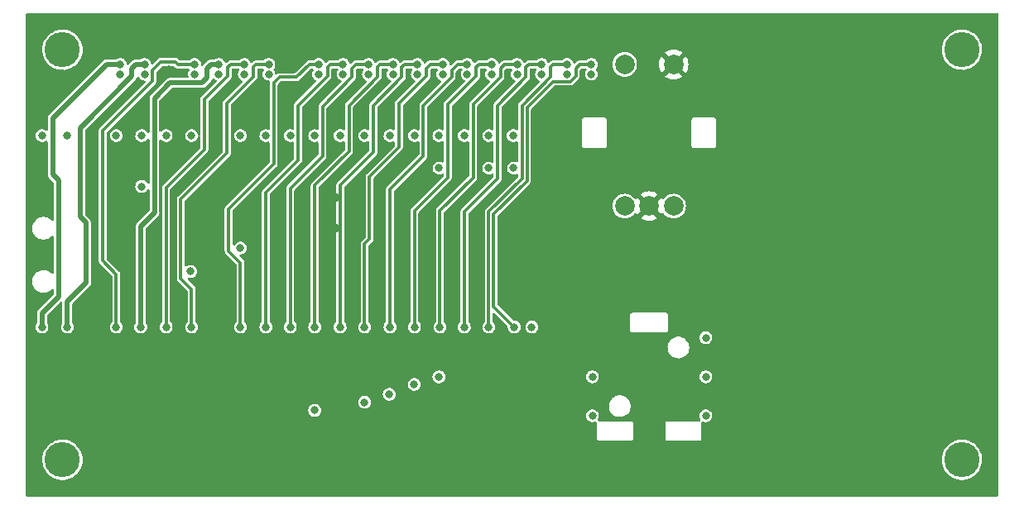
<source format=gbr>
%TF.GenerationSoftware,KiCad,Pcbnew,6.0.2+dfsg-1*%
%TF.CreationDate,2024-02-19T13:24:51+02:00*%
%TF.ProjectId,rpi_pico_si5351,7270695f-7069-4636-9f5f-736935333531,rev?*%
%TF.SameCoordinates,Original*%
%TF.FileFunction,Copper,L2,Inr*%
%TF.FilePolarity,Positive*%
%FSLAX46Y46*%
G04 Gerber Fmt 4.6, Leading zero omitted, Abs format (unit mm)*
G04 Created by KiCad (PCBNEW 6.0.2+dfsg-1) date 2024-02-19 13:24:51*
%MOMM*%
%LPD*%
G01*
G04 APERTURE LIST*
%TA.AperFunction,ComponentPad*%
%ADD10C,3.600000*%
%TD*%
%TA.AperFunction,ComponentPad*%
%ADD11C,2.000000*%
%TD*%
%TA.AperFunction,ViaPad*%
%ADD12C,0.800000*%
%TD*%
%TA.AperFunction,Conductor*%
%ADD13C,0.500000*%
%TD*%
%TA.AperFunction,Conductor*%
%ADD14C,0.300000*%
%TD*%
G04 APERTURE END LIST*
D10*
%TO.N,N/C*%
%TO.C,H3*%
X126000000Y-29000000D03*
%TD*%
%TO.N,N/C*%
%TO.C,H4*%
X34000000Y-29000000D03*
%TD*%
D11*
%TO.N,GPIO13*%
%TO.C,SW2*%
X91500000Y-30500000D03*
%TO.N,GND*%
X96500000Y-30500000D03*
%TO.N,GPIO15*%
X91500000Y-45000000D03*
%TO.N,GPIO14*%
X96500000Y-45000000D03*
%TO.N,GND*%
X94000000Y-45000000D03*
%TD*%
D10*
%TO.N,N/C*%
%TO.C,H1*%
X126000000Y-71000000D03*
%TD*%
%TO.N,N/C*%
%TO.C,H2*%
X34000000Y-71000000D03*
%TD*%
D12*
%TO.N,GPIO18*%
X88200000Y-62500000D03*
%TO.N,GND*%
X37000000Y-57400000D03*
X62100000Y-44100000D03*
X124950000Y-64500000D03*
X106000000Y-26000000D03*
X110800000Y-38400000D03*
X109650000Y-69750000D03*
X114000000Y-74000000D03*
X124950000Y-40500000D03*
X90550000Y-58550000D03*
X124950000Y-35500000D03*
X49700000Y-57400000D03*
X124950000Y-52500000D03*
X106000000Y-38000000D03*
X106000000Y-71000000D03*
X37000000Y-37800000D03*
X106000000Y-34000000D03*
X66625000Y-52475000D03*
X116225000Y-50650000D03*
X49700000Y-37800000D03*
X119825000Y-50000000D03*
X120100000Y-44150000D03*
X116050000Y-35750000D03*
X62100000Y-47300000D03*
X114650000Y-71650000D03*
X124950000Y-47500000D03*
X44900000Y-31000000D03*
X93100000Y-66200000D03*
X57700000Y-31000000D03*
X116150000Y-64350000D03*
X116150000Y-55100000D03*
X106000000Y-61000000D03*
X66300000Y-47300000D03*
X116150000Y-59600000D03*
X122400000Y-46900000D03*
X80775000Y-50000000D03*
X106000000Y-74000000D03*
X122000000Y-74000000D03*
X110500000Y-57650000D03*
X114000000Y-26000000D03*
X106000000Y-45000000D03*
X124950000Y-59500000D03*
X122000000Y-26000000D03*
X106000000Y-52000000D03*
X66300000Y-44100000D03*
%TO.N,GPIO0*%
X39899312Y-31499312D03*
X31900000Y-37800000D03*
%TO.N,GPIO1*%
X34500000Y-37800000D03*
X42400000Y-31500000D03*
%TO.N,GPIO25*%
X83000000Y-31500000D03*
X75100000Y-37800000D03*
%TO.N,GPIO12*%
X77900000Y-31500000D03*
X70000000Y-37800000D03*
%TO.N,GPIO11*%
X75400000Y-31500000D03*
X67500000Y-37800000D03*
%TO.N,GPIO10*%
X64900000Y-37800000D03*
X72900000Y-31500000D03*
%TO.N,GPIO29*%
X62400000Y-37800000D03*
X70300000Y-31500000D03*
%TO.N,GPIO9*%
X67800000Y-31500000D03*
X59800000Y-37800000D03*
%TO.N,GPIO8*%
X57300000Y-37800000D03*
X65300000Y-31500000D03*
%TO.N,GPIO7*%
X62700000Y-31500000D03*
X54800000Y-37800000D03*
%TO.N,3V3_OUT*%
X42000000Y-57400000D03*
X50000000Y-30500000D03*
%TO.N,GPIO24*%
X75100000Y-57400000D03*
X83000000Y-30500497D03*
%TO.N,GPIO23*%
X62400000Y-57400000D03*
X70300000Y-30500000D03*
%TO.N,RUN*%
X65300000Y-30500000D03*
X57300000Y-57400000D03*
%TO.N,GPIO26*%
X62700000Y-30500497D03*
X54800000Y-57400000D03*
%TO.N,GPIO27*%
X60200000Y-30500000D03*
X52200000Y-57400000D03*
%TO.N,GPIO28*%
X55100000Y-30500497D03*
X47200000Y-57400000D03*
%TO.N,ADC_VREF*%
X52600000Y-30500000D03*
X44600000Y-57400000D03*
%TO.N,3V3_EN*%
X39500000Y-57400000D03*
X47500000Y-30500000D03*
%TO.N,VDD_SYS*%
X42400000Y-30500000D03*
X34500000Y-57400000D03*
%TO.N,VBUS*%
X31900000Y-57400000D03*
X39900000Y-30499810D03*
%TO.N,GPIO13*%
X80500000Y-31500000D03*
X72510000Y-41110000D03*
X72500000Y-37800000D03*
%TO.N,GPIO15*%
X80100000Y-37800000D03*
X88100000Y-31500000D03*
X80130000Y-41110000D03*
%TO.N,GPIO14*%
X77590000Y-41110000D03*
X85600000Y-31500000D03*
X77600000Y-37800000D03*
%TO.N,GPIO16*%
X80200000Y-57400000D03*
X88100000Y-30500497D03*
%TO.N,GPIO17*%
X77600000Y-57400000D03*
X82000000Y-57400000D03*
X85600000Y-30500497D03*
%TO.N,GPIO18*%
X80500000Y-30500000D03*
X72600000Y-57400000D03*
X72500000Y-62500000D03*
%TO.N,GPIO22*%
X59800000Y-65925000D03*
X59800000Y-57400000D03*
X67800000Y-30500497D03*
X99800000Y-58500000D03*
%TO.N,GPIO21*%
X64900000Y-65100000D03*
X99800000Y-62500000D03*
X72900000Y-30500497D03*
X64900000Y-57400000D03*
%TO.N,GPIO20*%
X67500000Y-57400000D03*
X67425000Y-64300000D03*
X99800000Y-66500000D03*
X75400000Y-30500497D03*
%TO.N,GPIO19*%
X70000000Y-57400000D03*
X77900000Y-30500497D03*
X88200000Y-66500000D03*
X69975000Y-63275000D03*
%TO.N,GPIO6*%
X52200000Y-37800000D03*
X60200000Y-31500000D03*
X52200000Y-49300000D03*
%TO.N,GPIO5*%
X55100000Y-31500000D03*
X47100000Y-51700000D03*
X47200000Y-37800000D03*
%TO.N,GPIO4*%
X44600000Y-37800000D03*
X52600000Y-31500000D03*
%TO.N,GPIO3*%
X42100000Y-43000000D03*
X42100000Y-37800000D03*
X50000000Y-31500000D03*
%TO.N,GPIO2*%
X39500000Y-37800000D03*
X47500000Y-31500000D03*
%TD*%
D13*
%TO.N,3V3_OUT*%
X45000000Y-32400000D02*
X43400000Y-34000000D01*
X50000000Y-30500000D02*
X49200000Y-30500000D01*
X42000000Y-47100000D02*
X42000000Y-57400000D01*
X43400000Y-45700000D02*
X42000000Y-47100000D01*
X48300000Y-32400000D02*
X45000000Y-32400000D01*
X48800000Y-31900000D02*
X48300000Y-32400000D01*
X49200000Y-30500000D02*
X48800000Y-30900000D01*
X48800000Y-30900000D02*
X48800000Y-31900000D01*
X43400000Y-34000000D02*
X43400000Y-45700000D01*
D14*
%TO.N,GPIO24*%
X81699503Y-30500497D02*
X81400000Y-30800000D01*
X75100000Y-45600000D02*
X75100000Y-57400000D01*
X78500000Y-42200000D02*
X75100000Y-45600000D01*
X78500000Y-34700000D02*
X78500000Y-42200000D01*
X81400000Y-30800000D02*
X81400000Y-31800000D01*
X83000000Y-30500497D02*
X81699503Y-30500497D01*
X81400000Y-31800000D02*
X78500000Y-34700000D01*
%TO.N,GPIO23*%
X70300000Y-30500000D02*
X69000000Y-30500000D01*
X62400000Y-42900000D02*
X62400000Y-57400000D01*
X68700000Y-31800000D02*
X65800000Y-34700000D01*
X65800000Y-39500000D02*
X62400000Y-42900000D01*
X65800000Y-34700000D02*
X65800000Y-39500000D01*
X68700000Y-30800000D02*
X68700000Y-31800000D01*
X69000000Y-30500000D02*
X68700000Y-30800000D01*
%TO.N,RUN*%
X60600000Y-39900000D02*
X57300000Y-43200000D01*
X60600000Y-34800000D02*
X60600000Y-39900000D01*
X64000000Y-30500000D02*
X63600000Y-30900000D01*
X63600000Y-30900000D02*
X63600000Y-31800000D01*
X63600000Y-31800000D02*
X60600000Y-34800000D01*
X65300000Y-30500000D02*
X64000000Y-30500000D01*
X57300000Y-43200000D02*
X57300000Y-57400000D01*
%TO.N,GPIO26*%
X58100000Y-34700000D02*
X58100000Y-40300000D01*
X61399503Y-30500497D02*
X61100000Y-30800000D01*
X54800000Y-43600000D02*
X54800000Y-57400000D01*
X62700000Y-30500497D02*
X61399503Y-30500497D01*
X61100000Y-30800000D02*
X61100000Y-31700000D01*
X58100000Y-40300000D02*
X54800000Y-43600000D01*
X61100000Y-31700000D02*
X58100000Y-34700000D01*
%TO.N,GPIO27*%
X57960661Y-31800000D02*
X59260661Y-30500000D01*
X51000000Y-49600000D02*
X51000000Y-45300000D01*
X52200000Y-57400000D02*
X52200000Y-50800000D01*
X52200000Y-50800000D02*
X51000000Y-49600000D01*
X51000000Y-45300000D02*
X55600000Y-40700000D01*
X56200000Y-31800000D02*
X57960661Y-31800000D01*
X59260661Y-30500000D02*
X60200000Y-30500000D01*
X55600000Y-40700000D02*
X55600000Y-32400000D01*
X55600000Y-32400000D02*
X56200000Y-31800000D01*
%TO.N,GPIO28*%
X53799503Y-30500497D02*
X53500000Y-30800000D01*
X50800000Y-39600000D02*
X46100000Y-44300000D01*
X53500000Y-30800000D02*
X53500000Y-31800000D01*
X55100000Y-30500497D02*
X53799503Y-30500497D01*
X46100000Y-52400000D02*
X47200000Y-53500000D01*
X53500000Y-31800000D02*
X50800000Y-34500000D01*
X47200000Y-53500000D02*
X47200000Y-57400000D01*
X50800000Y-34500000D02*
X50800000Y-39600000D01*
X46100000Y-44300000D02*
X46100000Y-52400000D01*
%TO.N,ADC_VREF*%
X51200000Y-30500000D02*
X50900000Y-30800000D01*
X50900000Y-31700000D02*
X48500000Y-34100000D01*
X50900000Y-30800000D02*
X50900000Y-31700000D01*
X52600000Y-30500000D02*
X51200000Y-30500000D01*
X48500000Y-34100000D02*
X48500000Y-39200000D01*
X44600000Y-43100000D02*
X44600000Y-57400000D01*
X48500000Y-39200000D02*
X44600000Y-43100000D01*
%TO.N,3V3_EN*%
X43200000Y-32200000D02*
X38100000Y-37300000D01*
X39500000Y-52000000D02*
X39500000Y-57400000D01*
X45800000Y-30500000D02*
X45550000Y-30250000D01*
X44050000Y-30250000D02*
X43200000Y-31100000D01*
X47500000Y-30500000D02*
X45800000Y-30500000D01*
X43200000Y-31100000D02*
X43200000Y-32200000D01*
X38100000Y-50600000D02*
X39500000Y-52000000D01*
X45550000Y-30250000D02*
X44050000Y-30250000D01*
X38100000Y-37300000D02*
X38100000Y-50600000D01*
D13*
%TO.N,VDD_SYS*%
X34500000Y-54800000D02*
X34500000Y-57400000D01*
X36400000Y-52900000D02*
X34500000Y-54800000D01*
X41100000Y-31700000D02*
X35800000Y-37000000D01*
X41100000Y-30900000D02*
X41100000Y-31700000D01*
X41500000Y-30500000D02*
X41100000Y-30900000D01*
X42400000Y-30500000D02*
X41500000Y-30500000D01*
X35800000Y-46100000D02*
X36400000Y-46700000D01*
X36400000Y-46700000D02*
X36400000Y-52900000D01*
X35800000Y-37000000D02*
X35800000Y-46100000D01*
%TO.N,VBUS*%
X33600000Y-42397918D02*
X33000000Y-41797918D01*
X38500190Y-30499810D02*
X39900000Y-30499810D01*
X31900000Y-57400000D02*
X31900000Y-56000000D01*
X33000000Y-36000000D02*
X38500190Y-30499810D01*
X33000000Y-41797918D02*
X33000000Y-36000000D01*
X31900000Y-56000000D02*
X33600000Y-54300000D01*
X33600000Y-54300000D02*
X33600000Y-42397918D01*
D14*
%TO.N,GPIO16*%
X88100000Y-30500497D02*
X86899503Y-30500497D01*
X84157106Y-32250000D02*
X81500000Y-34907106D01*
X86899503Y-30500497D02*
X86500000Y-30900000D01*
X86500000Y-31660661D02*
X85910661Y-32250000D01*
X86500000Y-30900000D02*
X86500000Y-31660661D01*
X81500000Y-34907106D02*
X81500000Y-42407106D01*
X78100000Y-55300000D02*
X80200000Y-57400000D01*
X85910661Y-32250000D02*
X84157106Y-32250000D01*
X81500000Y-42407106D02*
X78100000Y-45807106D01*
X78100000Y-45807106D02*
X78100000Y-55300000D01*
%TO.N,GPIO17*%
X84199503Y-30500497D02*
X83900000Y-30800000D01*
X81000000Y-34700000D02*
X81000000Y-42200000D01*
X83900000Y-31800000D02*
X81000000Y-34700000D01*
X77600000Y-45600000D02*
X77600000Y-57400000D01*
X81000000Y-42200000D02*
X77600000Y-45600000D01*
X83900000Y-30800000D02*
X83900000Y-31800000D01*
X85600000Y-30500497D02*
X84199503Y-30500497D01*
%TO.N,GPIO18*%
X78800000Y-31800000D02*
X76000000Y-34600000D01*
X78800000Y-30900000D02*
X78800000Y-31800000D01*
X72600000Y-45500000D02*
X72600000Y-57400000D01*
X79200000Y-30500000D02*
X78800000Y-30900000D01*
X80500000Y-30500000D02*
X79200000Y-30500000D01*
X76000000Y-42100000D02*
X72600000Y-45500000D01*
X76000000Y-34600000D02*
X76000000Y-42100000D01*
%TO.N,GPIO22*%
X66200000Y-30800000D02*
X66200000Y-31800000D01*
X63300000Y-34700000D02*
X63300000Y-39400000D01*
X59800000Y-42900000D02*
X59800000Y-57400000D01*
X66499503Y-30500497D02*
X66200000Y-30800000D01*
X66200000Y-31800000D02*
X63300000Y-34700000D01*
X67800000Y-30500497D02*
X66499503Y-30500497D01*
X63300000Y-39400000D02*
X59800000Y-42900000D01*
%TO.N,GPIO21*%
X71200000Y-31700000D02*
X68400000Y-34500000D01*
X68400000Y-39000000D02*
X65400000Y-42000000D01*
X71599503Y-30500497D02*
X71200000Y-30900000D01*
X65400000Y-42000000D02*
X65400000Y-48400000D01*
X72900000Y-30500497D02*
X71599503Y-30500497D01*
X64900000Y-48900000D02*
X64900000Y-57400000D01*
X68400000Y-34500000D02*
X68400000Y-39000000D01*
X65400000Y-48400000D02*
X64900000Y-48900000D01*
X71200000Y-30900000D02*
X71200000Y-31700000D01*
%TO.N,GPIO20*%
X75400000Y-30500497D02*
X74399503Y-30500497D01*
X74399503Y-30500497D02*
X73800000Y-31100000D01*
X73800000Y-31800000D02*
X70900000Y-34700000D01*
X67500000Y-43300000D02*
X67500000Y-57400000D01*
X70900000Y-39900000D02*
X67500000Y-43300000D01*
X70900000Y-34700000D02*
X70900000Y-39900000D01*
X73800000Y-31100000D02*
X73800000Y-31800000D01*
%TO.N,GPIO19*%
X76300000Y-30800000D02*
X76300000Y-31700000D01*
X73400000Y-34600000D02*
X73400000Y-42100000D01*
X70000000Y-45500000D02*
X70000000Y-57400000D01*
X76599503Y-30500497D02*
X76300000Y-30800000D01*
X73400000Y-42100000D02*
X70000000Y-45500000D01*
X77900000Y-30500497D02*
X76599503Y-30500497D01*
X76300000Y-31700000D02*
X73400000Y-34600000D01*
%TD*%
%TA.AperFunction,Conductor*%
%TO.N,GND*%
G36*
X129688121Y-25274002D02*
G01*
X129734614Y-25327658D01*
X129746000Y-25380000D01*
X129746000Y-74620000D01*
X129725998Y-74688121D01*
X129672342Y-74734614D01*
X129620000Y-74746000D01*
X30380000Y-74746000D01*
X30311879Y-74725998D01*
X30265386Y-74672342D01*
X30254000Y-74620000D01*
X30254000Y-70978435D01*
X31940812Y-70978435D01*
X31956937Y-71258099D01*
X31957762Y-71262306D01*
X31957763Y-71262311D01*
X31970322Y-71326324D01*
X32010868Y-71532986D01*
X32101606Y-71798011D01*
X32227473Y-72048269D01*
X32386139Y-72279130D01*
X32574669Y-72486322D01*
X32789573Y-72666010D01*
X32793199Y-72668285D01*
X32793201Y-72668286D01*
X32848661Y-72703076D01*
X33026876Y-72814869D01*
X33030778Y-72816631D01*
X33030782Y-72816633D01*
X33278273Y-72928380D01*
X33278277Y-72928382D01*
X33282185Y-72930146D01*
X33286305Y-72931366D01*
X33286304Y-72931366D01*
X33546664Y-73008488D01*
X33546668Y-73008489D01*
X33550777Y-73009706D01*
X33555014Y-73010354D01*
X33555017Y-73010355D01*
X33639874Y-73023340D01*
X33827682Y-73052079D01*
X33970295Y-73054319D01*
X34103484Y-73056412D01*
X34103490Y-73056412D01*
X34107775Y-73056479D01*
X34385875Y-73022825D01*
X34656833Y-72951740D01*
X34915638Y-72844540D01*
X34963396Y-72816633D01*
X35153801Y-72705369D01*
X35153802Y-72705369D01*
X35157499Y-72703208D01*
X35377941Y-72530359D01*
X35572886Y-72329192D01*
X35575419Y-72325744D01*
X35575423Y-72325739D01*
X35736187Y-72106884D01*
X35738725Y-72103429D01*
X35766755Y-72051804D01*
X35870341Y-71861023D01*
X35870342Y-71861021D01*
X35872391Y-71857247D01*
X35971409Y-71595203D01*
X36033948Y-71322146D01*
X36058849Y-71043127D01*
X36059301Y-71000000D01*
X36057831Y-70978435D01*
X123940812Y-70978435D01*
X123956937Y-71258099D01*
X123957762Y-71262306D01*
X123957763Y-71262311D01*
X123970322Y-71326324D01*
X124010868Y-71532986D01*
X124101606Y-71798011D01*
X124227473Y-72048269D01*
X124386139Y-72279130D01*
X124574669Y-72486322D01*
X124789573Y-72666010D01*
X124793199Y-72668285D01*
X124793201Y-72668286D01*
X124848661Y-72703076D01*
X125026876Y-72814869D01*
X125030778Y-72816631D01*
X125030782Y-72816633D01*
X125278273Y-72928380D01*
X125278277Y-72928382D01*
X125282185Y-72930146D01*
X125286305Y-72931366D01*
X125286304Y-72931366D01*
X125546664Y-73008488D01*
X125546668Y-73008489D01*
X125550777Y-73009706D01*
X125555014Y-73010354D01*
X125555017Y-73010355D01*
X125639874Y-73023340D01*
X125827682Y-73052079D01*
X125970295Y-73054319D01*
X126103484Y-73056412D01*
X126103490Y-73056412D01*
X126107775Y-73056479D01*
X126385875Y-73022825D01*
X126656833Y-72951740D01*
X126915638Y-72844540D01*
X126963396Y-72816633D01*
X127153801Y-72705369D01*
X127153802Y-72705369D01*
X127157499Y-72703208D01*
X127377941Y-72530359D01*
X127572886Y-72329192D01*
X127575419Y-72325744D01*
X127575423Y-72325739D01*
X127736187Y-72106884D01*
X127738725Y-72103429D01*
X127766755Y-72051804D01*
X127870341Y-71861023D01*
X127870342Y-71861021D01*
X127872391Y-71857247D01*
X127971409Y-71595203D01*
X128033948Y-71322146D01*
X128058849Y-71043127D01*
X128059301Y-71000000D01*
X128040248Y-70720521D01*
X127983442Y-70446213D01*
X127889933Y-70182153D01*
X127761452Y-69933226D01*
X127748530Y-69914839D01*
X127602844Y-69707550D01*
X127602843Y-69707549D01*
X127600377Y-69704040D01*
X127409689Y-69498834D01*
X127395550Y-69487261D01*
X127196232Y-69324123D01*
X127192914Y-69321407D01*
X126954066Y-69175040D01*
X126697563Y-69062443D01*
X126678210Y-69056930D01*
X126647881Y-69048291D01*
X126428153Y-68985700D01*
X126423911Y-68985096D01*
X126423905Y-68985095D01*
X126218548Y-68955868D01*
X126150819Y-68946229D01*
X126003708Y-68945459D01*
X125874981Y-68944785D01*
X125874975Y-68944785D01*
X125870695Y-68944763D01*
X125866451Y-68945322D01*
X125866447Y-68945322D01*
X125744326Y-68961400D01*
X125592964Y-68981327D01*
X125588824Y-68982460D01*
X125588822Y-68982460D01*
X125327316Y-69054000D01*
X125322765Y-69055245D01*
X125065097Y-69165149D01*
X124919747Y-69252140D01*
X124828411Y-69306803D01*
X124828407Y-69306806D01*
X124824729Y-69309007D01*
X124821386Y-69311685D01*
X124821382Y-69311688D01*
X124812046Y-69319168D01*
X124606109Y-69484155D01*
X124413281Y-69687352D01*
X124249815Y-69914839D01*
X124118735Y-70162407D01*
X124022466Y-70425473D01*
X123962790Y-70699171D01*
X123940812Y-70978435D01*
X36057831Y-70978435D01*
X36040248Y-70720521D01*
X35983442Y-70446213D01*
X35889933Y-70182153D01*
X35761452Y-69933226D01*
X35748530Y-69914839D01*
X35602844Y-69707550D01*
X35602843Y-69707549D01*
X35600377Y-69704040D01*
X35409689Y-69498834D01*
X35395550Y-69487261D01*
X35196232Y-69324123D01*
X35192914Y-69321407D01*
X34954066Y-69175040D01*
X34697563Y-69062443D01*
X34678210Y-69056930D01*
X34647881Y-69048291D01*
X34428153Y-68985700D01*
X34423911Y-68985096D01*
X34423905Y-68985095D01*
X34218548Y-68955868D01*
X34150819Y-68946229D01*
X34003708Y-68945459D01*
X33874981Y-68944785D01*
X33874975Y-68944785D01*
X33870695Y-68944763D01*
X33866451Y-68945322D01*
X33866447Y-68945322D01*
X33744326Y-68961400D01*
X33592964Y-68981327D01*
X33588824Y-68982460D01*
X33588822Y-68982460D01*
X33327316Y-69054000D01*
X33322765Y-69055245D01*
X33065097Y-69165149D01*
X32919747Y-69252140D01*
X32828411Y-69306803D01*
X32828407Y-69306806D01*
X32824729Y-69309007D01*
X32821386Y-69311685D01*
X32821382Y-69311688D01*
X32812046Y-69319168D01*
X32606109Y-69484155D01*
X32413281Y-69687352D01*
X32249815Y-69914839D01*
X32118735Y-70162407D01*
X32022466Y-70425473D01*
X31962790Y-70699171D01*
X31940812Y-70978435D01*
X30254000Y-70978435D01*
X30254000Y-65918096D01*
X59140729Y-65918096D01*
X59144913Y-65955994D01*
X59156954Y-66065052D01*
X59158113Y-66075553D01*
X59160723Y-66082684D01*
X59160723Y-66082686D01*
X59202016Y-66195524D01*
X59212553Y-66224319D01*
X59216789Y-66230622D01*
X59216789Y-66230623D01*
X59287352Y-66335631D01*
X59300908Y-66355805D01*
X59306527Y-66360918D01*
X59306528Y-66360919D01*
X59412460Y-66457309D01*
X59418076Y-66462419D01*
X59557293Y-66538008D01*
X59710522Y-66578207D01*
X59794477Y-66579526D01*
X59861319Y-66580576D01*
X59861322Y-66580576D01*
X59868916Y-66580695D01*
X60023332Y-66545329D01*
X60113460Y-66500000D01*
X60127187Y-66493096D01*
X87540729Y-66493096D01*
X87547645Y-66555740D01*
X87552308Y-66597970D01*
X87558113Y-66650553D01*
X87612553Y-66799319D01*
X87616789Y-66805622D01*
X87616789Y-66805623D01*
X87692596Y-66918435D01*
X87700908Y-66930805D01*
X87706527Y-66935918D01*
X87706528Y-66935919D01*
X87717903Y-66946269D01*
X87818076Y-67037419D01*
X87957293Y-67113008D01*
X88110522Y-67153207D01*
X88194477Y-67154526D01*
X88261319Y-67155576D01*
X88261322Y-67155576D01*
X88268916Y-67155695D01*
X88423332Y-67120329D01*
X88430118Y-67116916D01*
X88430121Y-67116915D01*
X88474399Y-67094646D01*
X88544243Y-67081908D01*
X88609887Y-67108952D01*
X88650488Y-67167194D01*
X88654591Y-67231792D01*
X88641024Y-67300000D01*
X88643445Y-67312170D01*
X88643579Y-67312844D01*
X88646000Y-67337425D01*
X88646000Y-68762575D01*
X88643579Y-68787153D01*
X88641024Y-68800000D01*
X88646000Y-68825017D01*
X88660737Y-68899106D01*
X88667631Y-68909423D01*
X88667631Y-68909424D01*
X88692628Y-68946834D01*
X88716876Y-68983124D01*
X88800894Y-69039263D01*
X88900000Y-69058976D01*
X88912847Y-69056421D01*
X88937425Y-69054000D01*
X92062575Y-69054000D01*
X92087153Y-69056421D01*
X92100000Y-69058976D01*
X92199106Y-69039263D01*
X92283124Y-68983124D01*
X92339263Y-68899106D01*
X92354000Y-68825017D01*
X92358976Y-68800000D01*
X95641024Y-68800000D01*
X95646000Y-68825017D01*
X95660737Y-68899106D01*
X95667631Y-68909423D01*
X95667631Y-68909424D01*
X95692628Y-68946834D01*
X95716876Y-68983124D01*
X95800894Y-69039263D01*
X95900000Y-69058976D01*
X95912847Y-69056421D01*
X95937425Y-69054000D01*
X99062575Y-69054000D01*
X99087153Y-69056421D01*
X99100000Y-69058976D01*
X99199106Y-69039263D01*
X99283124Y-68983124D01*
X99339263Y-68899106D01*
X99354000Y-68825017D01*
X99358976Y-68800000D01*
X99356421Y-68787153D01*
X99354000Y-68762575D01*
X99354000Y-67337425D01*
X99356421Y-67312844D01*
X99356555Y-67312170D01*
X99358976Y-67300000D01*
X99345682Y-67233165D01*
X99352010Y-67162452D01*
X99395565Y-67106385D01*
X99462517Y-67082766D01*
X99529383Y-67097854D01*
X99557293Y-67113008D01*
X99710522Y-67153207D01*
X99794477Y-67154526D01*
X99861319Y-67155576D01*
X99861322Y-67155576D01*
X99868916Y-67155695D01*
X100023332Y-67120329D01*
X100099724Y-67081908D01*
X100158072Y-67052563D01*
X100158075Y-67052561D01*
X100164855Y-67049151D01*
X100170626Y-67044222D01*
X100170629Y-67044220D01*
X100279536Y-66951204D01*
X100279536Y-66951203D01*
X100285314Y-66946269D01*
X100377755Y-66817624D01*
X100436842Y-66670641D01*
X100445987Y-66606382D01*
X100458581Y-66517891D01*
X100458581Y-66517888D01*
X100459162Y-66513807D01*
X100459307Y-66500000D01*
X100440276Y-66342733D01*
X100384280Y-66194546D01*
X100321153Y-66102695D01*
X100298855Y-66070251D01*
X100298854Y-66070249D01*
X100294553Y-66063992D01*
X100176275Y-65958611D01*
X100168889Y-65954700D01*
X100042988Y-65888039D01*
X100042989Y-65888039D01*
X100036274Y-65884484D01*
X99882633Y-65845892D01*
X99875034Y-65845852D01*
X99875033Y-65845852D01*
X99809181Y-65845507D01*
X99724221Y-65845062D01*
X99716841Y-65846834D01*
X99716839Y-65846834D01*
X99577563Y-65880271D01*
X99577560Y-65880272D01*
X99570184Y-65882043D01*
X99429414Y-65954700D01*
X99310039Y-66058838D01*
X99218950Y-66188444D01*
X99161406Y-66336037D01*
X99160414Y-66343570D01*
X99160414Y-66343571D01*
X99142774Y-66477563D01*
X99140729Y-66493096D01*
X99147645Y-66555740D01*
X99152308Y-66597970D01*
X99158113Y-66650553D01*
X99212553Y-66799319D01*
X99216789Y-66805622D01*
X99216789Y-66805623D01*
X99247105Y-66850738D01*
X99268497Y-66918435D01*
X99249893Y-66986951D01*
X99197200Y-67034532D01*
X99127147Y-67046072D01*
X99117953Y-67044595D01*
X99100000Y-67041024D01*
X99087153Y-67043579D01*
X99062575Y-67046000D01*
X95937425Y-67046000D01*
X95912847Y-67043579D01*
X95900000Y-67041024D01*
X95887828Y-67043445D01*
X95883932Y-67044220D01*
X95874983Y-67046000D01*
X95800894Y-67060737D01*
X95790577Y-67067631D01*
X95790576Y-67067631D01*
X95745344Y-67097854D01*
X95716876Y-67116876D01*
X95709983Y-67127192D01*
X95690938Y-67155695D01*
X95660737Y-67200894D01*
X95641024Y-67300000D01*
X95643445Y-67312170D01*
X95643579Y-67312844D01*
X95646000Y-67337425D01*
X95646000Y-68762575D01*
X95643579Y-68787153D01*
X95641024Y-68800000D01*
X92358976Y-68800000D01*
X92356421Y-68787153D01*
X92354000Y-68762575D01*
X92354000Y-67337425D01*
X92356421Y-67312844D01*
X92356555Y-67312170D01*
X92358976Y-67300000D01*
X92339263Y-67200894D01*
X92309062Y-67155695D01*
X92290017Y-67127192D01*
X92283124Y-67116876D01*
X92199106Y-67060737D01*
X92125017Y-67046000D01*
X92116068Y-67044220D01*
X92112172Y-67043445D01*
X92100000Y-67041024D01*
X92087153Y-67043579D01*
X92062575Y-67046000D01*
X88937425Y-67046000D01*
X88912847Y-67043579D01*
X88900000Y-67041024D01*
X88887828Y-67043445D01*
X88887827Y-67043445D01*
X88883387Y-67044328D01*
X88812673Y-67037999D01*
X88756607Y-66994444D01*
X88732988Y-66927491D01*
X88749317Y-66858397D01*
X88756477Y-66847235D01*
X88777755Y-66817624D01*
X88836842Y-66670641D01*
X88845987Y-66606382D01*
X88858581Y-66517891D01*
X88858581Y-66517888D01*
X88859162Y-66513807D01*
X88859307Y-66500000D01*
X88840276Y-66342733D01*
X88784280Y-66194546D01*
X88721153Y-66102695D01*
X88698855Y-66070251D01*
X88698854Y-66070249D01*
X88694553Y-66063992D01*
X88576275Y-65958611D01*
X88568889Y-65954700D01*
X88442988Y-65888039D01*
X88442989Y-65888039D01*
X88436274Y-65884484D01*
X88282633Y-65845892D01*
X88275034Y-65845852D01*
X88275033Y-65845852D01*
X88209181Y-65845507D01*
X88124221Y-65845062D01*
X88116841Y-65846834D01*
X88116839Y-65846834D01*
X87977563Y-65880271D01*
X87977560Y-65880272D01*
X87970184Y-65882043D01*
X87829414Y-65954700D01*
X87710039Y-66058838D01*
X87618950Y-66188444D01*
X87561406Y-66336037D01*
X87560414Y-66343570D01*
X87560414Y-66343571D01*
X87542774Y-66477563D01*
X87540729Y-66493096D01*
X60127187Y-66493096D01*
X60158072Y-66477563D01*
X60158075Y-66477561D01*
X60164855Y-66474151D01*
X60170626Y-66469222D01*
X60170629Y-66469220D01*
X60279536Y-66376204D01*
X60279536Y-66376203D01*
X60285314Y-66371269D01*
X60377755Y-66242624D01*
X60436842Y-66095641D01*
X60448155Y-66016151D01*
X60458581Y-65942891D01*
X60458581Y-65942888D01*
X60459162Y-65938807D01*
X60459307Y-65925000D01*
X60440276Y-65767733D01*
X60384280Y-65619546D01*
X60318957Y-65524500D01*
X60298855Y-65495251D01*
X60298854Y-65495249D01*
X60294553Y-65488992D01*
X60176275Y-65383611D01*
X60168889Y-65379700D01*
X60042988Y-65313039D01*
X60042989Y-65313039D01*
X60036274Y-65309484D01*
X59882633Y-65270892D01*
X59875034Y-65270852D01*
X59875033Y-65270852D01*
X59809181Y-65270507D01*
X59724221Y-65270062D01*
X59716841Y-65271834D01*
X59716839Y-65271834D01*
X59577563Y-65305271D01*
X59577560Y-65305272D01*
X59570184Y-65307043D01*
X59429414Y-65379700D01*
X59310039Y-65483838D01*
X59218950Y-65613444D01*
X59203698Y-65652563D01*
X59164459Y-65753207D01*
X59161406Y-65761037D01*
X59160414Y-65768570D01*
X59160414Y-65768571D01*
X59145398Y-65882634D01*
X59140729Y-65918096D01*
X30254000Y-65918096D01*
X30254000Y-65093096D01*
X64240729Y-65093096D01*
X64249421Y-65171825D01*
X64252753Y-65202000D01*
X64258113Y-65250553D01*
X64260723Y-65257684D01*
X64260723Y-65257686D01*
X64306805Y-65383611D01*
X64312553Y-65399319D01*
X64316789Y-65405622D01*
X64316789Y-65405623D01*
X64377017Y-65495251D01*
X64400908Y-65530805D01*
X64406527Y-65535918D01*
X64406528Y-65535919D01*
X64506240Y-65626649D01*
X64518076Y-65637419D01*
X64657293Y-65713008D01*
X64810522Y-65753207D01*
X64894477Y-65754526D01*
X64961319Y-65755576D01*
X64961322Y-65755576D01*
X64968916Y-65755695D01*
X65123332Y-65720329D01*
X65205415Y-65679046D01*
X65258072Y-65652563D01*
X65258075Y-65652561D01*
X65264855Y-65649151D01*
X65270626Y-65644222D01*
X65270629Y-65644220D01*
X65379536Y-65551204D01*
X65379536Y-65551203D01*
X65385314Y-65546269D01*
X65439417Y-65470977D01*
X89891650Y-65470977D01*
X89893552Y-65500000D01*
X89904920Y-65673444D01*
X89954865Y-65870102D01*
X90039812Y-66054365D01*
X90043145Y-66059081D01*
X90139573Y-66195524D01*
X90156915Y-66220063D01*
X90161057Y-66224098D01*
X90217984Y-66279553D01*
X90302254Y-66361645D01*
X90470960Y-66474371D01*
X90553149Y-66509682D01*
X90640065Y-66547024D01*
X90657384Y-66554465D01*
X90753606Y-66576238D01*
X90849646Y-66597970D01*
X90849649Y-66597970D01*
X90855282Y-66599245D01*
X90861053Y-66599472D01*
X90861055Y-66599472D01*
X90922093Y-66601870D01*
X91058026Y-66607211D01*
X91176168Y-66590081D01*
X91253106Y-66578926D01*
X91253110Y-66578925D01*
X91258828Y-66578096D01*
X91264300Y-66576238D01*
X91264302Y-66576238D01*
X91445497Y-66514730D01*
X91445499Y-66514729D01*
X91450961Y-66512875D01*
X91627992Y-66413733D01*
X91783991Y-66283991D01*
X91913733Y-66127992D01*
X92012875Y-65950961D01*
X92015615Y-65942891D01*
X92076238Y-65764302D01*
X92076238Y-65764300D01*
X92078096Y-65758828D01*
X92083433Y-65722024D01*
X92095174Y-65641042D01*
X92107211Y-65558026D01*
X92108730Y-65500000D01*
X92090164Y-65297950D01*
X92078809Y-65257686D01*
X92062627Y-65200309D01*
X92035089Y-65102667D01*
X91945348Y-64920690D01*
X91851152Y-64794546D01*
X91827400Y-64762739D01*
X91827400Y-64762738D01*
X91823947Y-64758115D01*
X91674952Y-64620385D01*
X91503353Y-64512114D01*
X91471177Y-64499277D01*
X91320260Y-64439068D01*
X91314896Y-64436928D01*
X91309236Y-64435802D01*
X91309232Y-64435801D01*
X91121561Y-64398471D01*
X91121558Y-64398471D01*
X91115894Y-64397344D01*
X91110119Y-64397268D01*
X91110115Y-64397268D01*
X91008694Y-64395941D01*
X90913010Y-64394688D01*
X90907313Y-64395667D01*
X90907312Y-64395667D01*
X90890994Y-64398471D01*
X90713040Y-64429049D01*
X90522679Y-64499277D01*
X90517718Y-64502229D01*
X90517717Y-64502229D01*
X90353273Y-64600063D01*
X90353270Y-64600065D01*
X90348305Y-64603019D01*
X90195756Y-64736801D01*
X90192181Y-64741336D01*
X90192180Y-64741337D01*
X90182040Y-64754199D01*
X90070141Y-64896142D01*
X90067452Y-64901253D01*
X90067450Y-64901256D01*
X90023996Y-64983849D01*
X89975667Y-65075707D01*
X89973953Y-65081228D01*
X89973951Y-65081232D01*
X89962568Y-65117891D01*
X89915498Y-65269482D01*
X89891650Y-65470977D01*
X65439417Y-65470977D01*
X65477755Y-65417624D01*
X65536842Y-65270641D01*
X65559162Y-65113807D01*
X65559307Y-65100000D01*
X65540276Y-64942733D01*
X65484280Y-64794546D01*
X65394553Y-64663992D01*
X65276275Y-64558611D01*
X65268889Y-64554700D01*
X65142988Y-64488039D01*
X65142989Y-64488039D01*
X65136274Y-64484484D01*
X64982633Y-64445892D01*
X64975034Y-64445852D01*
X64975033Y-64445852D01*
X64909181Y-64445507D01*
X64824221Y-64445062D01*
X64816841Y-64446834D01*
X64816839Y-64446834D01*
X64677563Y-64480271D01*
X64677560Y-64480272D01*
X64670184Y-64482043D01*
X64529414Y-64554700D01*
X64410039Y-64658838D01*
X64318950Y-64788444D01*
X64298443Y-64841042D01*
X64265370Y-64925871D01*
X64261406Y-64936037D01*
X64260414Y-64943570D01*
X64260414Y-64943571D01*
X64242291Y-65081232D01*
X64240729Y-65093096D01*
X30254000Y-65093096D01*
X30254000Y-64293096D01*
X66765729Y-64293096D01*
X66774421Y-64371825D01*
X66781609Y-64436928D01*
X66783113Y-64450553D01*
X66785723Y-64457684D01*
X66785723Y-64457686D01*
X66823051Y-64559689D01*
X66837553Y-64599319D01*
X66841789Y-64605622D01*
X66841789Y-64605623D01*
X66874194Y-64653846D01*
X66925908Y-64730805D01*
X66931527Y-64735918D01*
X66931528Y-64735919D01*
X66942903Y-64746269D01*
X67043076Y-64837419D01*
X67182293Y-64913008D01*
X67335522Y-64953207D01*
X67419477Y-64954526D01*
X67486319Y-64955576D01*
X67486322Y-64955576D01*
X67493916Y-64955695D01*
X67648332Y-64920329D01*
X67718742Y-64884917D01*
X67783072Y-64852563D01*
X67783075Y-64852561D01*
X67789855Y-64849151D01*
X67795626Y-64844222D01*
X67795629Y-64844220D01*
X67904536Y-64751204D01*
X67904536Y-64751203D01*
X67910314Y-64746269D01*
X68002755Y-64617624D01*
X68061842Y-64470641D01*
X68084162Y-64313807D01*
X68084307Y-64300000D01*
X68065276Y-64142733D01*
X68009280Y-63994546D01*
X67964231Y-63928999D01*
X67923855Y-63870251D01*
X67923854Y-63870249D01*
X67919553Y-63863992D01*
X67801275Y-63758611D01*
X67793889Y-63754700D01*
X67740069Y-63726204D01*
X67661274Y-63684484D01*
X67507633Y-63645892D01*
X67500034Y-63645852D01*
X67500033Y-63645852D01*
X67434181Y-63645507D01*
X67349221Y-63645062D01*
X67341841Y-63646834D01*
X67341839Y-63646834D01*
X67202563Y-63680271D01*
X67202560Y-63680272D01*
X67195184Y-63682043D01*
X67054414Y-63754700D01*
X66935039Y-63858838D01*
X66843950Y-63988444D01*
X66786406Y-64136037D01*
X66765729Y-64293096D01*
X30254000Y-64293096D01*
X30254000Y-63268096D01*
X69315729Y-63268096D01*
X69333113Y-63425553D01*
X69387553Y-63574319D01*
X69391789Y-63580622D01*
X69391789Y-63580623D01*
X69459941Y-63682043D01*
X69475908Y-63705805D01*
X69481527Y-63710918D01*
X69481528Y-63710919D01*
X69587460Y-63807309D01*
X69593076Y-63812419D01*
X69732293Y-63888008D01*
X69885522Y-63928207D01*
X69969477Y-63929526D01*
X70036319Y-63930576D01*
X70036322Y-63930576D01*
X70043916Y-63930695D01*
X70198332Y-63895329D01*
X70280813Y-63853846D01*
X70333072Y-63827563D01*
X70333075Y-63827561D01*
X70339855Y-63824151D01*
X70345626Y-63819222D01*
X70345629Y-63819220D01*
X70454536Y-63726204D01*
X70454536Y-63726203D01*
X70460314Y-63721269D01*
X70552755Y-63592624D01*
X70611842Y-63445641D01*
X70634162Y-63288807D01*
X70634307Y-63275000D01*
X70615276Y-63117733D01*
X70559280Y-62969546D01*
X70469553Y-62838992D01*
X70452500Y-62823798D01*
X70425025Y-62799319D01*
X70351275Y-62733611D01*
X70343889Y-62729700D01*
X70217988Y-62663039D01*
X70217989Y-62663039D01*
X70211274Y-62659484D01*
X70057633Y-62620892D01*
X70050034Y-62620852D01*
X70050033Y-62620852D01*
X69984181Y-62620507D01*
X69899221Y-62620062D01*
X69891841Y-62621834D01*
X69891839Y-62621834D01*
X69752563Y-62655271D01*
X69752560Y-62655272D01*
X69745184Y-62657043D01*
X69604414Y-62729700D01*
X69485039Y-62833838D01*
X69393950Y-62963444D01*
X69336406Y-63111037D01*
X69335414Y-63118570D01*
X69335414Y-63118571D01*
X69330527Y-63155695D01*
X69315729Y-63268096D01*
X30254000Y-63268096D01*
X30254000Y-62493096D01*
X71840729Y-62493096D01*
X71849421Y-62571824D01*
X71855043Y-62622743D01*
X71858113Y-62650553D01*
X71860723Y-62657684D01*
X71860723Y-62657686D01*
X71890357Y-62738664D01*
X71912553Y-62799319D01*
X72000908Y-62930805D01*
X72006527Y-62935918D01*
X72006528Y-62935919D01*
X72036778Y-62963444D01*
X72118076Y-63037419D01*
X72257293Y-63113008D01*
X72410522Y-63153207D01*
X72494477Y-63154526D01*
X72561319Y-63155576D01*
X72561322Y-63155576D01*
X72568916Y-63155695D01*
X72723332Y-63120329D01*
X72793742Y-63084917D01*
X72858072Y-63052563D01*
X72858075Y-63052561D01*
X72864855Y-63049151D01*
X72870626Y-63044222D01*
X72870629Y-63044220D01*
X72979536Y-62951204D01*
X72979536Y-62951203D01*
X72985314Y-62946269D01*
X73077755Y-62817624D01*
X73136842Y-62670641D01*
X73159162Y-62513807D01*
X73159307Y-62500000D01*
X73158472Y-62493096D01*
X87540729Y-62493096D01*
X87549421Y-62571825D01*
X87555043Y-62622743D01*
X87558113Y-62650553D01*
X87560723Y-62657684D01*
X87560723Y-62657686D01*
X87590357Y-62738664D01*
X87612553Y-62799319D01*
X87700908Y-62930805D01*
X87706527Y-62935918D01*
X87706528Y-62935919D01*
X87736778Y-62963444D01*
X87818076Y-63037419D01*
X87957293Y-63113008D01*
X88110522Y-63153207D01*
X88194477Y-63154526D01*
X88261319Y-63155576D01*
X88261322Y-63155576D01*
X88268916Y-63155695D01*
X88423332Y-63120329D01*
X88493742Y-63084917D01*
X88558072Y-63052563D01*
X88558075Y-63052561D01*
X88564855Y-63049151D01*
X88570626Y-63044222D01*
X88570629Y-63044220D01*
X88679536Y-62951204D01*
X88679536Y-62951203D01*
X88685314Y-62946269D01*
X88777755Y-62817624D01*
X88836842Y-62670641D01*
X88859162Y-62513807D01*
X88859307Y-62500000D01*
X88858472Y-62493096D01*
X99140729Y-62493096D01*
X99149421Y-62571825D01*
X99155043Y-62622743D01*
X99158113Y-62650553D01*
X99160723Y-62657684D01*
X99160723Y-62657686D01*
X99190357Y-62738664D01*
X99212553Y-62799319D01*
X99300908Y-62930805D01*
X99306527Y-62935918D01*
X99306528Y-62935919D01*
X99336778Y-62963444D01*
X99418076Y-63037419D01*
X99557293Y-63113008D01*
X99710522Y-63153207D01*
X99794477Y-63154526D01*
X99861319Y-63155576D01*
X99861322Y-63155576D01*
X99868916Y-63155695D01*
X100023332Y-63120329D01*
X100093742Y-63084917D01*
X100158072Y-63052563D01*
X100158075Y-63052561D01*
X100164855Y-63049151D01*
X100170626Y-63044222D01*
X100170629Y-63044220D01*
X100279536Y-62951204D01*
X100279536Y-62951203D01*
X100285314Y-62946269D01*
X100377755Y-62817624D01*
X100436842Y-62670641D01*
X100459162Y-62513807D01*
X100459307Y-62500000D01*
X100440276Y-62342733D01*
X100384280Y-62194546D01*
X100294553Y-62063992D01*
X100176275Y-61958611D01*
X100168889Y-61954700D01*
X100042988Y-61888039D01*
X100042989Y-61888039D01*
X100036274Y-61884484D01*
X99882633Y-61845892D01*
X99875034Y-61845852D01*
X99875033Y-61845852D01*
X99809181Y-61845507D01*
X99724221Y-61845062D01*
X99716841Y-61846834D01*
X99716839Y-61846834D01*
X99577563Y-61880271D01*
X99577560Y-61880272D01*
X99570184Y-61882043D01*
X99429414Y-61954700D01*
X99310039Y-62058838D01*
X99218950Y-62188444D01*
X99161406Y-62336037D01*
X99140729Y-62493096D01*
X88858472Y-62493096D01*
X88840276Y-62342733D01*
X88784280Y-62194546D01*
X88694553Y-62063992D01*
X88576275Y-61958611D01*
X88568889Y-61954700D01*
X88442988Y-61888039D01*
X88442989Y-61888039D01*
X88436274Y-61884484D01*
X88282633Y-61845892D01*
X88275034Y-61845852D01*
X88275033Y-61845852D01*
X88209181Y-61845507D01*
X88124221Y-61845062D01*
X88116841Y-61846834D01*
X88116839Y-61846834D01*
X87977563Y-61880271D01*
X87977560Y-61880272D01*
X87970184Y-61882043D01*
X87829414Y-61954700D01*
X87710039Y-62058838D01*
X87618950Y-62188444D01*
X87561406Y-62336037D01*
X87540729Y-62493096D01*
X73158472Y-62493096D01*
X73140276Y-62342733D01*
X73084280Y-62194546D01*
X72994553Y-62063992D01*
X72876275Y-61958611D01*
X72868889Y-61954700D01*
X72742988Y-61888039D01*
X72742989Y-61888039D01*
X72736274Y-61884484D01*
X72582633Y-61845892D01*
X72575034Y-61845852D01*
X72575033Y-61845852D01*
X72509181Y-61845507D01*
X72424221Y-61845062D01*
X72416841Y-61846834D01*
X72416839Y-61846834D01*
X72277563Y-61880271D01*
X72277560Y-61880272D01*
X72270184Y-61882043D01*
X72129414Y-61954700D01*
X72010039Y-62058838D01*
X71918950Y-62188444D01*
X71861406Y-62336037D01*
X71840729Y-62493096D01*
X30254000Y-62493096D01*
X30254000Y-59470977D01*
X95891650Y-59470977D01*
X95893552Y-59500000D01*
X95904920Y-59673444D01*
X95954865Y-59870102D01*
X96039812Y-60054365D01*
X96043145Y-60059081D01*
X96094983Y-60132430D01*
X96156915Y-60220063D01*
X96302254Y-60361645D01*
X96470960Y-60474371D01*
X96476263Y-60476649D01*
X96476266Y-60476651D01*
X96564898Y-60514730D01*
X96657384Y-60554465D01*
X96753606Y-60576238D01*
X96849646Y-60597970D01*
X96849649Y-60597970D01*
X96855282Y-60599245D01*
X96861053Y-60599472D01*
X96861055Y-60599472D01*
X96922093Y-60601870D01*
X97058026Y-60607211D01*
X97176168Y-60590081D01*
X97253106Y-60578926D01*
X97253110Y-60578925D01*
X97258828Y-60578096D01*
X97264300Y-60576238D01*
X97264302Y-60576238D01*
X97445497Y-60514730D01*
X97445499Y-60514729D01*
X97450961Y-60512875D01*
X97627992Y-60413733D01*
X97783991Y-60283991D01*
X97913733Y-60127992D01*
X98012875Y-59950961D01*
X98022898Y-59921436D01*
X98076238Y-59764302D01*
X98076238Y-59764300D01*
X98078096Y-59758828D01*
X98107211Y-59558026D01*
X98108730Y-59500000D01*
X98090164Y-59297950D01*
X98035089Y-59102667D01*
X97945348Y-58920690D01*
X97823947Y-58758115D01*
X97734738Y-58675651D01*
X97679192Y-58624304D01*
X97679189Y-58624302D01*
X97674952Y-58620385D01*
X97503353Y-58512114D01*
X97471177Y-58499277D01*
X97455684Y-58493096D01*
X99140729Y-58493096D01*
X99149421Y-58571824D01*
X99153286Y-58606829D01*
X99158113Y-58650553D01*
X99160723Y-58657684D01*
X99160723Y-58657686D01*
X99199167Y-58762739D01*
X99212553Y-58799319D01*
X99216789Y-58805622D01*
X99216789Y-58805623D01*
X99274567Y-58891605D01*
X99300908Y-58930805D01*
X99306527Y-58935918D01*
X99306528Y-58935919D01*
X99317903Y-58946269D01*
X99418076Y-59037419D01*
X99557293Y-59113008D01*
X99710522Y-59153207D01*
X99794477Y-59154526D01*
X99861319Y-59155576D01*
X99861322Y-59155576D01*
X99868916Y-59155695D01*
X100023332Y-59120329D01*
X100093742Y-59084917D01*
X100158072Y-59052563D01*
X100158075Y-59052561D01*
X100164855Y-59049151D01*
X100170626Y-59044222D01*
X100170629Y-59044220D01*
X100279536Y-58951204D01*
X100279536Y-58951203D01*
X100285314Y-58946269D01*
X100377755Y-58817624D01*
X100436842Y-58670641D01*
X100444433Y-58617303D01*
X100458581Y-58517891D01*
X100458581Y-58517888D01*
X100459162Y-58513807D01*
X100459307Y-58500000D01*
X100440276Y-58342733D01*
X100384280Y-58194546D01*
X100294553Y-58063992D01*
X100176275Y-57958611D01*
X100168889Y-57954700D01*
X100042988Y-57888039D01*
X100042989Y-57888039D01*
X100036274Y-57884484D01*
X99882633Y-57845892D01*
X99875034Y-57845852D01*
X99875033Y-57845852D01*
X99809181Y-57845507D01*
X99724221Y-57845062D01*
X99716841Y-57846834D01*
X99716839Y-57846834D01*
X99577563Y-57880271D01*
X99577560Y-57880272D01*
X99570184Y-57882043D01*
X99429414Y-57954700D01*
X99310039Y-58058838D01*
X99218950Y-58188444D01*
X99161406Y-58336037D01*
X99160414Y-58343570D01*
X99160414Y-58343571D01*
X99147842Y-58439068D01*
X99140729Y-58493096D01*
X97455684Y-58493096D01*
X97320260Y-58439068D01*
X97314896Y-58436928D01*
X97309236Y-58435802D01*
X97309232Y-58435801D01*
X97121561Y-58398471D01*
X97121558Y-58398471D01*
X97115894Y-58397344D01*
X97110119Y-58397268D01*
X97110115Y-58397268D01*
X97008694Y-58395941D01*
X96913010Y-58394688D01*
X96907313Y-58395667D01*
X96907312Y-58395667D01*
X96890994Y-58398471D01*
X96713040Y-58429049D01*
X96522679Y-58499277D01*
X96517718Y-58502229D01*
X96517717Y-58502229D01*
X96353273Y-58600063D01*
X96353270Y-58600065D01*
X96348305Y-58603019D01*
X96195756Y-58736801D01*
X96070141Y-58896142D01*
X96067452Y-58901253D01*
X96067450Y-58901256D01*
X96051904Y-58930805D01*
X95975667Y-59075707D01*
X95973953Y-59081228D01*
X95973951Y-59081232D01*
X95950867Y-59155576D01*
X95915498Y-59269482D01*
X95891650Y-59470977D01*
X30254000Y-59470977D01*
X30254000Y-52694649D01*
X30895951Y-52694649D01*
X30896329Y-52700415D01*
X30902934Y-52801182D01*
X30903138Y-52808966D01*
X30903209Y-52809867D01*
X30903133Y-52815654D01*
X30904113Y-52821354D01*
X30904566Y-52827113D01*
X30904519Y-52827117D01*
X30904777Y-52829301D01*
X30907796Y-52875353D01*
X30909829Y-52906377D01*
X30913102Y-52919265D01*
X30936105Y-53009841D01*
X30937733Y-53017497D01*
X30937963Y-53018357D01*
X30938941Y-53024047D01*
X30940941Y-53029467D01*
X30942435Y-53035044D01*
X30942390Y-53035056D01*
X30943043Y-53037160D01*
X30962058Y-53112031D01*
X30968572Y-53126160D01*
X31006754Y-53208985D01*
X31009741Y-53216194D01*
X31010126Y-53217002D01*
X31012127Y-53222425D01*
X31015082Y-53227392D01*
X31017570Y-53232607D01*
X31017528Y-53232627D01*
X31018551Y-53234572D01*
X31050890Y-53304723D01*
X31106626Y-53383586D01*
X31112505Y-53391905D01*
X31116757Y-53398454D01*
X31117288Y-53399185D01*
X31120238Y-53404144D01*
X31124044Y-53408484D01*
X31127444Y-53413164D01*
X31127406Y-53413191D01*
X31128762Y-53414910D01*
X31170014Y-53473281D01*
X31170019Y-53473287D01*
X31173350Y-53478000D01*
X31177486Y-53482029D01*
X31249826Y-53552500D01*
X31255198Y-53558160D01*
X31255842Y-53558771D01*
X31259655Y-53563119D01*
X31264195Y-53566698D01*
X31268384Y-53570673D01*
X31268352Y-53570707D01*
X31270005Y-53572157D01*
X31325337Y-53626059D01*
X31330133Y-53629264D01*
X31330136Y-53629266D01*
X31414107Y-53685373D01*
X31420415Y-53689956D01*
X31421169Y-53690446D01*
X31425708Y-53694024D01*
X31430820Y-53696713D01*
X31435666Y-53699861D01*
X31435640Y-53699900D01*
X31437528Y-53701023D01*
X31501760Y-53743941D01*
X31507064Y-53746220D01*
X31507070Y-53746223D01*
X31599864Y-53786090D01*
X31606884Y-53789439D01*
X31607721Y-53789786D01*
X31612836Y-53792477D01*
X31618352Y-53794190D01*
X31623695Y-53796403D01*
X31623677Y-53796446D01*
X31625732Y-53797204D01*
X31691404Y-53825419D01*
X31696711Y-53827699D01*
X31797715Y-53850554D01*
X31800844Y-53851262D01*
X31808385Y-53853283D01*
X31809266Y-53853470D01*
X31814773Y-53855180D01*
X31820502Y-53855858D01*
X31826155Y-53857060D01*
X31826145Y-53857105D01*
X31828317Y-53857479D01*
X31898022Y-53873251D01*
X31898024Y-53873251D01*
X31903662Y-53874527D01*
X31909436Y-53874754D01*
X31909437Y-53874754D01*
X31953168Y-53876472D01*
X32115681Y-53882857D01*
X32220674Y-53867634D01*
X32319953Y-53853239D01*
X32319958Y-53853238D01*
X32325667Y-53852410D01*
X32331131Y-53850555D01*
X32331136Y-53850554D01*
X32424240Y-53818949D01*
X32526589Y-53784207D01*
X32531632Y-53781383D01*
X32706670Y-53683357D01*
X32706674Y-53683354D01*
X32711717Y-53680530D01*
X32874852Y-53544852D01*
X32878543Y-53540414D01*
X32880405Y-53538552D01*
X32942717Y-53504526D01*
X33013532Y-53509591D01*
X33070368Y-53552138D01*
X33095179Y-53618658D01*
X33095500Y-53627647D01*
X33095500Y-54038839D01*
X33075498Y-54106960D01*
X33058595Y-54127934D01*
X31593206Y-55593323D01*
X31583766Y-55600865D01*
X31584089Y-55601245D01*
X31577253Y-55607063D01*
X31569661Y-55611853D01*
X31563719Y-55618581D01*
X31534329Y-55651859D01*
X31528983Y-55657546D01*
X31517649Y-55668880D01*
X31514964Y-55672463D01*
X31514962Y-55672465D01*
X31511447Y-55677155D01*
X31505062Y-55684998D01*
X31473999Y-55720170D01*
X31470186Y-55728292D01*
X31468346Y-55731093D01*
X31459937Y-55745088D01*
X31458315Y-55748051D01*
X31452930Y-55755236D01*
X31449777Y-55763646D01*
X31449776Y-55763648D01*
X31436454Y-55799182D01*
X31432530Y-55808495D01*
X31412583Y-55850982D01*
X31411201Y-55859856D01*
X31410215Y-55863083D01*
X31406075Y-55878866D01*
X31405354Y-55882144D01*
X31402202Y-55890552D01*
X31401537Y-55899503D01*
X31398724Y-55937357D01*
X31397570Y-55947404D01*
X31395500Y-55960697D01*
X31395500Y-55976062D01*
X31395154Y-55985399D01*
X31391493Y-56034667D01*
X31393366Y-56043442D01*
X31393959Y-56052138D01*
X31395500Y-56066738D01*
X31395500Y-56939676D01*
X31372587Y-57012126D01*
X31318950Y-57088444D01*
X31261406Y-57236037D01*
X31260414Y-57243570D01*
X31260414Y-57243571D01*
X31241962Y-57383732D01*
X31240729Y-57393096D01*
X31258113Y-57550553D01*
X31260723Y-57557684D01*
X31260723Y-57557686D01*
X31308349Y-57687830D01*
X31312553Y-57699319D01*
X31316789Y-57705622D01*
X31316789Y-57705623D01*
X31386541Y-57809424D01*
X31400908Y-57830805D01*
X31406527Y-57835918D01*
X31406528Y-57835919D01*
X31512460Y-57932309D01*
X31518076Y-57937419D01*
X31657293Y-58013008D01*
X31810522Y-58053207D01*
X31894477Y-58054526D01*
X31961319Y-58055576D01*
X31961322Y-58055576D01*
X31968916Y-58055695D01*
X32123332Y-58020329D01*
X32193742Y-57984917D01*
X32258072Y-57952563D01*
X32258075Y-57952561D01*
X32264855Y-57949151D01*
X32270626Y-57944222D01*
X32270629Y-57944220D01*
X32379536Y-57851204D01*
X32379536Y-57851203D01*
X32385314Y-57846269D01*
X32477755Y-57717624D01*
X32536842Y-57570641D01*
X32542965Y-57527615D01*
X32558581Y-57417891D01*
X32558581Y-57417888D01*
X32559162Y-57413807D01*
X32559307Y-57400000D01*
X32540276Y-57242733D01*
X32484280Y-57094546D01*
X32426660Y-57010708D01*
X32404500Y-56939341D01*
X32404500Y-56261161D01*
X32424502Y-56193040D01*
X32441405Y-56172066D01*
X33780405Y-54833066D01*
X33842717Y-54799040D01*
X33913532Y-54804105D01*
X33970368Y-54846652D01*
X33995179Y-54913172D01*
X33995500Y-54922161D01*
X33995500Y-56939676D01*
X33972587Y-57012126D01*
X33918950Y-57088444D01*
X33861406Y-57236037D01*
X33860414Y-57243570D01*
X33860414Y-57243571D01*
X33841962Y-57383732D01*
X33840729Y-57393096D01*
X33858113Y-57550553D01*
X33860723Y-57557684D01*
X33860723Y-57557686D01*
X33908349Y-57687830D01*
X33912553Y-57699319D01*
X33916789Y-57705622D01*
X33916789Y-57705623D01*
X33986541Y-57809424D01*
X34000908Y-57830805D01*
X34006527Y-57835918D01*
X34006528Y-57835919D01*
X34112460Y-57932309D01*
X34118076Y-57937419D01*
X34257293Y-58013008D01*
X34410522Y-58053207D01*
X34494477Y-58054526D01*
X34561319Y-58055576D01*
X34561322Y-58055576D01*
X34568916Y-58055695D01*
X34723332Y-58020329D01*
X34793742Y-57984917D01*
X34858072Y-57952563D01*
X34858075Y-57952561D01*
X34864855Y-57949151D01*
X34870626Y-57944222D01*
X34870629Y-57944220D01*
X34979536Y-57851204D01*
X34979536Y-57851203D01*
X34985314Y-57846269D01*
X35077755Y-57717624D01*
X35136842Y-57570641D01*
X35142965Y-57527615D01*
X35158581Y-57417891D01*
X35158581Y-57417888D01*
X35159162Y-57413807D01*
X35159307Y-57400000D01*
X35140276Y-57242733D01*
X35084280Y-57094546D01*
X35026660Y-57010708D01*
X35004500Y-56939341D01*
X35004500Y-55061161D01*
X35024502Y-54993040D01*
X35041405Y-54972066D01*
X36706794Y-53306677D01*
X36716234Y-53299135D01*
X36715911Y-53298755D01*
X36722747Y-53292937D01*
X36730339Y-53288147D01*
X36765672Y-53248140D01*
X36771017Y-53242454D01*
X36782351Y-53231120D01*
X36785038Y-53227534D01*
X36785043Y-53227529D01*
X36788557Y-53222841D01*
X36794938Y-53215003D01*
X36820058Y-53186559D01*
X36826001Y-53179830D01*
X36829816Y-53171705D01*
X36831669Y-53168884D01*
X36840077Y-53154888D01*
X36841686Y-53151950D01*
X36847071Y-53144764D01*
X36854046Y-53126160D01*
X36863544Y-53100822D01*
X36867471Y-53091501D01*
X36883602Y-53057144D01*
X36883602Y-53057143D01*
X36887417Y-53049018D01*
X36888798Y-53040147D01*
X36889783Y-53036925D01*
X36893923Y-53021142D01*
X36894645Y-53017858D01*
X36897798Y-53009448D01*
X36901276Y-52962643D01*
X36902430Y-52952595D01*
X36903751Y-52944114D01*
X36903751Y-52944113D01*
X36904500Y-52939303D01*
X36904500Y-52923934D01*
X36904847Y-52914596D01*
X36907843Y-52874284D01*
X36907843Y-52874283D01*
X36908508Y-52865333D01*
X36906635Y-52856558D01*
X36906043Y-52847874D01*
X36904500Y-52833258D01*
X36904500Y-46770624D01*
X36905841Y-46758619D01*
X36905345Y-46758579D01*
X36906065Y-46749632D01*
X36908046Y-46740876D01*
X36904742Y-46687618D01*
X36904500Y-46679816D01*
X36904500Y-46663774D01*
X36903035Y-46653543D01*
X36902003Y-46643477D01*
X36901725Y-46638986D01*
X36899098Y-46596641D01*
X36896051Y-46588201D01*
X36895370Y-46584911D01*
X36891418Y-46569062D01*
X36890473Y-46565832D01*
X36889201Y-46556948D01*
X36869774Y-46514218D01*
X36865964Y-46504860D01*
X36853075Y-46469158D01*
X36853074Y-46469157D01*
X36850027Y-46460716D01*
X36844731Y-46453467D01*
X36843146Y-46450486D01*
X36834920Y-46436408D01*
X36833104Y-46433569D01*
X36829388Y-46425395D01*
X36798757Y-46389846D01*
X36792465Y-46381923D01*
X36784527Y-46371056D01*
X36773665Y-46360194D01*
X36767307Y-46353347D01*
X36756497Y-46340801D01*
X36735056Y-46315918D01*
X36727521Y-46311034D01*
X36720949Y-46305301D01*
X36709545Y-46296074D01*
X36341405Y-45927934D01*
X36307379Y-45865622D01*
X36304500Y-45838839D01*
X36304500Y-37261161D01*
X36324502Y-37193040D01*
X36341405Y-37172066D01*
X41406794Y-32106677D01*
X41416234Y-32099135D01*
X41415911Y-32098755D01*
X41422747Y-32092937D01*
X41430339Y-32088147D01*
X41465672Y-32048140D01*
X41471017Y-32042454D01*
X41482351Y-32031120D01*
X41488553Y-32022845D01*
X41494940Y-32015000D01*
X41497583Y-32012008D01*
X41526001Y-31979830D01*
X41529814Y-31971708D01*
X41531654Y-31968907D01*
X41540063Y-31954912D01*
X41541685Y-31951949D01*
X41547070Y-31944764D01*
X41550542Y-31935503D01*
X41563546Y-31900818D01*
X41567471Y-31891502D01*
X41587417Y-31849018D01*
X41588799Y-31840144D01*
X41589937Y-31836420D01*
X41628981Y-31777124D01*
X41693885Y-31748349D01*
X41764043Y-31759232D01*
X41815013Y-31802982D01*
X41896667Y-31924495D01*
X41896671Y-31924499D01*
X41900908Y-31930805D01*
X41906527Y-31935918D01*
X41906528Y-31935919D01*
X42011153Y-32031120D01*
X42018076Y-32037419D01*
X42157293Y-32113008D01*
X42310522Y-32153207D01*
X42371589Y-32154166D01*
X42439387Y-32175235D01*
X42485031Y-32229614D01*
X42494031Y-32300038D01*
X42458705Y-32369245D01*
X37791465Y-37036485D01*
X37791462Y-37036489D01*
X37768674Y-37059277D01*
X37764171Y-37068115D01*
X37758546Y-37079154D01*
X37748216Y-37096011D01*
X37735095Y-37114071D01*
X37732030Y-37123504D01*
X37728199Y-37135295D01*
X37720634Y-37153561D01*
X37710502Y-37173445D01*
X37708951Y-37183238D01*
X37707011Y-37195487D01*
X37702395Y-37214713D01*
X37695500Y-37235934D01*
X37695500Y-50664066D01*
X37698565Y-50673498D01*
X37698565Y-50673500D01*
X37702395Y-50685287D01*
X37707011Y-50704513D01*
X37710502Y-50726555D01*
X37715003Y-50735388D01*
X37720633Y-50746438D01*
X37728199Y-50764704D01*
X37735095Y-50785929D01*
X37740925Y-50793953D01*
X37748216Y-50803989D01*
X37758545Y-50820844D01*
X37768674Y-50840723D01*
X37791462Y-50863511D01*
X37791465Y-50863515D01*
X39058595Y-52130645D01*
X39092621Y-52192957D01*
X39095500Y-52219740D01*
X39095500Y-56826996D01*
X39075498Y-56895117D01*
X39052330Y-56921945D01*
X39010039Y-56958838D01*
X38918950Y-57088444D01*
X38861406Y-57236037D01*
X38860414Y-57243570D01*
X38860414Y-57243571D01*
X38841962Y-57383732D01*
X38840729Y-57393096D01*
X38858113Y-57550553D01*
X38860723Y-57557684D01*
X38860723Y-57557686D01*
X38908349Y-57687830D01*
X38912553Y-57699319D01*
X38916789Y-57705622D01*
X38916789Y-57705623D01*
X38986541Y-57809424D01*
X39000908Y-57830805D01*
X39006527Y-57835918D01*
X39006528Y-57835919D01*
X39112460Y-57932309D01*
X39118076Y-57937419D01*
X39257293Y-58013008D01*
X39410522Y-58053207D01*
X39494477Y-58054526D01*
X39561319Y-58055576D01*
X39561322Y-58055576D01*
X39568916Y-58055695D01*
X39723332Y-58020329D01*
X39793742Y-57984917D01*
X39858072Y-57952563D01*
X39858075Y-57952561D01*
X39864855Y-57949151D01*
X39870626Y-57944222D01*
X39870629Y-57944220D01*
X39979536Y-57851204D01*
X39979536Y-57851203D01*
X39985314Y-57846269D01*
X40077755Y-57717624D01*
X40136842Y-57570641D01*
X40142965Y-57527615D01*
X40158581Y-57417891D01*
X40158581Y-57417888D01*
X40159162Y-57413807D01*
X40159307Y-57400000D01*
X40140276Y-57242733D01*
X40084280Y-57094546D01*
X39994553Y-56963992D01*
X39946681Y-56921339D01*
X39909126Y-56861090D01*
X39904500Y-56827263D01*
X39904500Y-51935934D01*
X39897605Y-51914713D01*
X39892989Y-51895487D01*
X39891049Y-51883238D01*
X39889498Y-51873445D01*
X39879366Y-51853561D01*
X39871801Y-51835295D01*
X39867970Y-51823504D01*
X39864905Y-51814071D01*
X39851784Y-51796011D01*
X39841454Y-51779154D01*
X39831326Y-51759277D01*
X39808538Y-51736489D01*
X39808535Y-51736485D01*
X38541405Y-50469355D01*
X38507379Y-50407043D01*
X38504500Y-50380260D01*
X38504500Y-37793096D01*
X38840729Y-37793096D01*
X38847026Y-37850129D01*
X38856151Y-37932778D01*
X38858113Y-37950553D01*
X38912553Y-38099319D01*
X38916789Y-38105622D01*
X38916789Y-38105623D01*
X38984152Y-38205869D01*
X39000908Y-38230805D01*
X39006527Y-38235918D01*
X39006528Y-38235919D01*
X39112460Y-38332309D01*
X39118076Y-38337419D01*
X39257293Y-38413008D01*
X39410522Y-38453207D01*
X39494477Y-38454526D01*
X39561319Y-38455576D01*
X39561322Y-38455576D01*
X39568916Y-38455695D01*
X39723332Y-38420329D01*
X39812887Y-38375288D01*
X39858072Y-38352563D01*
X39858075Y-38352561D01*
X39864855Y-38349151D01*
X39870626Y-38344222D01*
X39870629Y-38344220D01*
X39979536Y-38251204D01*
X39979536Y-38251203D01*
X39985314Y-38246269D01*
X40077755Y-38117624D01*
X40136842Y-37970641D01*
X40159162Y-37813807D01*
X40159307Y-37800000D01*
X40157674Y-37786501D01*
X40154104Y-37757007D01*
X40140276Y-37642733D01*
X40084280Y-37494546D01*
X40016611Y-37396087D01*
X39998855Y-37370251D01*
X39998854Y-37370249D01*
X39994553Y-37363992D01*
X39876275Y-37258611D01*
X39868889Y-37254700D01*
X39742988Y-37188039D01*
X39742989Y-37188039D01*
X39736274Y-37184484D01*
X39582633Y-37145892D01*
X39575034Y-37145852D01*
X39575033Y-37145852D01*
X39509181Y-37145507D01*
X39424221Y-37145062D01*
X39416841Y-37146834D01*
X39416839Y-37146834D01*
X39277563Y-37180271D01*
X39277560Y-37180272D01*
X39270184Y-37182043D01*
X39129414Y-37254700D01*
X39010039Y-37358838D01*
X38918950Y-37488444D01*
X38861406Y-37636037D01*
X38860414Y-37643570D01*
X38860414Y-37643571D01*
X38856024Y-37676920D01*
X38840729Y-37793096D01*
X38504500Y-37793096D01*
X38504500Y-37519740D01*
X38524502Y-37451619D01*
X38541405Y-37430645D01*
X43508535Y-32463515D01*
X43508538Y-32463511D01*
X43531326Y-32440723D01*
X43541457Y-32420840D01*
X43551787Y-32403983D01*
X43559076Y-32393950D01*
X43564904Y-32385929D01*
X43567969Y-32376497D01*
X43571801Y-32364705D01*
X43579365Y-32346443D01*
X43584995Y-32335394D01*
X43584996Y-32335390D01*
X43589498Y-32326555D01*
X43592988Y-32304517D01*
X43597605Y-32285286D01*
X43601435Y-32273499D01*
X43604500Y-32264066D01*
X43604500Y-31319740D01*
X43624502Y-31251620D01*
X43641404Y-31230646D01*
X44180644Y-30691405D01*
X44242957Y-30657380D01*
X44269740Y-30654500D01*
X45330259Y-30654500D01*
X45398380Y-30674502D01*
X45419354Y-30691404D01*
X45468674Y-30740723D01*
X45468674Y-30740724D01*
X45552263Y-30824313D01*
X45552267Y-30824316D01*
X45559277Y-30831326D01*
X45579164Y-30841459D01*
X45596022Y-30851791D01*
X45614071Y-30864904D01*
X45623506Y-30867969D01*
X45623507Y-30867970D01*
X45635296Y-30871801D01*
X45653560Y-30879366D01*
X45673445Y-30889498D01*
X45694969Y-30892907D01*
X45695493Y-30892990D01*
X45714718Y-30897606D01*
X45724133Y-30900665D01*
X45735934Y-30904499D01*
X45768162Y-30904499D01*
X45768166Y-30904500D01*
X46875949Y-30904500D01*
X46944070Y-30924502D01*
X46990563Y-30978158D01*
X47000667Y-31048432D01*
X46979036Y-31102950D01*
X46918950Y-31188444D01*
X46906333Y-31220805D01*
X46864435Y-31328269D01*
X46861406Y-31336037D01*
X46860414Y-31343570D01*
X46860414Y-31343571D01*
X46844055Y-31467833D01*
X46840729Y-31493096D01*
X46844862Y-31530533D01*
X46851492Y-31590579D01*
X46858113Y-31650553D01*
X46860723Y-31657686D01*
X46860724Y-31657689D01*
X46885795Y-31726200D01*
X46890421Y-31797045D01*
X46856011Y-31859146D01*
X46793489Y-31892784D01*
X46767469Y-31895500D01*
X45070630Y-31895500D01*
X45058622Y-31894158D01*
X45058582Y-31894654D01*
X45049631Y-31893934D01*
X45040877Y-31891953D01*
X45010430Y-31893842D01*
X44987607Y-31895258D01*
X44979805Y-31895500D01*
X44963774Y-31895500D01*
X44953541Y-31896965D01*
X44943489Y-31897995D01*
X44914085Y-31899820D01*
X44905601Y-31900346D01*
X44905600Y-31900346D01*
X44896642Y-31900902D01*
X44888199Y-31903950D01*
X44884920Y-31904629D01*
X44869055Y-31908584D01*
X44865831Y-31909527D01*
X44856948Y-31910799D01*
X44848779Y-31914513D01*
X44848773Y-31914515D01*
X44814221Y-31930225D01*
X44804853Y-31934039D01*
X44760716Y-31949972D01*
X44753466Y-31955269D01*
X44750499Y-31956846D01*
X44736386Y-31965093D01*
X44733563Y-31966898D01*
X44725395Y-31970612D01*
X44718598Y-31976469D01*
X44718596Y-31976470D01*
X44689847Y-32001243D01*
X44681936Y-32007525D01*
X44671056Y-32015473D01*
X44660194Y-32026335D01*
X44653348Y-32032693D01*
X44615918Y-32064944D01*
X44611034Y-32072479D01*
X44605301Y-32079051D01*
X44596074Y-32090455D01*
X43093206Y-33593323D01*
X43083766Y-33600865D01*
X43084089Y-33601245D01*
X43077253Y-33607063D01*
X43069661Y-33611853D01*
X43063719Y-33618581D01*
X43034329Y-33651859D01*
X43028983Y-33657546D01*
X43017649Y-33668880D01*
X43014964Y-33672463D01*
X43014962Y-33672465D01*
X43011447Y-33677155D01*
X43005062Y-33684998D01*
X42973999Y-33720170D01*
X42970186Y-33728292D01*
X42968346Y-33731093D01*
X42959937Y-33745088D01*
X42958315Y-33748051D01*
X42952930Y-33755236D01*
X42949777Y-33763646D01*
X42949776Y-33763648D01*
X42936454Y-33799182D01*
X42932530Y-33808495D01*
X42912583Y-33850982D01*
X42911201Y-33859856D01*
X42910215Y-33863083D01*
X42906075Y-33878866D01*
X42905354Y-33882144D01*
X42902202Y-33890552D01*
X42901537Y-33899503D01*
X42898724Y-33937357D01*
X42897570Y-33947404D01*
X42895500Y-33960697D01*
X42895500Y-33976062D01*
X42895154Y-33985399D01*
X42891493Y-34034667D01*
X42893366Y-34043442D01*
X42893959Y-34052138D01*
X42895500Y-34066738D01*
X42895500Y-37396087D01*
X42875498Y-37464208D01*
X42821842Y-37510701D01*
X42751568Y-37520805D01*
X42686988Y-37491311D01*
X42665660Y-37467454D01*
X42598855Y-37370251D01*
X42598854Y-37370249D01*
X42594553Y-37363992D01*
X42476275Y-37258611D01*
X42468889Y-37254700D01*
X42342988Y-37188039D01*
X42342989Y-37188039D01*
X42336274Y-37184484D01*
X42182633Y-37145892D01*
X42175034Y-37145852D01*
X42175033Y-37145852D01*
X42109181Y-37145507D01*
X42024221Y-37145062D01*
X42016841Y-37146834D01*
X42016839Y-37146834D01*
X41877563Y-37180271D01*
X41877560Y-37180272D01*
X41870184Y-37182043D01*
X41729414Y-37254700D01*
X41610039Y-37358838D01*
X41518950Y-37488444D01*
X41461406Y-37636037D01*
X41460414Y-37643570D01*
X41460414Y-37643571D01*
X41456024Y-37676920D01*
X41440729Y-37793096D01*
X41447026Y-37850129D01*
X41456151Y-37932778D01*
X41458113Y-37950553D01*
X41512553Y-38099319D01*
X41516789Y-38105622D01*
X41516789Y-38105623D01*
X41584152Y-38205869D01*
X41600908Y-38230805D01*
X41606527Y-38235918D01*
X41606528Y-38235919D01*
X41712460Y-38332309D01*
X41718076Y-38337419D01*
X41857293Y-38413008D01*
X42010522Y-38453207D01*
X42094477Y-38454526D01*
X42161319Y-38455576D01*
X42161322Y-38455576D01*
X42168916Y-38455695D01*
X42323332Y-38420329D01*
X42412887Y-38375288D01*
X42458072Y-38352563D01*
X42458075Y-38352561D01*
X42464855Y-38349151D01*
X42470626Y-38344222D01*
X42470629Y-38344220D01*
X42579536Y-38251204D01*
X42579536Y-38251203D01*
X42585314Y-38246269D01*
X42667180Y-38132341D01*
X42723172Y-38088695D01*
X42793875Y-38082249D01*
X42856840Y-38115052D01*
X42892074Y-38176688D01*
X42895500Y-38205869D01*
X42895500Y-42596087D01*
X42875498Y-42664208D01*
X42821842Y-42710701D01*
X42751568Y-42720805D01*
X42686988Y-42691311D01*
X42665660Y-42667454D01*
X42598855Y-42570251D01*
X42598854Y-42570249D01*
X42594553Y-42563992D01*
X42476275Y-42458611D01*
X42468889Y-42454700D01*
X42342988Y-42388039D01*
X42342989Y-42388039D01*
X42336274Y-42384484D01*
X42182633Y-42345892D01*
X42175034Y-42345852D01*
X42175033Y-42345852D01*
X42109181Y-42345507D01*
X42024221Y-42345062D01*
X42016841Y-42346834D01*
X42016839Y-42346834D01*
X41877563Y-42380271D01*
X41877560Y-42380272D01*
X41870184Y-42382043D01*
X41729414Y-42454700D01*
X41610039Y-42558838D01*
X41518950Y-42688444D01*
X41506333Y-42720805D01*
X41473398Y-42805280D01*
X41461406Y-42836037D01*
X41460414Y-42843570D01*
X41460414Y-42843571D01*
X41442027Y-42983238D01*
X41440729Y-42993096D01*
X41446554Y-43045853D01*
X41455127Y-43123504D01*
X41458113Y-43150553D01*
X41460723Y-43157684D01*
X41460723Y-43157686D01*
X41489358Y-43235934D01*
X41512553Y-43299319D01*
X41516789Y-43305622D01*
X41516789Y-43305623D01*
X41593473Y-43419740D01*
X41600908Y-43430805D01*
X41606527Y-43435918D01*
X41606528Y-43435919D01*
X41671993Y-43495487D01*
X41718076Y-43537419D01*
X41857293Y-43613008D01*
X42010522Y-43653207D01*
X42094477Y-43654526D01*
X42161319Y-43655576D01*
X42161322Y-43655576D01*
X42168916Y-43655695D01*
X42323332Y-43620329D01*
X42393742Y-43584917D01*
X42458072Y-43552563D01*
X42458075Y-43552561D01*
X42464855Y-43549151D01*
X42470626Y-43544222D01*
X42470629Y-43544220D01*
X42579536Y-43451204D01*
X42579536Y-43451203D01*
X42585314Y-43446269D01*
X42667180Y-43332341D01*
X42723172Y-43288695D01*
X42793875Y-43282249D01*
X42856840Y-43315052D01*
X42892074Y-43376688D01*
X42895500Y-43405869D01*
X42895500Y-45438839D01*
X42875498Y-45506960D01*
X42858595Y-45527934D01*
X41693206Y-46693323D01*
X41683766Y-46700865D01*
X41684089Y-46701245D01*
X41677253Y-46707063D01*
X41669661Y-46711853D01*
X41663719Y-46718581D01*
X41634329Y-46751859D01*
X41628983Y-46757546D01*
X41617649Y-46768880D01*
X41614964Y-46772463D01*
X41614962Y-46772465D01*
X41611447Y-46777155D01*
X41605062Y-46784998D01*
X41573999Y-46820170D01*
X41570186Y-46828292D01*
X41568346Y-46831093D01*
X41559937Y-46845088D01*
X41558315Y-46848051D01*
X41552930Y-46855236D01*
X41549777Y-46863646D01*
X41549776Y-46863648D01*
X41536454Y-46899182D01*
X41532530Y-46908495D01*
X41512583Y-46950982D01*
X41511201Y-46959856D01*
X41510215Y-46963083D01*
X41506075Y-46978866D01*
X41505354Y-46982144D01*
X41502202Y-46990552D01*
X41501537Y-46999503D01*
X41498724Y-47037357D01*
X41497570Y-47047404D01*
X41495500Y-47060697D01*
X41495500Y-47076062D01*
X41495154Y-47085399D01*
X41491493Y-47134667D01*
X41493366Y-47143442D01*
X41493959Y-47152138D01*
X41495500Y-47166738D01*
X41495500Y-56939676D01*
X41472587Y-57012126D01*
X41418950Y-57088444D01*
X41361406Y-57236037D01*
X41360414Y-57243570D01*
X41360414Y-57243571D01*
X41341962Y-57383732D01*
X41340729Y-57393096D01*
X41358113Y-57550553D01*
X41360723Y-57557684D01*
X41360723Y-57557686D01*
X41408349Y-57687830D01*
X41412553Y-57699319D01*
X41416789Y-57705622D01*
X41416789Y-57705623D01*
X41486541Y-57809424D01*
X41500908Y-57830805D01*
X41506527Y-57835918D01*
X41506528Y-57835919D01*
X41612460Y-57932309D01*
X41618076Y-57937419D01*
X41757293Y-58013008D01*
X41910522Y-58053207D01*
X41994477Y-58054526D01*
X42061319Y-58055576D01*
X42061322Y-58055576D01*
X42068916Y-58055695D01*
X42223332Y-58020329D01*
X42293742Y-57984917D01*
X42358072Y-57952563D01*
X42358075Y-57952561D01*
X42364855Y-57949151D01*
X42370626Y-57944222D01*
X42370629Y-57944220D01*
X42479536Y-57851204D01*
X42479536Y-57851203D01*
X42485314Y-57846269D01*
X42577755Y-57717624D01*
X42636842Y-57570641D01*
X42642965Y-57527615D01*
X42658581Y-57417891D01*
X42658581Y-57417888D01*
X42659162Y-57413807D01*
X42659307Y-57400000D01*
X42640276Y-57242733D01*
X42584280Y-57094546D01*
X42526660Y-57010708D01*
X42504500Y-56939341D01*
X42504500Y-47361161D01*
X42524502Y-47293040D01*
X42541405Y-47272066D01*
X43706794Y-46106677D01*
X43716234Y-46099135D01*
X43715911Y-46098755D01*
X43722747Y-46092937D01*
X43730339Y-46088147D01*
X43765672Y-46048140D01*
X43771017Y-46042454D01*
X43782351Y-46031120D01*
X43788553Y-46022845D01*
X43794940Y-46015000D01*
X43820060Y-45986557D01*
X43826001Y-45979830D01*
X43829814Y-45971708D01*
X43831654Y-45968907D01*
X43840063Y-45954912D01*
X43841685Y-45951949D01*
X43847070Y-45944764D01*
X43850224Y-45936352D01*
X43863546Y-45900818D01*
X43867471Y-45891502D01*
X43867693Y-45891029D01*
X43887417Y-45849018D01*
X43888799Y-45840144D01*
X43889785Y-45836917D01*
X43893925Y-45821134D01*
X43894646Y-45817856D01*
X43897798Y-45809448D01*
X43900911Y-45767550D01*
X43901276Y-45762643D01*
X43902430Y-45752596D01*
X43903751Y-45744114D01*
X43903751Y-45744111D01*
X43904500Y-45739303D01*
X43904500Y-45723938D01*
X43904846Y-45714601D01*
X43907842Y-45674281D01*
X43908507Y-45665333D01*
X43906634Y-45656558D01*
X43906041Y-45647862D01*
X43904500Y-45633262D01*
X43904500Y-38337094D01*
X43924502Y-38268973D01*
X43978158Y-38222480D01*
X44048432Y-38212376D01*
X44115299Y-38243900D01*
X44212460Y-38332309D01*
X44218076Y-38337419D01*
X44357293Y-38413008D01*
X44510522Y-38453207D01*
X44594477Y-38454526D01*
X44661319Y-38455576D01*
X44661322Y-38455576D01*
X44668916Y-38455695D01*
X44823332Y-38420329D01*
X44912887Y-38375288D01*
X44958072Y-38352563D01*
X44958075Y-38352561D01*
X44964855Y-38349151D01*
X44970626Y-38344222D01*
X44970629Y-38344220D01*
X45079536Y-38251204D01*
X45079536Y-38251203D01*
X45085314Y-38246269D01*
X45177755Y-38117624D01*
X45236842Y-37970641D01*
X45259162Y-37813807D01*
X45259307Y-37800000D01*
X45257674Y-37786501D01*
X45254104Y-37757007D01*
X45240276Y-37642733D01*
X45184280Y-37494546D01*
X45116611Y-37396087D01*
X45098855Y-37370251D01*
X45098854Y-37370249D01*
X45094553Y-37363992D01*
X44976275Y-37258611D01*
X44968889Y-37254700D01*
X44842988Y-37188039D01*
X44842989Y-37188039D01*
X44836274Y-37184484D01*
X44682633Y-37145892D01*
X44675034Y-37145852D01*
X44675033Y-37145852D01*
X44609181Y-37145507D01*
X44524221Y-37145062D01*
X44516841Y-37146834D01*
X44516839Y-37146834D01*
X44377563Y-37180271D01*
X44377560Y-37180272D01*
X44370184Y-37182043D01*
X44229414Y-37254700D01*
X44223695Y-37259689D01*
X44113330Y-37355967D01*
X44048847Y-37385675D01*
X43978540Y-37375806D01*
X43924730Y-37329492D01*
X43904500Y-37261018D01*
X43904500Y-34261161D01*
X43924502Y-34193040D01*
X43941405Y-34172066D01*
X45172066Y-32941405D01*
X45234378Y-32907379D01*
X45261161Y-32904500D01*
X48229376Y-32904500D01*
X48241381Y-32905841D01*
X48241421Y-32905345D01*
X48250368Y-32906065D01*
X48259124Y-32908046D01*
X48312382Y-32904742D01*
X48320184Y-32904500D01*
X48336226Y-32904500D01*
X48340657Y-32903865D01*
X48340662Y-32903865D01*
X48344687Y-32903288D01*
X48346457Y-32903035D01*
X48356514Y-32902004D01*
X48378976Y-32900611D01*
X48394400Y-32899654D01*
X48394402Y-32899654D01*
X48403359Y-32899098D01*
X48411799Y-32896051D01*
X48415089Y-32895370D01*
X48430938Y-32891418D01*
X48434168Y-32890473D01*
X48443052Y-32889201D01*
X48485763Y-32869782D01*
X48495128Y-32865970D01*
X48530837Y-32853078D01*
X48530840Y-32853076D01*
X48539284Y-32850028D01*
X48546533Y-32844732D01*
X48549490Y-32843160D01*
X48563614Y-32834907D01*
X48566437Y-32833102D01*
X48574605Y-32829388D01*
X48581402Y-32823531D01*
X48581404Y-32823530D01*
X48610153Y-32798757D01*
X48618064Y-32792475D01*
X48628944Y-32784527D01*
X48639806Y-32773665D01*
X48646653Y-32767307D01*
X48677282Y-32740915D01*
X48684082Y-32735056D01*
X48688966Y-32727521D01*
X48694699Y-32720949D01*
X48703926Y-32709545D01*
X49106794Y-32306677D01*
X49116234Y-32299135D01*
X49115911Y-32298755D01*
X49122747Y-32292937D01*
X49130339Y-32288147D01*
X49165672Y-32248140D01*
X49171017Y-32242454D01*
X49182351Y-32231120D01*
X49185038Y-32227534D01*
X49185043Y-32227529D01*
X49188557Y-32222841D01*
X49194938Y-32215003D01*
X49216093Y-32191049D01*
X49226001Y-32179830D01*
X49229816Y-32171705D01*
X49231669Y-32168884D01*
X49240077Y-32154888D01*
X49241686Y-32151950D01*
X49247071Y-32144764D01*
X49254739Y-32124311D01*
X49263544Y-32100822D01*
X49267471Y-32091501D01*
X49269129Y-32087971D01*
X49287417Y-32049018D01*
X49288798Y-32040147D01*
X49289783Y-32036925D01*
X49293926Y-32021130D01*
X49294646Y-32017855D01*
X49297798Y-32009448D01*
X49298404Y-32001289D01*
X49332376Y-31939403D01*
X49394764Y-31905517D01*
X49465568Y-31910740D01*
X49506071Y-31935503D01*
X49609535Y-32029647D01*
X49618076Y-32037419D01*
X49698436Y-32081051D01*
X49711181Y-32087971D01*
X49761502Y-32138054D01*
X49776758Y-32207392D01*
X49752105Y-32273971D01*
X49740153Y-32287797D01*
X48191465Y-33836485D01*
X48191462Y-33836489D01*
X48168674Y-33859277D01*
X48158693Y-33878866D01*
X48158546Y-33879154D01*
X48148216Y-33896011D01*
X48135095Y-33914071D01*
X48132030Y-33923504D01*
X48128199Y-33935295D01*
X48120634Y-33953561D01*
X48110502Y-33973445D01*
X48108951Y-33983238D01*
X48107011Y-33995487D01*
X48102395Y-34014713D01*
X48095500Y-34035934D01*
X48095500Y-37661783D01*
X48075498Y-37729904D01*
X48021842Y-37776397D01*
X47951568Y-37786501D01*
X47886988Y-37757007D01*
X47848604Y-37697281D01*
X47844413Y-37676920D01*
X47841188Y-37650273D01*
X47840276Y-37642733D01*
X47784280Y-37494546D01*
X47716611Y-37396087D01*
X47698855Y-37370251D01*
X47698854Y-37370249D01*
X47694553Y-37363992D01*
X47576275Y-37258611D01*
X47568889Y-37254700D01*
X47442988Y-37188039D01*
X47442989Y-37188039D01*
X47436274Y-37184484D01*
X47282633Y-37145892D01*
X47275034Y-37145852D01*
X47275033Y-37145852D01*
X47209181Y-37145507D01*
X47124221Y-37145062D01*
X47116841Y-37146834D01*
X47116839Y-37146834D01*
X46977563Y-37180271D01*
X46977560Y-37180272D01*
X46970184Y-37182043D01*
X46829414Y-37254700D01*
X46710039Y-37358838D01*
X46618950Y-37488444D01*
X46561406Y-37636037D01*
X46560414Y-37643570D01*
X46560414Y-37643571D01*
X46556024Y-37676920D01*
X46540729Y-37793096D01*
X46547026Y-37850129D01*
X46556151Y-37932778D01*
X46558113Y-37950553D01*
X46612553Y-38099319D01*
X46616789Y-38105622D01*
X46616789Y-38105623D01*
X46684152Y-38205869D01*
X46700908Y-38230805D01*
X46706527Y-38235918D01*
X46706528Y-38235919D01*
X46812460Y-38332309D01*
X46818076Y-38337419D01*
X46957293Y-38413008D01*
X47110522Y-38453207D01*
X47194477Y-38454526D01*
X47261319Y-38455576D01*
X47261322Y-38455576D01*
X47268916Y-38455695D01*
X47423332Y-38420329D01*
X47512887Y-38375288D01*
X47558072Y-38352563D01*
X47558075Y-38352561D01*
X47564855Y-38349151D01*
X47570626Y-38344222D01*
X47570629Y-38344220D01*
X47679536Y-38251204D01*
X47679536Y-38251203D01*
X47685314Y-38246269D01*
X47777755Y-38117624D01*
X47836842Y-37970641D01*
X47844757Y-37915025D01*
X47874157Y-37850402D01*
X47933828Y-37811933D01*
X48004825Y-37811831D01*
X48064606Y-37850129D01*
X48094192Y-37914668D01*
X48095500Y-37932778D01*
X48095500Y-38980260D01*
X48075498Y-39048381D01*
X48058595Y-39069355D01*
X44291465Y-42836485D01*
X44291462Y-42836489D01*
X44268674Y-42859277D01*
X44264171Y-42868115D01*
X44258546Y-42879154D01*
X44248216Y-42896011D01*
X44235095Y-42914071D01*
X44232030Y-42923504D01*
X44228199Y-42935295D01*
X44220634Y-42953561D01*
X44210502Y-42973445D01*
X44208951Y-42983238D01*
X44207011Y-42995487D01*
X44202395Y-43014713D01*
X44195500Y-43035934D01*
X44195500Y-56826996D01*
X44175498Y-56895117D01*
X44152330Y-56921945D01*
X44110039Y-56958838D01*
X44018950Y-57088444D01*
X43961406Y-57236037D01*
X43960414Y-57243570D01*
X43960414Y-57243571D01*
X43941962Y-57383732D01*
X43940729Y-57393096D01*
X43958113Y-57550553D01*
X43960723Y-57557684D01*
X43960723Y-57557686D01*
X44008349Y-57687830D01*
X44012553Y-57699319D01*
X44016789Y-57705622D01*
X44016789Y-57705623D01*
X44086541Y-57809424D01*
X44100908Y-57830805D01*
X44106527Y-57835918D01*
X44106528Y-57835919D01*
X44212460Y-57932309D01*
X44218076Y-57937419D01*
X44357293Y-58013008D01*
X44510522Y-58053207D01*
X44594477Y-58054526D01*
X44661319Y-58055576D01*
X44661322Y-58055576D01*
X44668916Y-58055695D01*
X44823332Y-58020329D01*
X44893742Y-57984917D01*
X44958072Y-57952563D01*
X44958075Y-57952561D01*
X44964855Y-57949151D01*
X44970626Y-57944222D01*
X44970629Y-57944220D01*
X45079536Y-57851204D01*
X45079536Y-57851203D01*
X45085314Y-57846269D01*
X45177755Y-57717624D01*
X45236842Y-57570641D01*
X45242965Y-57527615D01*
X45258581Y-57417891D01*
X45258581Y-57417888D01*
X45259162Y-57413807D01*
X45259307Y-57400000D01*
X45240276Y-57242733D01*
X45184280Y-57094546D01*
X45094553Y-56963992D01*
X45046681Y-56921339D01*
X45009126Y-56861090D01*
X45004500Y-56827263D01*
X45004500Y-43319740D01*
X45024502Y-43251619D01*
X45041405Y-43230645D01*
X48808535Y-39463515D01*
X48808538Y-39463511D01*
X48831326Y-39440723D01*
X48841455Y-39420844D01*
X48851784Y-39403989D01*
X48859075Y-39393953D01*
X48864905Y-39385929D01*
X48871801Y-39364704D01*
X48879367Y-39346438D01*
X48884997Y-39335388D01*
X48889498Y-39326555D01*
X48892989Y-39304513D01*
X48897605Y-39285287D01*
X48901435Y-39273500D01*
X48901435Y-39273498D01*
X48904500Y-39264066D01*
X48904500Y-34319740D01*
X48924502Y-34251619D01*
X48941405Y-34230645D01*
X51208535Y-31963514D01*
X51231326Y-31940723D01*
X51241456Y-31920842D01*
X51251787Y-31903983D01*
X51259077Y-31893950D01*
X51259078Y-31893948D01*
X51264905Y-31885928D01*
X51267970Y-31876496D01*
X51267971Y-31876494D01*
X51271803Y-31864700D01*
X51279370Y-31846432D01*
X51284995Y-31835393D01*
X51284997Y-31835388D01*
X51289498Y-31826555D01*
X51292990Y-31804507D01*
X51297605Y-31785287D01*
X51301435Y-31773500D01*
X51301435Y-31773498D01*
X51304500Y-31764066D01*
X51304500Y-31030500D01*
X51324502Y-30962379D01*
X51378158Y-30915886D01*
X51430500Y-30904500D01*
X51975949Y-30904500D01*
X52044070Y-30924502D01*
X52090563Y-30978158D01*
X52100667Y-31048432D01*
X52079036Y-31102950D01*
X52018950Y-31188444D01*
X52006333Y-31220805D01*
X51964435Y-31328269D01*
X51961406Y-31336037D01*
X51960414Y-31343570D01*
X51960414Y-31343571D01*
X51944055Y-31467833D01*
X51940729Y-31493096D01*
X51944862Y-31530533D01*
X51951492Y-31590579D01*
X51958113Y-31650553D01*
X51960723Y-31657684D01*
X51960723Y-31657686D01*
X52009691Y-31791497D01*
X52012553Y-31799319D01*
X52016789Y-31805622D01*
X52016789Y-31805623D01*
X52089962Y-31914515D01*
X52100908Y-31930805D01*
X52106527Y-31935918D01*
X52106528Y-31935919D01*
X52211153Y-32031120D01*
X52218076Y-32037419D01*
X52239439Y-32049018D01*
X52349068Y-32108542D01*
X52357293Y-32113008D01*
X52364330Y-32114854D01*
X52420196Y-32158444D01*
X52443673Y-32225447D01*
X52427197Y-32294506D01*
X52406934Y-32321017D01*
X50491465Y-34236485D01*
X50491462Y-34236489D01*
X50468674Y-34259277D01*
X50464171Y-34268115D01*
X50458546Y-34279154D01*
X50448216Y-34296011D01*
X50435095Y-34314071D01*
X50432030Y-34323504D01*
X50428199Y-34335295D01*
X50420634Y-34353561D01*
X50410502Y-34373445D01*
X50408951Y-34383238D01*
X50407011Y-34395487D01*
X50402395Y-34414713D01*
X50395500Y-34435934D01*
X50395500Y-39380261D01*
X50375498Y-39448382D01*
X50358595Y-39469356D01*
X45791465Y-44036485D01*
X45791462Y-44036489D01*
X45768674Y-44059277D01*
X45764171Y-44068115D01*
X45758546Y-44079154D01*
X45748216Y-44096011D01*
X45735095Y-44114071D01*
X45732030Y-44123504D01*
X45728199Y-44135295D01*
X45720634Y-44153561D01*
X45710502Y-44173445D01*
X45708951Y-44183238D01*
X45707011Y-44195487D01*
X45702395Y-44214713D01*
X45695500Y-44235934D01*
X45695500Y-52464066D01*
X45698565Y-52473498D01*
X45698565Y-52473500D01*
X45702395Y-52485287D01*
X45707011Y-52504513D01*
X45710502Y-52526555D01*
X45715003Y-52535388D01*
X45720633Y-52546438D01*
X45728199Y-52564704D01*
X45735095Y-52585929D01*
X45740925Y-52593953D01*
X45748216Y-52603989D01*
X45758545Y-52620844D01*
X45768674Y-52640723D01*
X45791462Y-52663511D01*
X45791465Y-52663515D01*
X46758595Y-53630645D01*
X46792621Y-53692957D01*
X46795500Y-53719740D01*
X46795500Y-56826996D01*
X46775498Y-56895117D01*
X46752330Y-56921945D01*
X46710039Y-56958838D01*
X46618950Y-57088444D01*
X46561406Y-57236037D01*
X46560414Y-57243570D01*
X46560414Y-57243571D01*
X46541962Y-57383732D01*
X46540729Y-57393096D01*
X46558113Y-57550553D01*
X46560723Y-57557684D01*
X46560723Y-57557686D01*
X46608349Y-57687830D01*
X46612553Y-57699319D01*
X46616789Y-57705622D01*
X46616789Y-57705623D01*
X46686541Y-57809424D01*
X46700908Y-57830805D01*
X46706527Y-57835918D01*
X46706528Y-57835919D01*
X46812460Y-57932309D01*
X46818076Y-57937419D01*
X46957293Y-58013008D01*
X47110522Y-58053207D01*
X47194477Y-58054526D01*
X47261319Y-58055576D01*
X47261322Y-58055576D01*
X47268916Y-58055695D01*
X47423332Y-58020329D01*
X47493742Y-57984917D01*
X47558072Y-57952563D01*
X47558075Y-57952561D01*
X47564855Y-57949151D01*
X47570626Y-57944222D01*
X47570629Y-57944220D01*
X47679536Y-57851204D01*
X47679536Y-57851203D01*
X47685314Y-57846269D01*
X47777755Y-57717624D01*
X47836842Y-57570641D01*
X47842965Y-57527615D01*
X47858581Y-57417891D01*
X47858581Y-57417888D01*
X47859162Y-57413807D01*
X47859307Y-57400000D01*
X47840276Y-57242733D01*
X47784280Y-57094546D01*
X47694553Y-56963992D01*
X47646681Y-56921339D01*
X47609126Y-56861090D01*
X47604500Y-56827263D01*
X47604500Y-53435934D01*
X47600997Y-53425151D01*
X47597605Y-53414713D01*
X47592989Y-53395487D01*
X47591049Y-53383238D01*
X47589498Y-53373445D01*
X47579366Y-53353561D01*
X47571801Y-53335295D01*
X47567970Y-53323504D01*
X47564905Y-53314071D01*
X47554300Y-53299474D01*
X47551784Y-53296011D01*
X47541454Y-53279154D01*
X47535829Y-53268115D01*
X47531326Y-53259277D01*
X47508538Y-53236489D01*
X47508535Y-53236485D01*
X46817299Y-52545249D01*
X46783273Y-52482937D01*
X46788338Y-52412122D01*
X46830885Y-52355286D01*
X46897405Y-52330475D01*
X46938367Y-52334278D01*
X47003171Y-52351279D01*
X47003175Y-52351280D01*
X47010522Y-52353207D01*
X47094477Y-52354526D01*
X47161319Y-52355576D01*
X47161322Y-52355576D01*
X47168916Y-52355695D01*
X47323332Y-52320329D01*
X47400935Y-52281299D01*
X47458072Y-52252563D01*
X47458075Y-52252561D01*
X47464855Y-52249151D01*
X47470626Y-52244222D01*
X47470629Y-52244220D01*
X47579536Y-52151204D01*
X47579536Y-52151203D01*
X47585314Y-52146269D01*
X47677755Y-52017624D01*
X47736842Y-51870641D01*
X47746204Y-51804860D01*
X47758581Y-51717891D01*
X47758581Y-51717888D01*
X47759162Y-51713807D01*
X47759231Y-51707265D01*
X47759264Y-51704134D01*
X47759264Y-51704128D01*
X47759307Y-51700000D01*
X47740276Y-51542733D01*
X47684280Y-51394546D01*
X47594553Y-51263992D01*
X47476275Y-51158611D01*
X47468889Y-51154700D01*
X47342988Y-51088039D01*
X47342989Y-51088039D01*
X47336274Y-51084484D01*
X47182633Y-51045892D01*
X47175034Y-51045852D01*
X47175033Y-51045852D01*
X47109181Y-51045507D01*
X47024221Y-51045062D01*
X47016841Y-51046834D01*
X47016839Y-51046834D01*
X46877563Y-51080271D01*
X46877560Y-51080272D01*
X46870184Y-51082043D01*
X46729414Y-51154700D01*
X46723697Y-51159687D01*
X46723690Y-51159692D01*
X46713329Y-51168731D01*
X46648847Y-51198439D01*
X46578540Y-51188569D01*
X46524730Y-51142256D01*
X46504500Y-51073782D01*
X46504500Y-44519740D01*
X46524502Y-44451619D01*
X46541405Y-44430645D01*
X51108535Y-39863514D01*
X51131326Y-39840723D01*
X51141457Y-39820840D01*
X51151784Y-39803987D01*
X51164905Y-39785929D01*
X51171801Y-39764704D01*
X51179367Y-39746438D01*
X51184997Y-39735388D01*
X51189498Y-39726555D01*
X51192989Y-39704513D01*
X51197605Y-39685287D01*
X51201435Y-39673500D01*
X51201435Y-39673498D01*
X51204500Y-39664066D01*
X51204500Y-37793096D01*
X51540729Y-37793096D01*
X51547026Y-37850129D01*
X51556151Y-37932778D01*
X51558113Y-37950553D01*
X51612553Y-38099319D01*
X51616789Y-38105622D01*
X51616789Y-38105623D01*
X51684152Y-38205869D01*
X51700908Y-38230805D01*
X51706527Y-38235918D01*
X51706528Y-38235919D01*
X51812460Y-38332309D01*
X51818076Y-38337419D01*
X51957293Y-38413008D01*
X52110522Y-38453207D01*
X52194477Y-38454526D01*
X52261319Y-38455576D01*
X52261322Y-38455576D01*
X52268916Y-38455695D01*
X52423332Y-38420329D01*
X52512887Y-38375288D01*
X52558072Y-38352563D01*
X52558075Y-38352561D01*
X52564855Y-38349151D01*
X52570626Y-38344222D01*
X52570629Y-38344220D01*
X52679536Y-38251204D01*
X52679536Y-38251203D01*
X52685314Y-38246269D01*
X52777755Y-38117624D01*
X52836842Y-37970641D01*
X52859162Y-37813807D01*
X52859307Y-37800000D01*
X52857674Y-37786501D01*
X52854104Y-37757007D01*
X52840276Y-37642733D01*
X52784280Y-37494546D01*
X52716611Y-37396087D01*
X52698855Y-37370251D01*
X52698854Y-37370249D01*
X52694553Y-37363992D01*
X52576275Y-37258611D01*
X52568889Y-37254700D01*
X52442988Y-37188039D01*
X52442989Y-37188039D01*
X52436274Y-37184484D01*
X52282633Y-37145892D01*
X52275034Y-37145852D01*
X52275033Y-37145852D01*
X52209181Y-37145507D01*
X52124221Y-37145062D01*
X52116841Y-37146834D01*
X52116839Y-37146834D01*
X51977563Y-37180271D01*
X51977560Y-37180272D01*
X51970184Y-37182043D01*
X51829414Y-37254700D01*
X51710039Y-37358838D01*
X51618950Y-37488444D01*
X51561406Y-37636037D01*
X51560414Y-37643570D01*
X51560414Y-37643571D01*
X51556024Y-37676920D01*
X51540729Y-37793096D01*
X51204500Y-37793096D01*
X51204500Y-34719740D01*
X51224502Y-34651619D01*
X51241405Y-34630645D01*
X53808535Y-32063514D01*
X53831326Y-32040723D01*
X53841457Y-32020839D01*
X53851784Y-32003987D01*
X53864905Y-31985929D01*
X53871801Y-31964704D01*
X53879367Y-31946438D01*
X53882758Y-31939783D01*
X53889498Y-31926555D01*
X53892990Y-31904507D01*
X53897605Y-31885287D01*
X53901435Y-31873500D01*
X53901435Y-31873498D01*
X53904500Y-31864066D01*
X53904500Y-31030997D01*
X53924502Y-30962876D01*
X53978158Y-30916383D01*
X54030500Y-30904997D01*
X54475599Y-30904997D01*
X54543720Y-30924999D01*
X54590213Y-30978655D01*
X54600317Y-31048929D01*
X54578686Y-31103448D01*
X54523319Y-31182227D01*
X54523318Y-31182229D01*
X54518950Y-31188444D01*
X54506333Y-31220805D01*
X54464435Y-31328269D01*
X54461406Y-31336037D01*
X54460414Y-31343570D01*
X54460414Y-31343571D01*
X54444055Y-31467833D01*
X54440729Y-31493096D01*
X54444862Y-31530533D01*
X54451492Y-31590579D01*
X54458113Y-31650553D01*
X54460723Y-31657684D01*
X54460723Y-31657686D01*
X54509691Y-31791497D01*
X54512553Y-31799319D01*
X54516789Y-31805622D01*
X54516789Y-31805623D01*
X54589962Y-31914515D01*
X54600908Y-31930805D01*
X54606527Y-31935918D01*
X54606528Y-31935919D01*
X54711153Y-32031120D01*
X54718076Y-32037419D01*
X54857293Y-32113008D01*
X55010522Y-32153207D01*
X55083062Y-32154346D01*
X55150859Y-32175415D01*
X55196504Y-32229794D01*
X55205504Y-32300217D01*
X55200919Y-32319257D01*
X55195500Y-32335934D01*
X55195500Y-37063251D01*
X55175498Y-37131372D01*
X55121842Y-37177865D01*
X55051568Y-37187969D01*
X55036391Y-37184018D01*
X55036274Y-37184484D01*
X54957160Y-37164612D01*
X54882633Y-37145892D01*
X54875034Y-37145852D01*
X54875033Y-37145852D01*
X54809181Y-37145507D01*
X54724221Y-37145062D01*
X54716841Y-37146834D01*
X54716839Y-37146834D01*
X54577563Y-37180271D01*
X54577560Y-37180272D01*
X54570184Y-37182043D01*
X54429414Y-37254700D01*
X54310039Y-37358838D01*
X54218950Y-37488444D01*
X54161406Y-37636037D01*
X54160414Y-37643570D01*
X54160414Y-37643571D01*
X54156024Y-37676920D01*
X54140729Y-37793096D01*
X54147026Y-37850129D01*
X54156151Y-37932778D01*
X54158113Y-37950553D01*
X54212553Y-38099319D01*
X54216789Y-38105622D01*
X54216789Y-38105623D01*
X54284152Y-38205869D01*
X54300908Y-38230805D01*
X54306527Y-38235918D01*
X54306528Y-38235919D01*
X54412460Y-38332309D01*
X54418076Y-38337419D01*
X54557293Y-38413008D01*
X54710522Y-38453207D01*
X54794477Y-38454526D01*
X54861319Y-38455576D01*
X54861322Y-38455576D01*
X54868916Y-38455695D01*
X55023332Y-38420329D01*
X55027883Y-38418040D01*
X55097688Y-38413849D01*
X55159608Y-38448584D01*
X55192919Y-38511280D01*
X55195500Y-38536655D01*
X55195500Y-40480261D01*
X55175498Y-40548382D01*
X55158595Y-40569356D01*
X50691465Y-45036485D01*
X50691462Y-45036489D01*
X50668674Y-45059277D01*
X50664171Y-45068115D01*
X50658546Y-45079154D01*
X50648216Y-45096011D01*
X50635095Y-45114071D01*
X50632030Y-45123504D01*
X50628199Y-45135295D01*
X50620634Y-45153561D01*
X50610502Y-45173445D01*
X50608951Y-45183238D01*
X50607011Y-45195487D01*
X50602395Y-45214713D01*
X50595500Y-45235934D01*
X50595500Y-49664066D01*
X50598565Y-49673498D01*
X50598565Y-49673500D01*
X50602395Y-49685287D01*
X50607011Y-49704513D01*
X50610502Y-49726555D01*
X50615003Y-49735388D01*
X50620633Y-49746438D01*
X50628199Y-49764704D01*
X50635095Y-49785929D01*
X50640925Y-49793953D01*
X50648216Y-49803989D01*
X50658545Y-49820844D01*
X50668674Y-49840723D01*
X50691462Y-49863511D01*
X50691465Y-49863515D01*
X51758595Y-50930645D01*
X51792621Y-50992957D01*
X51795500Y-51019740D01*
X51795500Y-56826996D01*
X51775498Y-56895117D01*
X51752330Y-56921945D01*
X51710039Y-56958838D01*
X51618950Y-57088444D01*
X51561406Y-57236037D01*
X51560414Y-57243570D01*
X51560414Y-57243571D01*
X51541962Y-57383732D01*
X51540729Y-57393096D01*
X51558113Y-57550553D01*
X51560723Y-57557684D01*
X51560723Y-57557686D01*
X51608349Y-57687830D01*
X51612553Y-57699319D01*
X51616789Y-57705622D01*
X51616789Y-57705623D01*
X51686541Y-57809424D01*
X51700908Y-57830805D01*
X51706527Y-57835918D01*
X51706528Y-57835919D01*
X51812460Y-57932309D01*
X51818076Y-57937419D01*
X51957293Y-58013008D01*
X52110522Y-58053207D01*
X52194477Y-58054526D01*
X52261319Y-58055576D01*
X52261322Y-58055576D01*
X52268916Y-58055695D01*
X52423332Y-58020329D01*
X52493742Y-57984917D01*
X52558072Y-57952563D01*
X52558075Y-57952561D01*
X52564855Y-57949151D01*
X52570626Y-57944222D01*
X52570629Y-57944220D01*
X52679536Y-57851204D01*
X52679536Y-57851203D01*
X52685314Y-57846269D01*
X52777755Y-57717624D01*
X52836842Y-57570641D01*
X52842965Y-57527615D01*
X52858581Y-57417891D01*
X52858581Y-57417888D01*
X52859162Y-57413807D01*
X52859307Y-57400000D01*
X52840276Y-57242733D01*
X52784280Y-57094546D01*
X52694553Y-56963992D01*
X52646681Y-56921339D01*
X52609126Y-56861090D01*
X52604500Y-56827263D01*
X52604500Y-50735934D01*
X52597605Y-50714714D01*
X52592988Y-50695482D01*
X52591050Y-50683244D01*
X52591050Y-50683243D01*
X52589498Y-50673445D01*
X52584996Y-50664610D01*
X52584995Y-50664606D01*
X52579365Y-50653557D01*
X52571801Y-50635295D01*
X52567969Y-50623503D01*
X52567968Y-50623501D01*
X52564904Y-50614071D01*
X52551787Y-50596017D01*
X52541457Y-50579160D01*
X52540458Y-50577200D01*
X52531326Y-50559277D01*
X52508538Y-50536489D01*
X52508535Y-50536485D01*
X52142265Y-50170215D01*
X52108239Y-50107903D01*
X52113304Y-50037088D01*
X52155851Y-49980252D01*
X52222371Y-49955441D01*
X52233336Y-49955136D01*
X52243337Y-49955293D01*
X52261319Y-49955576D01*
X52261322Y-49955576D01*
X52268916Y-49955695D01*
X52423332Y-49920329D01*
X52493742Y-49884917D01*
X52558072Y-49852563D01*
X52558075Y-49852561D01*
X52564855Y-49849151D01*
X52570626Y-49844222D01*
X52570629Y-49844220D01*
X52679536Y-49751204D01*
X52679536Y-49751203D01*
X52685314Y-49746269D01*
X52777755Y-49617624D01*
X52836842Y-49470641D01*
X52859162Y-49313807D01*
X52859307Y-49300000D01*
X52840276Y-49142733D01*
X52784280Y-48994546D01*
X52765773Y-48967618D01*
X52698855Y-48870251D01*
X52698854Y-48870249D01*
X52694553Y-48863992D01*
X52576275Y-48758611D01*
X52568889Y-48754700D01*
X52476999Y-48706047D01*
X52436274Y-48684484D01*
X52282633Y-48645892D01*
X52275034Y-48645852D01*
X52275033Y-48645852D01*
X52209181Y-48645507D01*
X52124221Y-48645062D01*
X52116841Y-48646834D01*
X52116839Y-48646834D01*
X51977563Y-48680271D01*
X51977560Y-48680272D01*
X51970184Y-48682043D01*
X51829414Y-48754700D01*
X51710039Y-48858838D01*
X51663097Y-48925630D01*
X51633587Y-48967618D01*
X51578052Y-49011849D01*
X51507420Y-49019035D01*
X51444116Y-48986894D01*
X51408238Y-48925630D01*
X51404500Y-48895167D01*
X51404500Y-45519740D01*
X51424502Y-45451619D01*
X51441405Y-45430645D01*
X55908534Y-40963515D01*
X55931326Y-40940723D01*
X55941459Y-40920836D01*
X55951791Y-40903977D01*
X55959073Y-40893955D01*
X55959074Y-40893953D01*
X55964904Y-40885929D01*
X55967970Y-40876493D01*
X55971801Y-40864704D01*
X55979367Y-40846437D01*
X55984996Y-40835390D01*
X55989498Y-40826555D01*
X55992990Y-40804507D01*
X55997606Y-40785282D01*
X56001433Y-40773502D01*
X56004499Y-40764066D01*
X56004499Y-40731840D01*
X56004500Y-40731834D01*
X56004500Y-32619740D01*
X56024502Y-32551619D01*
X56041405Y-32530645D01*
X56330645Y-32241405D01*
X56392957Y-32207379D01*
X56419740Y-32204500D01*
X58024727Y-32204500D01*
X58034159Y-32201435D01*
X58034161Y-32201435D01*
X58045948Y-32197605D01*
X58065174Y-32192989D01*
X58077423Y-32191049D01*
X58087216Y-32189498D01*
X58107100Y-32179366D01*
X58125366Y-32171801D01*
X58137157Y-32167970D01*
X58146590Y-32164905D01*
X58164650Y-32151784D01*
X58181507Y-32141454D01*
X58201384Y-32131326D01*
X58224172Y-32108538D01*
X58224176Y-32108535D01*
X59391305Y-30941405D01*
X59453617Y-30907380D01*
X59480400Y-30904500D01*
X59575949Y-30904500D01*
X59644070Y-30924502D01*
X59690563Y-30978158D01*
X59700667Y-31048432D01*
X59679036Y-31102950D01*
X59618950Y-31188444D01*
X59606333Y-31220805D01*
X59564435Y-31328269D01*
X59561406Y-31336037D01*
X59560414Y-31343570D01*
X59560414Y-31343571D01*
X59544055Y-31467833D01*
X59540729Y-31493096D01*
X59544862Y-31530533D01*
X59551492Y-31590579D01*
X59558113Y-31650553D01*
X59560723Y-31657684D01*
X59560723Y-31657686D01*
X59609691Y-31791497D01*
X59612553Y-31799319D01*
X59616789Y-31805622D01*
X59616789Y-31805623D01*
X59689962Y-31914515D01*
X59700908Y-31930805D01*
X59706527Y-31935918D01*
X59706528Y-31935919D01*
X59811153Y-32031120D01*
X59818076Y-32037419D01*
X59898436Y-32081051D01*
X59911181Y-32087971D01*
X59961502Y-32138054D01*
X59976758Y-32207392D01*
X59952105Y-32273971D01*
X59940153Y-32287797D01*
X57791465Y-34436485D01*
X57791462Y-34436489D01*
X57768674Y-34459277D01*
X57764171Y-34468115D01*
X57758546Y-34479154D01*
X57748216Y-34496011D01*
X57735095Y-34514071D01*
X57732030Y-34523504D01*
X57728199Y-34535295D01*
X57720634Y-34553561D01*
X57710502Y-34573445D01*
X57708951Y-34583238D01*
X57707011Y-34595487D01*
X57702395Y-34614713D01*
X57695500Y-34635934D01*
X57695500Y-37063251D01*
X57675498Y-37131372D01*
X57621842Y-37177865D01*
X57551568Y-37187969D01*
X57536391Y-37184018D01*
X57536274Y-37184484D01*
X57457160Y-37164612D01*
X57382633Y-37145892D01*
X57375034Y-37145852D01*
X57375033Y-37145852D01*
X57309181Y-37145507D01*
X57224221Y-37145062D01*
X57216841Y-37146834D01*
X57216839Y-37146834D01*
X57077563Y-37180271D01*
X57077560Y-37180272D01*
X57070184Y-37182043D01*
X56929414Y-37254700D01*
X56810039Y-37358838D01*
X56718950Y-37488444D01*
X56661406Y-37636037D01*
X56660414Y-37643570D01*
X56660414Y-37643571D01*
X56656024Y-37676920D01*
X56640729Y-37793096D01*
X56647026Y-37850129D01*
X56656151Y-37932778D01*
X56658113Y-37950553D01*
X56712553Y-38099319D01*
X56716789Y-38105622D01*
X56716789Y-38105623D01*
X56784152Y-38205869D01*
X56800908Y-38230805D01*
X56806527Y-38235918D01*
X56806528Y-38235919D01*
X56912460Y-38332309D01*
X56918076Y-38337419D01*
X57057293Y-38413008D01*
X57210522Y-38453207D01*
X57294477Y-38454526D01*
X57361319Y-38455576D01*
X57361322Y-38455576D01*
X57368916Y-38455695D01*
X57523332Y-38420329D01*
X57527883Y-38418040D01*
X57597688Y-38413849D01*
X57659608Y-38448584D01*
X57692919Y-38511280D01*
X57695500Y-38536655D01*
X57695500Y-40080261D01*
X57675498Y-40148382D01*
X57658595Y-40169356D01*
X54491465Y-43336485D01*
X54491462Y-43336489D01*
X54468674Y-43359277D01*
X54458546Y-43379154D01*
X54448216Y-43396011D01*
X54435095Y-43414071D01*
X54432030Y-43423504D01*
X54428199Y-43435295D01*
X54420634Y-43453561D01*
X54410502Y-43473445D01*
X54408951Y-43483238D01*
X54407011Y-43495487D01*
X54402395Y-43514713D01*
X54395500Y-43535934D01*
X54395500Y-56826996D01*
X54375498Y-56895117D01*
X54352330Y-56921945D01*
X54310039Y-56958838D01*
X54218950Y-57088444D01*
X54161406Y-57236037D01*
X54160414Y-57243570D01*
X54160414Y-57243571D01*
X54141962Y-57383732D01*
X54140729Y-57393096D01*
X54158113Y-57550553D01*
X54160723Y-57557684D01*
X54160723Y-57557686D01*
X54208349Y-57687830D01*
X54212553Y-57699319D01*
X54216789Y-57705622D01*
X54216789Y-57705623D01*
X54286541Y-57809424D01*
X54300908Y-57830805D01*
X54306527Y-57835918D01*
X54306528Y-57835919D01*
X54412460Y-57932309D01*
X54418076Y-57937419D01*
X54557293Y-58013008D01*
X54710522Y-58053207D01*
X54794477Y-58054526D01*
X54861319Y-58055576D01*
X54861322Y-58055576D01*
X54868916Y-58055695D01*
X55023332Y-58020329D01*
X55093742Y-57984917D01*
X55158072Y-57952563D01*
X55158075Y-57952561D01*
X55164855Y-57949151D01*
X55170626Y-57944222D01*
X55170629Y-57944220D01*
X55279536Y-57851204D01*
X55279536Y-57851203D01*
X55285314Y-57846269D01*
X55377755Y-57717624D01*
X55436842Y-57570641D01*
X55442965Y-57527615D01*
X55458581Y-57417891D01*
X55458581Y-57417888D01*
X55459162Y-57413807D01*
X55459307Y-57400000D01*
X55440276Y-57242733D01*
X55384280Y-57094546D01*
X55294553Y-56963992D01*
X55246681Y-56921339D01*
X55209126Y-56861090D01*
X55204500Y-56827263D01*
X55204500Y-43819740D01*
X55224502Y-43751619D01*
X55241405Y-43730645D01*
X58408535Y-40563514D01*
X58431326Y-40540723D01*
X58441457Y-40520840D01*
X58451784Y-40503987D01*
X58464905Y-40485929D01*
X58471801Y-40464704D01*
X58479367Y-40446438D01*
X58484997Y-40435388D01*
X58489498Y-40426555D01*
X58492989Y-40404513D01*
X58497605Y-40385287D01*
X58501435Y-40373500D01*
X58501435Y-40373498D01*
X58504500Y-40364066D01*
X58504500Y-34919740D01*
X58524502Y-34851619D01*
X58541405Y-34830645D01*
X61408535Y-31963514D01*
X61431326Y-31940723D01*
X61441457Y-31920839D01*
X61451784Y-31903987D01*
X61464905Y-31885929D01*
X61471803Y-31864700D01*
X61479367Y-31846438D01*
X61481229Y-31842784D01*
X61489498Y-31826555D01*
X61492990Y-31804507D01*
X61497605Y-31785287D01*
X61501435Y-31773500D01*
X61501435Y-31773498D01*
X61504500Y-31764066D01*
X61504500Y-31030997D01*
X61524502Y-30962876D01*
X61578158Y-30916383D01*
X61630500Y-30904997D01*
X62075599Y-30904997D01*
X62143720Y-30924999D01*
X62190213Y-30978655D01*
X62200317Y-31048929D01*
X62178686Y-31103448D01*
X62123319Y-31182227D01*
X62123318Y-31182229D01*
X62118950Y-31188444D01*
X62106333Y-31220805D01*
X62064435Y-31328269D01*
X62061406Y-31336037D01*
X62060414Y-31343570D01*
X62060414Y-31343571D01*
X62044055Y-31467833D01*
X62040729Y-31493096D01*
X62044862Y-31530533D01*
X62051492Y-31590579D01*
X62058113Y-31650553D01*
X62060723Y-31657684D01*
X62060723Y-31657686D01*
X62109691Y-31791497D01*
X62112553Y-31799319D01*
X62116789Y-31805622D01*
X62116789Y-31805623D01*
X62189962Y-31914515D01*
X62200908Y-31930805D01*
X62206527Y-31935918D01*
X62206528Y-31935919D01*
X62311153Y-32031120D01*
X62318076Y-32037419D01*
X62339439Y-32049018D01*
X62449068Y-32108542D01*
X62457293Y-32113008D01*
X62464330Y-32114854D01*
X62520196Y-32158444D01*
X62543673Y-32225447D01*
X62527197Y-32294506D01*
X62506934Y-32321017D01*
X60291465Y-34536485D01*
X60291462Y-34536489D01*
X60268674Y-34559277D01*
X60264171Y-34568115D01*
X60258546Y-34579154D01*
X60248216Y-34596011D01*
X60235095Y-34614071D01*
X60232030Y-34623504D01*
X60228199Y-34635295D01*
X60220634Y-34653561D01*
X60210502Y-34673445D01*
X60208951Y-34683238D01*
X60207011Y-34695487D01*
X60202395Y-34714713D01*
X60195500Y-34735934D01*
X60195500Y-37063251D01*
X60175498Y-37131372D01*
X60121842Y-37177865D01*
X60051568Y-37187969D01*
X60036391Y-37184018D01*
X60036274Y-37184484D01*
X59957160Y-37164612D01*
X59882633Y-37145892D01*
X59875034Y-37145852D01*
X59875033Y-37145852D01*
X59809181Y-37145507D01*
X59724221Y-37145062D01*
X59716841Y-37146834D01*
X59716839Y-37146834D01*
X59577563Y-37180271D01*
X59577560Y-37180272D01*
X59570184Y-37182043D01*
X59429414Y-37254700D01*
X59310039Y-37358838D01*
X59218950Y-37488444D01*
X59161406Y-37636037D01*
X59160414Y-37643570D01*
X59160414Y-37643571D01*
X59156024Y-37676920D01*
X59140729Y-37793096D01*
X59147026Y-37850129D01*
X59156151Y-37932778D01*
X59158113Y-37950553D01*
X59212553Y-38099319D01*
X59216789Y-38105622D01*
X59216789Y-38105623D01*
X59284152Y-38205869D01*
X59300908Y-38230805D01*
X59306527Y-38235918D01*
X59306528Y-38235919D01*
X59412460Y-38332309D01*
X59418076Y-38337419D01*
X59557293Y-38413008D01*
X59710522Y-38453207D01*
X59794477Y-38454526D01*
X59861319Y-38455576D01*
X59861322Y-38455576D01*
X59868916Y-38455695D01*
X60023332Y-38420329D01*
X60027883Y-38418040D01*
X60097688Y-38413849D01*
X60159608Y-38448584D01*
X60192919Y-38511280D01*
X60195500Y-38536655D01*
X60195500Y-39680261D01*
X60175498Y-39748382D01*
X60158596Y-39769355D01*
X56991465Y-42936485D01*
X56991462Y-42936489D01*
X56968674Y-42959277D01*
X56964171Y-42968115D01*
X56958546Y-42979154D01*
X56948216Y-42996011D01*
X56935095Y-43014071D01*
X56932030Y-43023504D01*
X56928199Y-43035295D01*
X56920634Y-43053561D01*
X56910502Y-43073445D01*
X56908951Y-43083238D01*
X56907011Y-43095487D01*
X56902395Y-43114713D01*
X56895500Y-43135934D01*
X56895500Y-56826996D01*
X56875498Y-56895117D01*
X56852330Y-56921945D01*
X56810039Y-56958838D01*
X56718950Y-57088444D01*
X56661406Y-57236037D01*
X56660414Y-57243570D01*
X56660414Y-57243571D01*
X56641962Y-57383732D01*
X56640729Y-57393096D01*
X56658113Y-57550553D01*
X56660723Y-57557684D01*
X56660723Y-57557686D01*
X56708349Y-57687830D01*
X56712553Y-57699319D01*
X56716789Y-57705622D01*
X56716789Y-57705623D01*
X56786541Y-57809424D01*
X56800908Y-57830805D01*
X56806527Y-57835918D01*
X56806528Y-57835919D01*
X56912460Y-57932309D01*
X56918076Y-57937419D01*
X57057293Y-58013008D01*
X57210522Y-58053207D01*
X57294477Y-58054526D01*
X57361319Y-58055576D01*
X57361322Y-58055576D01*
X57368916Y-58055695D01*
X57523332Y-58020329D01*
X57593742Y-57984917D01*
X57658072Y-57952563D01*
X57658075Y-57952561D01*
X57664855Y-57949151D01*
X57670626Y-57944222D01*
X57670629Y-57944220D01*
X57779536Y-57851204D01*
X57779536Y-57851203D01*
X57785314Y-57846269D01*
X57877755Y-57717624D01*
X57936842Y-57570641D01*
X57942965Y-57527615D01*
X57958581Y-57417891D01*
X57958581Y-57417888D01*
X57959162Y-57413807D01*
X57959307Y-57400000D01*
X57940276Y-57242733D01*
X57884280Y-57094546D01*
X57794553Y-56963992D01*
X57746681Y-56921339D01*
X57709126Y-56861090D01*
X57704500Y-56827263D01*
X57704500Y-43419740D01*
X57724502Y-43351619D01*
X57741405Y-43330645D01*
X60908535Y-40163514D01*
X60931326Y-40140723D01*
X60941457Y-40120840D01*
X60951784Y-40103987D01*
X60964905Y-40085929D01*
X60971801Y-40064704D01*
X60979367Y-40046438D01*
X60984997Y-40035388D01*
X60989498Y-40026555D01*
X60992989Y-40004513D01*
X60997605Y-39985287D01*
X61001435Y-39973500D01*
X61001435Y-39973498D01*
X61004500Y-39964066D01*
X61004500Y-35019740D01*
X61024502Y-34951619D01*
X61041405Y-34930645D01*
X63908535Y-32063514D01*
X63931326Y-32040723D01*
X63941457Y-32020839D01*
X63951784Y-32003987D01*
X63964905Y-31985929D01*
X63971801Y-31964704D01*
X63979367Y-31946438D01*
X63982758Y-31939783D01*
X63989498Y-31926555D01*
X63992990Y-31904507D01*
X63997605Y-31885287D01*
X64001435Y-31873500D01*
X64001435Y-31873498D01*
X64004500Y-31864066D01*
X64004500Y-31119741D01*
X64024502Y-31051620D01*
X64041404Y-31030646D01*
X64130644Y-30941405D01*
X64192956Y-30907380D01*
X64219740Y-30904500D01*
X64675949Y-30904500D01*
X64744070Y-30924502D01*
X64790563Y-30978158D01*
X64800667Y-31048432D01*
X64779036Y-31102950D01*
X64718950Y-31188444D01*
X64706333Y-31220805D01*
X64664435Y-31328269D01*
X64661406Y-31336037D01*
X64660414Y-31343570D01*
X64660414Y-31343571D01*
X64644055Y-31467833D01*
X64640729Y-31493096D01*
X64644862Y-31530533D01*
X64651492Y-31590579D01*
X64658113Y-31650553D01*
X64660723Y-31657684D01*
X64660723Y-31657686D01*
X64709691Y-31791497D01*
X64712553Y-31799319D01*
X64716789Y-31805622D01*
X64716789Y-31805623D01*
X64789962Y-31914515D01*
X64800908Y-31930805D01*
X64806527Y-31935918D01*
X64806528Y-31935919D01*
X64911153Y-32031120D01*
X64918076Y-32037419D01*
X64939439Y-32049018D01*
X65049068Y-32108542D01*
X65057293Y-32113008D01*
X65064330Y-32114854D01*
X65120196Y-32158444D01*
X65143673Y-32225447D01*
X65127197Y-32294506D01*
X65106934Y-32321017D01*
X62991465Y-34436485D01*
X62991462Y-34436489D01*
X62968674Y-34459277D01*
X62964171Y-34468115D01*
X62958546Y-34479154D01*
X62948216Y-34496011D01*
X62935095Y-34514071D01*
X62932030Y-34523504D01*
X62928199Y-34535295D01*
X62920634Y-34553561D01*
X62910502Y-34573445D01*
X62908951Y-34583238D01*
X62907011Y-34595487D01*
X62902395Y-34614713D01*
X62895500Y-34635934D01*
X62895500Y-37112453D01*
X62875498Y-37180574D01*
X62821842Y-37227067D01*
X62751568Y-37237171D01*
X62710545Y-37223809D01*
X62636274Y-37184484D01*
X62482633Y-37145892D01*
X62475034Y-37145852D01*
X62475033Y-37145852D01*
X62409181Y-37145507D01*
X62324221Y-37145062D01*
X62316841Y-37146834D01*
X62316839Y-37146834D01*
X62177563Y-37180271D01*
X62177560Y-37180272D01*
X62170184Y-37182043D01*
X62029414Y-37254700D01*
X61910039Y-37358838D01*
X61818950Y-37488444D01*
X61761406Y-37636037D01*
X61760414Y-37643570D01*
X61760414Y-37643571D01*
X61756024Y-37676920D01*
X61740729Y-37793096D01*
X61747026Y-37850129D01*
X61756151Y-37932778D01*
X61758113Y-37950553D01*
X61812553Y-38099319D01*
X61816789Y-38105622D01*
X61816789Y-38105623D01*
X61884152Y-38205869D01*
X61900908Y-38230805D01*
X61906527Y-38235918D01*
X61906528Y-38235919D01*
X62012460Y-38332309D01*
X62018076Y-38337419D01*
X62157293Y-38413008D01*
X62310522Y-38453207D01*
X62394477Y-38454526D01*
X62461319Y-38455576D01*
X62461322Y-38455576D01*
X62468916Y-38455695D01*
X62623332Y-38420329D01*
X62712887Y-38375288D01*
X62782730Y-38362550D01*
X62848374Y-38389594D01*
X62888976Y-38447835D01*
X62895500Y-38487853D01*
X62895500Y-39180261D01*
X62875498Y-39248382D01*
X62858595Y-39269356D01*
X59491465Y-42636485D01*
X59491462Y-42636489D01*
X59468674Y-42659277D01*
X59464171Y-42668115D01*
X59458546Y-42679154D01*
X59448216Y-42696011D01*
X59435095Y-42714071D01*
X59432030Y-42723504D01*
X59428199Y-42735295D01*
X59420634Y-42753561D01*
X59410502Y-42773445D01*
X59408951Y-42783238D01*
X59407011Y-42795487D01*
X59402395Y-42814713D01*
X59395500Y-42835934D01*
X59395500Y-56826996D01*
X59375498Y-56895117D01*
X59352330Y-56921945D01*
X59310039Y-56958838D01*
X59218950Y-57088444D01*
X59161406Y-57236037D01*
X59160414Y-57243570D01*
X59160414Y-57243571D01*
X59141962Y-57383732D01*
X59140729Y-57393096D01*
X59158113Y-57550553D01*
X59160723Y-57557684D01*
X59160723Y-57557686D01*
X59208349Y-57687830D01*
X59212553Y-57699319D01*
X59216789Y-57705622D01*
X59216789Y-57705623D01*
X59286541Y-57809424D01*
X59300908Y-57830805D01*
X59306527Y-57835918D01*
X59306528Y-57835919D01*
X59412460Y-57932309D01*
X59418076Y-57937419D01*
X59557293Y-58013008D01*
X59710522Y-58053207D01*
X59794477Y-58054526D01*
X59861319Y-58055576D01*
X59861322Y-58055576D01*
X59868916Y-58055695D01*
X60023332Y-58020329D01*
X60093742Y-57984917D01*
X60158072Y-57952563D01*
X60158075Y-57952561D01*
X60164855Y-57949151D01*
X60170626Y-57944222D01*
X60170629Y-57944220D01*
X60279536Y-57851204D01*
X60279536Y-57851203D01*
X60285314Y-57846269D01*
X60377755Y-57717624D01*
X60436842Y-57570641D01*
X60442965Y-57527615D01*
X60458581Y-57417891D01*
X60458581Y-57417888D01*
X60459162Y-57413807D01*
X60459307Y-57400000D01*
X60440276Y-57242733D01*
X60384280Y-57094546D01*
X60294553Y-56963992D01*
X60246681Y-56921339D01*
X60209126Y-56861090D01*
X60204500Y-56827263D01*
X60204500Y-43119740D01*
X60224502Y-43051619D01*
X60241405Y-43030645D01*
X63608534Y-39663515D01*
X63631326Y-39640723D01*
X63641459Y-39620836D01*
X63651791Y-39603977D01*
X63659073Y-39593955D01*
X63659074Y-39593953D01*
X63664904Y-39585929D01*
X63668943Y-39573499D01*
X63671801Y-39564704D01*
X63679367Y-39546437D01*
X63684996Y-39535390D01*
X63689498Y-39526555D01*
X63692990Y-39504507D01*
X63697606Y-39485282D01*
X63701433Y-39473502D01*
X63704499Y-39464066D01*
X63704499Y-39431840D01*
X63704500Y-39431834D01*
X63704500Y-34919740D01*
X63724502Y-34851619D01*
X63741405Y-34830645D01*
X66508534Y-32063515D01*
X66531326Y-32040723D01*
X66541459Y-32020836D01*
X66551791Y-32003977D01*
X66559073Y-31993955D01*
X66559074Y-31993953D01*
X66564904Y-31985929D01*
X66570435Y-31968907D01*
X66571801Y-31964704D01*
X66579367Y-31946437D01*
X66580220Y-31944764D01*
X66589498Y-31926555D01*
X66592990Y-31904507D01*
X66597606Y-31885282D01*
X66601433Y-31873502D01*
X66604499Y-31864066D01*
X66604499Y-31831840D01*
X66604500Y-31831834D01*
X66604500Y-31030997D01*
X66624502Y-30962876D01*
X66678158Y-30916383D01*
X66730500Y-30904997D01*
X67175599Y-30904997D01*
X67243720Y-30924999D01*
X67290213Y-30978655D01*
X67300317Y-31048929D01*
X67278686Y-31103448D01*
X67223319Y-31182227D01*
X67223318Y-31182229D01*
X67218950Y-31188444D01*
X67206333Y-31220805D01*
X67164435Y-31328269D01*
X67161406Y-31336037D01*
X67160414Y-31343570D01*
X67160414Y-31343571D01*
X67144055Y-31467833D01*
X67140729Y-31493096D01*
X67144862Y-31530533D01*
X67151492Y-31590579D01*
X67158113Y-31650553D01*
X67160723Y-31657684D01*
X67160723Y-31657686D01*
X67209691Y-31791497D01*
X67212553Y-31799319D01*
X67216789Y-31805622D01*
X67216789Y-31805623D01*
X67289962Y-31914515D01*
X67300908Y-31930805D01*
X67306527Y-31935918D01*
X67306528Y-31935919D01*
X67411153Y-32031120D01*
X67418076Y-32037419D01*
X67439439Y-32049018D01*
X67549068Y-32108542D01*
X67557293Y-32113008D01*
X67564330Y-32114854D01*
X67620196Y-32158444D01*
X67643673Y-32225447D01*
X67627197Y-32294506D01*
X67606934Y-32321017D01*
X65491465Y-34436485D01*
X65491462Y-34436489D01*
X65468674Y-34459277D01*
X65464171Y-34468115D01*
X65458546Y-34479154D01*
X65448216Y-34496011D01*
X65435095Y-34514071D01*
X65432030Y-34523504D01*
X65428199Y-34535295D01*
X65420634Y-34553561D01*
X65410502Y-34573445D01*
X65408951Y-34583238D01*
X65407011Y-34595487D01*
X65402395Y-34614713D01*
X65395500Y-34635934D01*
X65395500Y-37112453D01*
X65375498Y-37180574D01*
X65321842Y-37227067D01*
X65251568Y-37237171D01*
X65210545Y-37223809D01*
X65136274Y-37184484D01*
X64982633Y-37145892D01*
X64975034Y-37145852D01*
X64975033Y-37145852D01*
X64909181Y-37145507D01*
X64824221Y-37145062D01*
X64816841Y-37146834D01*
X64816839Y-37146834D01*
X64677563Y-37180271D01*
X64677560Y-37180272D01*
X64670184Y-37182043D01*
X64529414Y-37254700D01*
X64410039Y-37358838D01*
X64318950Y-37488444D01*
X64261406Y-37636037D01*
X64260414Y-37643570D01*
X64260414Y-37643571D01*
X64256024Y-37676920D01*
X64240729Y-37793096D01*
X64247026Y-37850129D01*
X64256151Y-37932778D01*
X64258113Y-37950553D01*
X64312553Y-38099319D01*
X64316789Y-38105622D01*
X64316789Y-38105623D01*
X64384152Y-38205869D01*
X64400908Y-38230805D01*
X64406527Y-38235918D01*
X64406528Y-38235919D01*
X64512460Y-38332309D01*
X64518076Y-38337419D01*
X64657293Y-38413008D01*
X64810522Y-38453207D01*
X64894477Y-38454526D01*
X64961319Y-38455576D01*
X64961322Y-38455576D01*
X64968916Y-38455695D01*
X65123332Y-38420329D01*
X65212887Y-38375288D01*
X65282730Y-38362550D01*
X65348374Y-38389594D01*
X65388976Y-38447835D01*
X65395500Y-38487853D01*
X65395500Y-39280260D01*
X65375498Y-39348381D01*
X65358595Y-39369355D01*
X62091465Y-42636485D01*
X62091462Y-42636489D01*
X62068674Y-42659277D01*
X62064171Y-42668115D01*
X62058546Y-42679154D01*
X62048216Y-42696011D01*
X62035095Y-42714071D01*
X62032030Y-42723504D01*
X62028199Y-42735295D01*
X62020634Y-42753561D01*
X62010502Y-42773445D01*
X62008951Y-42783238D01*
X62007011Y-42795487D01*
X62002395Y-42814713D01*
X61995500Y-42835934D01*
X61995500Y-56826996D01*
X61975498Y-56895117D01*
X61952330Y-56921945D01*
X61910039Y-56958838D01*
X61818950Y-57088444D01*
X61761406Y-57236037D01*
X61760414Y-57243570D01*
X61760414Y-57243571D01*
X61741962Y-57383732D01*
X61740729Y-57393096D01*
X61758113Y-57550553D01*
X61760723Y-57557684D01*
X61760723Y-57557686D01*
X61808349Y-57687830D01*
X61812553Y-57699319D01*
X61816789Y-57705622D01*
X61816789Y-57705623D01*
X61886541Y-57809424D01*
X61900908Y-57830805D01*
X61906527Y-57835918D01*
X61906528Y-57835919D01*
X62012460Y-57932309D01*
X62018076Y-57937419D01*
X62157293Y-58013008D01*
X62310522Y-58053207D01*
X62394477Y-58054526D01*
X62461319Y-58055576D01*
X62461322Y-58055576D01*
X62468916Y-58055695D01*
X62623332Y-58020329D01*
X62693742Y-57984917D01*
X62758072Y-57952563D01*
X62758075Y-57952561D01*
X62764855Y-57949151D01*
X62770626Y-57944222D01*
X62770629Y-57944220D01*
X62879536Y-57851204D01*
X62879536Y-57851203D01*
X62885314Y-57846269D01*
X62977755Y-57717624D01*
X63036842Y-57570641D01*
X63042965Y-57527615D01*
X63058581Y-57417891D01*
X63058581Y-57417888D01*
X63059162Y-57413807D01*
X63059307Y-57400000D01*
X63040276Y-57242733D01*
X62984280Y-57094546D01*
X62894553Y-56963992D01*
X62846681Y-56921339D01*
X62809126Y-56861090D01*
X62804500Y-56827263D01*
X62804500Y-43119740D01*
X62824502Y-43051619D01*
X62841405Y-43030645D01*
X66108535Y-39763515D01*
X66108538Y-39763511D01*
X66131326Y-39740723D01*
X66141457Y-39720840D01*
X66151787Y-39703983D01*
X66159076Y-39693950D01*
X66164904Y-39685929D01*
X66168943Y-39673500D01*
X66171801Y-39664705D01*
X66179365Y-39646443D01*
X66184995Y-39635394D01*
X66184996Y-39635390D01*
X66189498Y-39626555D01*
X66192988Y-39604517D01*
X66197605Y-39585286D01*
X66201435Y-39573499D01*
X66204500Y-39564066D01*
X66204500Y-34919740D01*
X66224502Y-34851619D01*
X66241405Y-34830645D01*
X69008534Y-32063515D01*
X69031326Y-32040723D01*
X69041459Y-32020836D01*
X69051791Y-32003977D01*
X69059073Y-31993955D01*
X69059074Y-31993953D01*
X69064904Y-31985929D01*
X69070435Y-31968907D01*
X69071801Y-31964704D01*
X69079367Y-31946437D01*
X69080220Y-31944764D01*
X69089498Y-31926555D01*
X69092990Y-31904507D01*
X69097606Y-31885282D01*
X69101433Y-31873502D01*
X69104499Y-31864066D01*
X69104499Y-31831840D01*
X69104500Y-31831834D01*
X69104500Y-31030500D01*
X69124502Y-30962379D01*
X69178158Y-30915886D01*
X69230500Y-30904500D01*
X69675949Y-30904500D01*
X69744070Y-30924502D01*
X69790563Y-30978158D01*
X69800667Y-31048432D01*
X69779036Y-31102950D01*
X69718950Y-31188444D01*
X69706333Y-31220805D01*
X69664435Y-31328269D01*
X69661406Y-31336037D01*
X69660414Y-31343570D01*
X69660414Y-31343571D01*
X69644055Y-31467833D01*
X69640729Y-31493096D01*
X69644862Y-31530533D01*
X69651492Y-31590579D01*
X69658113Y-31650553D01*
X69660723Y-31657684D01*
X69660723Y-31657686D01*
X69709691Y-31791497D01*
X69712553Y-31799319D01*
X69716789Y-31805622D01*
X69716789Y-31805623D01*
X69789962Y-31914515D01*
X69800908Y-31930805D01*
X69806527Y-31935918D01*
X69806528Y-31935919D01*
X69911153Y-32031120D01*
X69918076Y-32037419D01*
X69998436Y-32081051D01*
X70011181Y-32087971D01*
X70061502Y-32138054D01*
X70076758Y-32207392D01*
X70052105Y-32273971D01*
X70040153Y-32287797D01*
X68091465Y-34236485D01*
X68091462Y-34236489D01*
X68068674Y-34259277D01*
X68064171Y-34268115D01*
X68058546Y-34279154D01*
X68048216Y-34296011D01*
X68035095Y-34314071D01*
X68032030Y-34323504D01*
X68028199Y-34335295D01*
X68020634Y-34353561D01*
X68010502Y-34373445D01*
X68008951Y-34383238D01*
X68007011Y-34395487D01*
X68002395Y-34414713D01*
X67995500Y-34435934D01*
X67995500Y-37112453D01*
X67975498Y-37180574D01*
X67921842Y-37227067D01*
X67851568Y-37237171D01*
X67810545Y-37223809D01*
X67736274Y-37184484D01*
X67582633Y-37145892D01*
X67575034Y-37145852D01*
X67575033Y-37145852D01*
X67509181Y-37145507D01*
X67424221Y-37145062D01*
X67416841Y-37146834D01*
X67416839Y-37146834D01*
X67277563Y-37180271D01*
X67277560Y-37180272D01*
X67270184Y-37182043D01*
X67129414Y-37254700D01*
X67010039Y-37358838D01*
X66918950Y-37488444D01*
X66861406Y-37636037D01*
X66860414Y-37643570D01*
X66860414Y-37643571D01*
X66856024Y-37676920D01*
X66840729Y-37793096D01*
X66847026Y-37850129D01*
X66856151Y-37932778D01*
X66858113Y-37950553D01*
X66912553Y-38099319D01*
X66916789Y-38105622D01*
X66916789Y-38105623D01*
X66984152Y-38205869D01*
X67000908Y-38230805D01*
X67006527Y-38235918D01*
X67006528Y-38235919D01*
X67112460Y-38332309D01*
X67118076Y-38337419D01*
X67257293Y-38413008D01*
X67410522Y-38453207D01*
X67494477Y-38454526D01*
X67561319Y-38455576D01*
X67561322Y-38455576D01*
X67568916Y-38455695D01*
X67723332Y-38420329D01*
X67812887Y-38375288D01*
X67882730Y-38362550D01*
X67948374Y-38389594D01*
X67988976Y-38447835D01*
X67995500Y-38487853D01*
X67995500Y-38780261D01*
X67975498Y-38848382D01*
X67958595Y-38869356D01*
X65091465Y-41736485D01*
X65091462Y-41736489D01*
X65068674Y-41759277D01*
X65064171Y-41768115D01*
X65058546Y-41779154D01*
X65048216Y-41796011D01*
X65035095Y-41814071D01*
X65032030Y-41823504D01*
X65028199Y-41835295D01*
X65020634Y-41853561D01*
X65010502Y-41873445D01*
X65008951Y-41883238D01*
X65007011Y-41895487D01*
X65002395Y-41914713D01*
X64995500Y-41935934D01*
X64995500Y-48180260D01*
X64975498Y-48248381D01*
X64958595Y-48269355D01*
X64591465Y-48636485D01*
X64591462Y-48636489D01*
X64568674Y-48659277D01*
X64564171Y-48668115D01*
X64558546Y-48679154D01*
X64548216Y-48696011D01*
X64535095Y-48714071D01*
X64532030Y-48723504D01*
X64528199Y-48735295D01*
X64520634Y-48753561D01*
X64510502Y-48773445D01*
X64508951Y-48783238D01*
X64507011Y-48795487D01*
X64502395Y-48814713D01*
X64495500Y-48835934D01*
X64495500Y-56826996D01*
X64475498Y-56895117D01*
X64452330Y-56921945D01*
X64410039Y-56958838D01*
X64318950Y-57088444D01*
X64261406Y-57236037D01*
X64260414Y-57243570D01*
X64260414Y-57243571D01*
X64241962Y-57383732D01*
X64240729Y-57393096D01*
X64258113Y-57550553D01*
X64260723Y-57557684D01*
X64260723Y-57557686D01*
X64308349Y-57687830D01*
X64312553Y-57699319D01*
X64316789Y-57705622D01*
X64316789Y-57705623D01*
X64386541Y-57809424D01*
X64400908Y-57830805D01*
X64406527Y-57835918D01*
X64406528Y-57835919D01*
X64512460Y-57932309D01*
X64518076Y-57937419D01*
X64657293Y-58013008D01*
X64810522Y-58053207D01*
X64894477Y-58054526D01*
X64961319Y-58055576D01*
X64961322Y-58055576D01*
X64968916Y-58055695D01*
X65123332Y-58020329D01*
X65193742Y-57984917D01*
X65258072Y-57952563D01*
X65258075Y-57952561D01*
X65264855Y-57949151D01*
X65270626Y-57944222D01*
X65270629Y-57944220D01*
X65379536Y-57851204D01*
X65379536Y-57851203D01*
X65385314Y-57846269D01*
X65477755Y-57717624D01*
X65536842Y-57570641D01*
X65542965Y-57527615D01*
X65558581Y-57417891D01*
X65558581Y-57417888D01*
X65559162Y-57413807D01*
X65559307Y-57400000D01*
X65540276Y-57242733D01*
X65484280Y-57094546D01*
X65394553Y-56963992D01*
X65346681Y-56921339D01*
X65309126Y-56861090D01*
X65304500Y-56827263D01*
X65304500Y-49119740D01*
X65324502Y-49051619D01*
X65341405Y-49030645D01*
X65708535Y-48663515D01*
X65708538Y-48663511D01*
X65731326Y-48640723D01*
X65741455Y-48620844D01*
X65751784Y-48603989D01*
X65759075Y-48593953D01*
X65764905Y-48585929D01*
X65771801Y-48564704D01*
X65779367Y-48546438D01*
X65784997Y-48535388D01*
X65789498Y-48526555D01*
X65792989Y-48504513D01*
X65797605Y-48485287D01*
X65801435Y-48473500D01*
X65801435Y-48473498D01*
X65804500Y-48464066D01*
X65804500Y-42219740D01*
X65824502Y-42151619D01*
X65841405Y-42130645D01*
X68708535Y-39263514D01*
X68731326Y-39240723D01*
X68741457Y-39220840D01*
X68751784Y-39203987D01*
X68764905Y-39185929D01*
X68771801Y-39164704D01*
X68779367Y-39146438D01*
X68784997Y-39135388D01*
X68789498Y-39126555D01*
X68792989Y-39104513D01*
X68797605Y-39085287D01*
X68801435Y-39073500D01*
X68801435Y-39073498D01*
X68804500Y-39064066D01*
X68804500Y-34719740D01*
X68824502Y-34651619D01*
X68841405Y-34630645D01*
X71508535Y-31963515D01*
X71508538Y-31963511D01*
X71531326Y-31940723D01*
X71541458Y-31920839D01*
X71551784Y-31903989D01*
X71557489Y-31896136D01*
X71564905Y-31885929D01*
X71571803Y-31864700D01*
X71579367Y-31846438D01*
X71581229Y-31842784D01*
X71589498Y-31826555D01*
X71592990Y-31804507D01*
X71597605Y-31785287D01*
X71601435Y-31773500D01*
X71601435Y-31773498D01*
X71604500Y-31764066D01*
X71604500Y-31119741D01*
X71624502Y-31051620D01*
X71641404Y-31030646D01*
X71730147Y-30941902D01*
X71792459Y-30907877D01*
X71819243Y-30904997D01*
X72275599Y-30904997D01*
X72343720Y-30924999D01*
X72390213Y-30978655D01*
X72400317Y-31048929D01*
X72378686Y-31103448D01*
X72323319Y-31182227D01*
X72323318Y-31182229D01*
X72318950Y-31188444D01*
X72306333Y-31220805D01*
X72264435Y-31328269D01*
X72261406Y-31336037D01*
X72260414Y-31343570D01*
X72260414Y-31343571D01*
X72244055Y-31467833D01*
X72240729Y-31493096D01*
X72244862Y-31530533D01*
X72251492Y-31590579D01*
X72258113Y-31650553D01*
X72260723Y-31657684D01*
X72260723Y-31657686D01*
X72309691Y-31791497D01*
X72312553Y-31799319D01*
X72316789Y-31805622D01*
X72316789Y-31805623D01*
X72389962Y-31914515D01*
X72400908Y-31930805D01*
X72406527Y-31935918D01*
X72406528Y-31935919D01*
X72511153Y-32031120D01*
X72518076Y-32037419D01*
X72539439Y-32049018D01*
X72649068Y-32108542D01*
X72657293Y-32113008D01*
X72664330Y-32114854D01*
X72720196Y-32158444D01*
X72743673Y-32225447D01*
X72727197Y-32294506D01*
X72706934Y-32321017D01*
X70591465Y-34436485D01*
X70591462Y-34436489D01*
X70568674Y-34459277D01*
X70564171Y-34468115D01*
X70558546Y-34479154D01*
X70548216Y-34496011D01*
X70535095Y-34514071D01*
X70532030Y-34523504D01*
X70528199Y-34535295D01*
X70520634Y-34553561D01*
X70510502Y-34573445D01*
X70508951Y-34583238D01*
X70507011Y-34595487D01*
X70502395Y-34614713D01*
X70495500Y-34635934D01*
X70495500Y-37112453D01*
X70475498Y-37180574D01*
X70421842Y-37227067D01*
X70351568Y-37237171D01*
X70310545Y-37223809D01*
X70236274Y-37184484D01*
X70082633Y-37145892D01*
X70075034Y-37145852D01*
X70075033Y-37145852D01*
X70009181Y-37145507D01*
X69924221Y-37145062D01*
X69916841Y-37146834D01*
X69916839Y-37146834D01*
X69777563Y-37180271D01*
X69777560Y-37180272D01*
X69770184Y-37182043D01*
X69629414Y-37254700D01*
X69510039Y-37358838D01*
X69418950Y-37488444D01*
X69361406Y-37636037D01*
X69360414Y-37643570D01*
X69360414Y-37643571D01*
X69356024Y-37676920D01*
X69340729Y-37793096D01*
X69347026Y-37850129D01*
X69356151Y-37932778D01*
X69358113Y-37950553D01*
X69412553Y-38099319D01*
X69416789Y-38105622D01*
X69416789Y-38105623D01*
X69484152Y-38205869D01*
X69500908Y-38230805D01*
X69506527Y-38235918D01*
X69506528Y-38235919D01*
X69612460Y-38332309D01*
X69618076Y-38337419D01*
X69757293Y-38413008D01*
X69910522Y-38453207D01*
X69994477Y-38454526D01*
X70061319Y-38455576D01*
X70061322Y-38455576D01*
X70068916Y-38455695D01*
X70223332Y-38420329D01*
X70312887Y-38375288D01*
X70382730Y-38362550D01*
X70448374Y-38389594D01*
X70488976Y-38447835D01*
X70495500Y-38487853D01*
X70495500Y-39680260D01*
X70475498Y-39748381D01*
X70458595Y-39769355D01*
X67191465Y-43036485D01*
X67191462Y-43036489D01*
X67168674Y-43059277D01*
X67164171Y-43068115D01*
X67158546Y-43079154D01*
X67148216Y-43096011D01*
X67135095Y-43114071D01*
X67132030Y-43123504D01*
X67128199Y-43135295D01*
X67120634Y-43153561D01*
X67110502Y-43173445D01*
X67108951Y-43183238D01*
X67107011Y-43195487D01*
X67102395Y-43214713D01*
X67095500Y-43235934D01*
X67095500Y-56826996D01*
X67075498Y-56895117D01*
X67052330Y-56921945D01*
X67010039Y-56958838D01*
X66918950Y-57088444D01*
X66861406Y-57236037D01*
X66860414Y-57243570D01*
X66860414Y-57243571D01*
X66841962Y-57383732D01*
X66840729Y-57393096D01*
X66858113Y-57550553D01*
X66860723Y-57557684D01*
X66860723Y-57557686D01*
X66908349Y-57687830D01*
X66912553Y-57699319D01*
X66916789Y-57705622D01*
X66916789Y-57705623D01*
X66986541Y-57809424D01*
X67000908Y-57830805D01*
X67006527Y-57835918D01*
X67006528Y-57835919D01*
X67112460Y-57932309D01*
X67118076Y-57937419D01*
X67257293Y-58013008D01*
X67410522Y-58053207D01*
X67494477Y-58054526D01*
X67561319Y-58055576D01*
X67561322Y-58055576D01*
X67568916Y-58055695D01*
X67723332Y-58020329D01*
X67793742Y-57984917D01*
X67858072Y-57952563D01*
X67858075Y-57952561D01*
X67864855Y-57949151D01*
X67870626Y-57944222D01*
X67870629Y-57944220D01*
X67979536Y-57851204D01*
X67979536Y-57851203D01*
X67985314Y-57846269D01*
X68077755Y-57717624D01*
X68136842Y-57570641D01*
X68142965Y-57527615D01*
X68158581Y-57417891D01*
X68158581Y-57417888D01*
X68159162Y-57413807D01*
X68159307Y-57400000D01*
X68140276Y-57242733D01*
X68084280Y-57094546D01*
X67994553Y-56963992D01*
X67946681Y-56921339D01*
X67909126Y-56861090D01*
X67904500Y-56827263D01*
X67904500Y-43519740D01*
X67924502Y-43451619D01*
X67941405Y-43430645D01*
X71208535Y-40163515D01*
X71208538Y-40163511D01*
X71231326Y-40140723D01*
X71241457Y-40120840D01*
X71251787Y-40103983D01*
X71259076Y-40093950D01*
X71259077Y-40093949D01*
X71264904Y-40085929D01*
X71267969Y-40076497D01*
X71271801Y-40064705D01*
X71279365Y-40046443D01*
X71284995Y-40035394D01*
X71284997Y-40035388D01*
X71289498Y-40026555D01*
X71292989Y-40004513D01*
X71297605Y-39985286D01*
X71301435Y-39973499D01*
X71304500Y-39964066D01*
X71304500Y-34919740D01*
X71324502Y-34851619D01*
X71341405Y-34830645D01*
X74108534Y-32063515D01*
X74131326Y-32040723D01*
X74141459Y-32020836D01*
X74151791Y-32003977D01*
X74159073Y-31993955D01*
X74159074Y-31993953D01*
X74164904Y-31985929D01*
X74170435Y-31968907D01*
X74171801Y-31964704D01*
X74179367Y-31946437D01*
X74180220Y-31944764D01*
X74189498Y-31926555D01*
X74192990Y-31904507D01*
X74197606Y-31885282D01*
X74201433Y-31873502D01*
X74204499Y-31864066D01*
X74204499Y-31831840D01*
X74204500Y-31831834D01*
X74204500Y-31319740D01*
X74224502Y-31251619D01*
X74241405Y-31230645D01*
X74530148Y-30941902D01*
X74592460Y-30907876D01*
X74619243Y-30904997D01*
X74775599Y-30904997D01*
X74843720Y-30924999D01*
X74890213Y-30978655D01*
X74900317Y-31048929D01*
X74878686Y-31103448D01*
X74823319Y-31182227D01*
X74823318Y-31182229D01*
X74818950Y-31188444D01*
X74806333Y-31220805D01*
X74764435Y-31328269D01*
X74761406Y-31336037D01*
X74760414Y-31343570D01*
X74760414Y-31343571D01*
X74744055Y-31467833D01*
X74740729Y-31493096D01*
X74744862Y-31530533D01*
X74751492Y-31590579D01*
X74758113Y-31650553D01*
X74760723Y-31657684D01*
X74760723Y-31657686D01*
X74809691Y-31791497D01*
X74812553Y-31799319D01*
X74816789Y-31805622D01*
X74816789Y-31805623D01*
X74889962Y-31914515D01*
X74900908Y-31930805D01*
X74906527Y-31935918D01*
X74906528Y-31935919D01*
X75011153Y-32031120D01*
X75018076Y-32037419D01*
X75098436Y-32081051D01*
X75111181Y-32087971D01*
X75161502Y-32138054D01*
X75176758Y-32207392D01*
X75152105Y-32273971D01*
X75140153Y-32287797D01*
X73091465Y-34336485D01*
X73091462Y-34336489D01*
X73068674Y-34359277D01*
X73064171Y-34368115D01*
X73058546Y-34379154D01*
X73048216Y-34396011D01*
X73035095Y-34414071D01*
X73032030Y-34423504D01*
X73028199Y-34435295D01*
X73020634Y-34453561D01*
X73010502Y-34473445D01*
X73008951Y-34483238D01*
X73007011Y-34495487D01*
X73002395Y-34514713D01*
X72995500Y-34535934D01*
X72995500Y-37112453D01*
X72975498Y-37180574D01*
X72921842Y-37227067D01*
X72851568Y-37237171D01*
X72810545Y-37223809D01*
X72736274Y-37184484D01*
X72582633Y-37145892D01*
X72575034Y-37145852D01*
X72575033Y-37145852D01*
X72509181Y-37145507D01*
X72424221Y-37145062D01*
X72416841Y-37146834D01*
X72416839Y-37146834D01*
X72277563Y-37180271D01*
X72277560Y-37180272D01*
X72270184Y-37182043D01*
X72129414Y-37254700D01*
X72010039Y-37358838D01*
X71918950Y-37488444D01*
X71861406Y-37636037D01*
X71860414Y-37643570D01*
X71860414Y-37643571D01*
X71856024Y-37676920D01*
X71840729Y-37793096D01*
X71847026Y-37850129D01*
X71856151Y-37932778D01*
X71858113Y-37950553D01*
X71912553Y-38099319D01*
X71916789Y-38105622D01*
X71916789Y-38105623D01*
X71984152Y-38205869D01*
X72000908Y-38230805D01*
X72006527Y-38235918D01*
X72006528Y-38235919D01*
X72112460Y-38332309D01*
X72118076Y-38337419D01*
X72257293Y-38413008D01*
X72410522Y-38453207D01*
X72494477Y-38454526D01*
X72561319Y-38455576D01*
X72561322Y-38455576D01*
X72568916Y-38455695D01*
X72723332Y-38420329D01*
X72812887Y-38375288D01*
X72882730Y-38362550D01*
X72948374Y-38389594D01*
X72988976Y-38447835D01*
X72995500Y-38487853D01*
X72995500Y-40417158D01*
X72975498Y-40485279D01*
X72921842Y-40531772D01*
X72851568Y-40541876D01*
X72810544Y-40528513D01*
X72746274Y-40494484D01*
X72592633Y-40455892D01*
X72585034Y-40455852D01*
X72585033Y-40455852D01*
X72519181Y-40455507D01*
X72434221Y-40455062D01*
X72426841Y-40456834D01*
X72426839Y-40456834D01*
X72287563Y-40490271D01*
X72287560Y-40490272D01*
X72280184Y-40492043D01*
X72139414Y-40564700D01*
X72020039Y-40668838D01*
X71928950Y-40798444D01*
X71871406Y-40946037D01*
X71850729Y-41103096D01*
X71868113Y-41260553D01*
X71922553Y-41409319D01*
X72010908Y-41540805D01*
X72016527Y-41545918D01*
X72016528Y-41545919D01*
X72104374Y-41625852D01*
X72128076Y-41647419D01*
X72267293Y-41723008D01*
X72420522Y-41763207D01*
X72504477Y-41764526D01*
X72571319Y-41765576D01*
X72571322Y-41765576D01*
X72578916Y-41765695D01*
X72733332Y-41730329D01*
X72784441Y-41704624D01*
X72812886Y-41690318D01*
X72882731Y-41677580D01*
X72948375Y-41704624D01*
X72988976Y-41762865D01*
X72995500Y-41802883D01*
X72995500Y-41880260D01*
X72975498Y-41948381D01*
X72958595Y-41969355D01*
X69691465Y-45236485D01*
X69691462Y-45236489D01*
X69668674Y-45259277D01*
X69664171Y-45268115D01*
X69658546Y-45279154D01*
X69648216Y-45296011D01*
X69635095Y-45314071D01*
X69632030Y-45323504D01*
X69628199Y-45335295D01*
X69620634Y-45353561D01*
X69610502Y-45373445D01*
X69608951Y-45383238D01*
X69607011Y-45395487D01*
X69602395Y-45414713D01*
X69595500Y-45435934D01*
X69595500Y-56826996D01*
X69575498Y-56895117D01*
X69552330Y-56921945D01*
X69510039Y-56958838D01*
X69418950Y-57088444D01*
X69361406Y-57236037D01*
X69360414Y-57243570D01*
X69360414Y-57243571D01*
X69341962Y-57383732D01*
X69340729Y-57393096D01*
X69358113Y-57550553D01*
X69360723Y-57557684D01*
X69360723Y-57557686D01*
X69408349Y-57687830D01*
X69412553Y-57699319D01*
X69416789Y-57705622D01*
X69416789Y-57705623D01*
X69486541Y-57809424D01*
X69500908Y-57830805D01*
X69506527Y-57835918D01*
X69506528Y-57835919D01*
X69612460Y-57932309D01*
X69618076Y-57937419D01*
X69757293Y-58013008D01*
X69910522Y-58053207D01*
X69994477Y-58054526D01*
X70061319Y-58055576D01*
X70061322Y-58055576D01*
X70068916Y-58055695D01*
X70223332Y-58020329D01*
X70293742Y-57984917D01*
X70358072Y-57952563D01*
X70358075Y-57952561D01*
X70364855Y-57949151D01*
X70370626Y-57944222D01*
X70370629Y-57944220D01*
X70479536Y-57851204D01*
X70479536Y-57851203D01*
X70485314Y-57846269D01*
X70577755Y-57717624D01*
X70636842Y-57570641D01*
X70642965Y-57527615D01*
X70658581Y-57417891D01*
X70658581Y-57417888D01*
X70659162Y-57413807D01*
X70659307Y-57400000D01*
X70640276Y-57242733D01*
X70584280Y-57094546D01*
X70494553Y-56963992D01*
X70446681Y-56921339D01*
X70409126Y-56861090D01*
X70404500Y-56827263D01*
X70404500Y-45719740D01*
X70424502Y-45651619D01*
X70441405Y-45630645D01*
X73708535Y-42363515D01*
X73708538Y-42363511D01*
X73731326Y-42340723D01*
X73741457Y-42320840D01*
X73751787Y-42303983D01*
X73752125Y-42303518D01*
X73764904Y-42285929D01*
X73767969Y-42276497D01*
X73771801Y-42264705D01*
X73779365Y-42246443D01*
X73784995Y-42235394D01*
X73784996Y-42235390D01*
X73789498Y-42226555D01*
X73792988Y-42204517D01*
X73797605Y-42185286D01*
X73801435Y-42173499D01*
X73804500Y-42164066D01*
X73804500Y-34819740D01*
X73824502Y-34751619D01*
X73841405Y-34730645D01*
X76608534Y-31963515D01*
X76631326Y-31940723D01*
X76641459Y-31920836D01*
X76651791Y-31903977D01*
X76659073Y-31893955D01*
X76659076Y-31893950D01*
X76664904Y-31885929D01*
X76668942Y-31873502D01*
X76671801Y-31864704D01*
X76679367Y-31846437D01*
X76679845Y-31845500D01*
X76689498Y-31826555D01*
X76692990Y-31804507D01*
X76697606Y-31785282D01*
X76701433Y-31773502D01*
X76704499Y-31764066D01*
X76704499Y-31731840D01*
X76704500Y-31731834D01*
X76704500Y-31030997D01*
X76724502Y-30962876D01*
X76778158Y-30916383D01*
X76830500Y-30904997D01*
X77275599Y-30904997D01*
X77343720Y-30924999D01*
X77390213Y-30978655D01*
X77400317Y-31048929D01*
X77378686Y-31103448D01*
X77323319Y-31182227D01*
X77323318Y-31182229D01*
X77318950Y-31188444D01*
X77306333Y-31220805D01*
X77264435Y-31328269D01*
X77261406Y-31336037D01*
X77260414Y-31343570D01*
X77260414Y-31343571D01*
X77244055Y-31467833D01*
X77240729Y-31493096D01*
X77244862Y-31530533D01*
X77251492Y-31590579D01*
X77258113Y-31650553D01*
X77260723Y-31657684D01*
X77260723Y-31657686D01*
X77309691Y-31791497D01*
X77312553Y-31799319D01*
X77316789Y-31805622D01*
X77316789Y-31805623D01*
X77389962Y-31914515D01*
X77400908Y-31930805D01*
X77406527Y-31935918D01*
X77406528Y-31935919D01*
X77511153Y-32031120D01*
X77518076Y-32037419D01*
X77657293Y-32113008D01*
X77664329Y-32114854D01*
X77720197Y-32158446D01*
X77743672Y-32225449D01*
X77727195Y-32294508D01*
X77706933Y-32321017D01*
X75691465Y-34336485D01*
X75691462Y-34336489D01*
X75668674Y-34359277D01*
X75664171Y-34368115D01*
X75658546Y-34379154D01*
X75648216Y-34396011D01*
X75635095Y-34414071D01*
X75632030Y-34423504D01*
X75628199Y-34435295D01*
X75620634Y-34453561D01*
X75610502Y-34473445D01*
X75608951Y-34483238D01*
X75607011Y-34495487D01*
X75602395Y-34514713D01*
X75595500Y-34535934D01*
X75595500Y-37112453D01*
X75575498Y-37180574D01*
X75521842Y-37227067D01*
X75451568Y-37237171D01*
X75410545Y-37223809D01*
X75336274Y-37184484D01*
X75182633Y-37145892D01*
X75175034Y-37145852D01*
X75175033Y-37145852D01*
X75109181Y-37145507D01*
X75024221Y-37145062D01*
X75016841Y-37146834D01*
X75016839Y-37146834D01*
X74877563Y-37180271D01*
X74877560Y-37180272D01*
X74870184Y-37182043D01*
X74729414Y-37254700D01*
X74610039Y-37358838D01*
X74518950Y-37488444D01*
X74461406Y-37636037D01*
X74460414Y-37643570D01*
X74460414Y-37643571D01*
X74456024Y-37676920D01*
X74440729Y-37793096D01*
X74447026Y-37850129D01*
X74456151Y-37932778D01*
X74458113Y-37950553D01*
X74512553Y-38099319D01*
X74516789Y-38105622D01*
X74516789Y-38105623D01*
X74584152Y-38205869D01*
X74600908Y-38230805D01*
X74606527Y-38235918D01*
X74606528Y-38235919D01*
X74712460Y-38332309D01*
X74718076Y-38337419D01*
X74857293Y-38413008D01*
X75010522Y-38453207D01*
X75094477Y-38454526D01*
X75161319Y-38455576D01*
X75161322Y-38455576D01*
X75168916Y-38455695D01*
X75323332Y-38420329D01*
X75412887Y-38375288D01*
X75482730Y-38362550D01*
X75548374Y-38389594D01*
X75588976Y-38447835D01*
X75595500Y-38487853D01*
X75595500Y-41880260D01*
X75575498Y-41948381D01*
X75558595Y-41969355D01*
X72291465Y-45236485D01*
X72291462Y-45236489D01*
X72268674Y-45259277D01*
X72264171Y-45268115D01*
X72258546Y-45279154D01*
X72248216Y-45296011D01*
X72235095Y-45314071D01*
X72232030Y-45323504D01*
X72228199Y-45335295D01*
X72220634Y-45353561D01*
X72210502Y-45373445D01*
X72208951Y-45383238D01*
X72207011Y-45395487D01*
X72202395Y-45414713D01*
X72195500Y-45435934D01*
X72195500Y-56826996D01*
X72175498Y-56895117D01*
X72152330Y-56921945D01*
X72110039Y-56958838D01*
X72018950Y-57088444D01*
X71961406Y-57236037D01*
X71960414Y-57243570D01*
X71960414Y-57243571D01*
X71941962Y-57383732D01*
X71940729Y-57393096D01*
X71958113Y-57550553D01*
X71960723Y-57557684D01*
X71960723Y-57557686D01*
X72008349Y-57687830D01*
X72012553Y-57699319D01*
X72016789Y-57705622D01*
X72016789Y-57705623D01*
X72086541Y-57809424D01*
X72100908Y-57830805D01*
X72106527Y-57835918D01*
X72106528Y-57835919D01*
X72212460Y-57932309D01*
X72218076Y-57937419D01*
X72357293Y-58013008D01*
X72510522Y-58053207D01*
X72594477Y-58054526D01*
X72661319Y-58055576D01*
X72661322Y-58055576D01*
X72668916Y-58055695D01*
X72823332Y-58020329D01*
X72893742Y-57984917D01*
X72958072Y-57952563D01*
X72958075Y-57952561D01*
X72964855Y-57949151D01*
X72970626Y-57944222D01*
X72970629Y-57944220D01*
X73079536Y-57851204D01*
X73079536Y-57851203D01*
X73085314Y-57846269D01*
X73177755Y-57717624D01*
X73236842Y-57570641D01*
X73242965Y-57527615D01*
X73258581Y-57417891D01*
X73258581Y-57417888D01*
X73259162Y-57413807D01*
X73259307Y-57400000D01*
X73240276Y-57242733D01*
X73184280Y-57094546D01*
X73094553Y-56963992D01*
X73046681Y-56921339D01*
X73009126Y-56861090D01*
X73004500Y-56827263D01*
X73004500Y-45719740D01*
X73024502Y-45651619D01*
X73041405Y-45630645D01*
X76308535Y-42363515D01*
X76308538Y-42363511D01*
X76331326Y-42340723D01*
X76341457Y-42320840D01*
X76351787Y-42303983D01*
X76352125Y-42303518D01*
X76364904Y-42285929D01*
X76367969Y-42276497D01*
X76371801Y-42264705D01*
X76379365Y-42246443D01*
X76384995Y-42235394D01*
X76384996Y-42235390D01*
X76389498Y-42226555D01*
X76392988Y-42204517D01*
X76397605Y-42185286D01*
X76401435Y-42173499D01*
X76404500Y-42164066D01*
X76404500Y-34819740D01*
X76424502Y-34751619D01*
X76441405Y-34730645D01*
X79108535Y-32063515D01*
X79108538Y-32063511D01*
X79131326Y-32040723D01*
X79141458Y-32020839D01*
X79151784Y-32003989D01*
X79159075Y-31993953D01*
X79164905Y-31985929D01*
X79171801Y-31964704D01*
X79179367Y-31946438D01*
X79182758Y-31939783D01*
X79189498Y-31926555D01*
X79192990Y-31904507D01*
X79197605Y-31885287D01*
X79201435Y-31873500D01*
X79201435Y-31873498D01*
X79204500Y-31864066D01*
X79204500Y-31119741D01*
X79224502Y-31051620D01*
X79241404Y-31030646D01*
X79330644Y-30941405D01*
X79392956Y-30907380D01*
X79419740Y-30904500D01*
X79875949Y-30904500D01*
X79944070Y-30924502D01*
X79990563Y-30978158D01*
X80000667Y-31048432D01*
X79979036Y-31102950D01*
X79918950Y-31188444D01*
X79906333Y-31220805D01*
X79864435Y-31328269D01*
X79861406Y-31336037D01*
X79860414Y-31343570D01*
X79860414Y-31343571D01*
X79844055Y-31467833D01*
X79840729Y-31493096D01*
X79844862Y-31530533D01*
X79851492Y-31590579D01*
X79858113Y-31650553D01*
X79860723Y-31657684D01*
X79860723Y-31657686D01*
X79909691Y-31791497D01*
X79912553Y-31799319D01*
X79916789Y-31805622D01*
X79916789Y-31805623D01*
X79989962Y-31914515D01*
X80000908Y-31930805D01*
X80006527Y-31935918D01*
X80006528Y-31935919D01*
X80111153Y-32031120D01*
X80118076Y-32037419D01*
X80139439Y-32049018D01*
X80249068Y-32108542D01*
X80257293Y-32113008D01*
X80264330Y-32114854D01*
X80320196Y-32158444D01*
X80343673Y-32225447D01*
X80327197Y-32294506D01*
X80306934Y-32321017D01*
X78191465Y-34436485D01*
X78191462Y-34436489D01*
X78168674Y-34459277D01*
X78164171Y-34468115D01*
X78158546Y-34479154D01*
X78148216Y-34496011D01*
X78135095Y-34514071D01*
X78132030Y-34523504D01*
X78128199Y-34535295D01*
X78120634Y-34553561D01*
X78110502Y-34573445D01*
X78108951Y-34583238D01*
X78107011Y-34595487D01*
X78102395Y-34614713D01*
X78095500Y-34635934D01*
X78095500Y-37112453D01*
X78075498Y-37180574D01*
X78021842Y-37227067D01*
X77951568Y-37237171D01*
X77910545Y-37223809D01*
X77836274Y-37184484D01*
X77682633Y-37145892D01*
X77675034Y-37145852D01*
X77675033Y-37145852D01*
X77609181Y-37145507D01*
X77524221Y-37145062D01*
X77516841Y-37146834D01*
X77516839Y-37146834D01*
X77377563Y-37180271D01*
X77377560Y-37180272D01*
X77370184Y-37182043D01*
X77229414Y-37254700D01*
X77110039Y-37358838D01*
X77018950Y-37488444D01*
X76961406Y-37636037D01*
X76960414Y-37643570D01*
X76960414Y-37643571D01*
X76956024Y-37676920D01*
X76940729Y-37793096D01*
X76947026Y-37850129D01*
X76956151Y-37932778D01*
X76958113Y-37950553D01*
X77012553Y-38099319D01*
X77016789Y-38105622D01*
X77016789Y-38105623D01*
X77084152Y-38205869D01*
X77100908Y-38230805D01*
X77106527Y-38235918D01*
X77106528Y-38235919D01*
X77212460Y-38332309D01*
X77218076Y-38337419D01*
X77357293Y-38413008D01*
X77510522Y-38453207D01*
X77594477Y-38454526D01*
X77661319Y-38455576D01*
X77661322Y-38455576D01*
X77668916Y-38455695D01*
X77823332Y-38420329D01*
X77912887Y-38375288D01*
X77982730Y-38362550D01*
X78048374Y-38389594D01*
X78088976Y-38447835D01*
X78095500Y-38487853D01*
X78095500Y-40427747D01*
X78075498Y-40495868D01*
X78021842Y-40542361D01*
X77951568Y-40552465D01*
X77910545Y-40539103D01*
X77826274Y-40494484D01*
X77672633Y-40455892D01*
X77665034Y-40455852D01*
X77665033Y-40455852D01*
X77599181Y-40455507D01*
X77514221Y-40455062D01*
X77506841Y-40456834D01*
X77506839Y-40456834D01*
X77367563Y-40490271D01*
X77367560Y-40490272D01*
X77360184Y-40492043D01*
X77219414Y-40564700D01*
X77100039Y-40668838D01*
X77008950Y-40798444D01*
X76951406Y-40946037D01*
X76930729Y-41103096D01*
X76948113Y-41260553D01*
X77002553Y-41409319D01*
X77090908Y-41540805D01*
X77096527Y-41545918D01*
X77096528Y-41545919D01*
X77184374Y-41625852D01*
X77208076Y-41647419D01*
X77347293Y-41723008D01*
X77500522Y-41763207D01*
X77584477Y-41764526D01*
X77651319Y-41765576D01*
X77651322Y-41765576D01*
X77658916Y-41765695D01*
X77813332Y-41730329D01*
X77912886Y-41680259D01*
X77982731Y-41667521D01*
X78048375Y-41694565D01*
X78088976Y-41752806D01*
X78095500Y-41792824D01*
X78095500Y-41980260D01*
X78075498Y-42048381D01*
X78058595Y-42069355D01*
X74791465Y-45336485D01*
X74791462Y-45336489D01*
X74768674Y-45359277D01*
X74764171Y-45368115D01*
X74758546Y-45379154D01*
X74748216Y-45396011D01*
X74735095Y-45414071D01*
X74732030Y-45423504D01*
X74728199Y-45435295D01*
X74720634Y-45453561D01*
X74710502Y-45473445D01*
X74708951Y-45483238D01*
X74707011Y-45495487D01*
X74702395Y-45514713D01*
X74695500Y-45535934D01*
X74695500Y-56826996D01*
X74675498Y-56895117D01*
X74652330Y-56921945D01*
X74610039Y-56958838D01*
X74518950Y-57088444D01*
X74461406Y-57236037D01*
X74460414Y-57243570D01*
X74460414Y-57243571D01*
X74441962Y-57383732D01*
X74440729Y-57393096D01*
X74458113Y-57550553D01*
X74460723Y-57557684D01*
X74460723Y-57557686D01*
X74508349Y-57687830D01*
X74512553Y-57699319D01*
X74516789Y-57705622D01*
X74516789Y-57705623D01*
X74586541Y-57809424D01*
X74600908Y-57830805D01*
X74606527Y-57835918D01*
X74606528Y-57835919D01*
X74712460Y-57932309D01*
X74718076Y-57937419D01*
X74857293Y-58013008D01*
X75010522Y-58053207D01*
X75094477Y-58054526D01*
X75161319Y-58055576D01*
X75161322Y-58055576D01*
X75168916Y-58055695D01*
X75323332Y-58020329D01*
X75393742Y-57984917D01*
X75458072Y-57952563D01*
X75458075Y-57952561D01*
X75464855Y-57949151D01*
X75470626Y-57944222D01*
X75470629Y-57944220D01*
X75579536Y-57851204D01*
X75579536Y-57851203D01*
X75585314Y-57846269D01*
X75677755Y-57717624D01*
X75736842Y-57570641D01*
X75742965Y-57527615D01*
X75758581Y-57417891D01*
X75758581Y-57417888D01*
X75759162Y-57413807D01*
X75759307Y-57400000D01*
X75740276Y-57242733D01*
X75684280Y-57094546D01*
X75594553Y-56963992D01*
X75546681Y-56921339D01*
X75509126Y-56861090D01*
X75504500Y-56827263D01*
X75504500Y-45819740D01*
X75524502Y-45751619D01*
X75541405Y-45730645D01*
X78808535Y-42463515D01*
X78808538Y-42463511D01*
X78831326Y-42440723D01*
X78841457Y-42420840D01*
X78851787Y-42403983D01*
X78859076Y-42393950D01*
X78864904Y-42385929D01*
X78867969Y-42376497D01*
X78871801Y-42364705D01*
X78879365Y-42346443D01*
X78884995Y-42335394D01*
X78884996Y-42335390D01*
X78889498Y-42326555D01*
X78892988Y-42304517D01*
X78897605Y-42285286D01*
X78901435Y-42273499D01*
X78904500Y-42264066D01*
X78904500Y-34919740D01*
X78924502Y-34851619D01*
X78941405Y-34830645D01*
X81708534Y-32063515D01*
X81731326Y-32040723D01*
X81741459Y-32020836D01*
X81751791Y-32003977D01*
X81759073Y-31993955D01*
X81759074Y-31993953D01*
X81764904Y-31985929D01*
X81770435Y-31968907D01*
X81771801Y-31964704D01*
X81779367Y-31946437D01*
X81780220Y-31944764D01*
X81789498Y-31926555D01*
X81792990Y-31904507D01*
X81797606Y-31885282D01*
X81801433Y-31873502D01*
X81804499Y-31864066D01*
X81804499Y-31831840D01*
X81804500Y-31831834D01*
X81804500Y-31030997D01*
X81824502Y-30962876D01*
X81878158Y-30916383D01*
X81930500Y-30904997D01*
X82375599Y-30904997D01*
X82443720Y-30924999D01*
X82490213Y-30978655D01*
X82500317Y-31048929D01*
X82478686Y-31103448D01*
X82423319Y-31182227D01*
X82423318Y-31182229D01*
X82418950Y-31188444D01*
X82406333Y-31220805D01*
X82364435Y-31328269D01*
X82361406Y-31336037D01*
X82360414Y-31343570D01*
X82360414Y-31343571D01*
X82344055Y-31467833D01*
X82340729Y-31493096D01*
X82344862Y-31530533D01*
X82351492Y-31590579D01*
X82358113Y-31650553D01*
X82360723Y-31657684D01*
X82360723Y-31657686D01*
X82409691Y-31791497D01*
X82412553Y-31799319D01*
X82416789Y-31805622D01*
X82416789Y-31805623D01*
X82489962Y-31914515D01*
X82500908Y-31930805D01*
X82506527Y-31935918D01*
X82506528Y-31935919D01*
X82611153Y-32031120D01*
X82618076Y-32037419D01*
X82639439Y-32049018D01*
X82749068Y-32108542D01*
X82757293Y-32113008D01*
X82764330Y-32114854D01*
X82820196Y-32158444D01*
X82843673Y-32225447D01*
X82827197Y-32294506D01*
X82806934Y-32321017D01*
X80691465Y-34436485D01*
X80691462Y-34436489D01*
X80668674Y-34459277D01*
X80664171Y-34468115D01*
X80658546Y-34479154D01*
X80648216Y-34496011D01*
X80635095Y-34514071D01*
X80632030Y-34523504D01*
X80628199Y-34535295D01*
X80620634Y-34553561D01*
X80610502Y-34573445D01*
X80608951Y-34583238D01*
X80607011Y-34595487D01*
X80602395Y-34614713D01*
X80595500Y-34635934D01*
X80595500Y-37112453D01*
X80575498Y-37180574D01*
X80521842Y-37227067D01*
X80451568Y-37237171D01*
X80410545Y-37223809D01*
X80336274Y-37184484D01*
X80182633Y-37145892D01*
X80175034Y-37145852D01*
X80175033Y-37145852D01*
X80109181Y-37145507D01*
X80024221Y-37145062D01*
X80016841Y-37146834D01*
X80016839Y-37146834D01*
X79877563Y-37180271D01*
X79877560Y-37180272D01*
X79870184Y-37182043D01*
X79729414Y-37254700D01*
X79610039Y-37358838D01*
X79518950Y-37488444D01*
X79461406Y-37636037D01*
X79460414Y-37643570D01*
X79460414Y-37643571D01*
X79456024Y-37676920D01*
X79440729Y-37793096D01*
X79447026Y-37850129D01*
X79456151Y-37932778D01*
X79458113Y-37950553D01*
X79512553Y-38099319D01*
X79516789Y-38105622D01*
X79516789Y-38105623D01*
X79584152Y-38205869D01*
X79600908Y-38230805D01*
X79606527Y-38235918D01*
X79606528Y-38235919D01*
X79712460Y-38332309D01*
X79718076Y-38337419D01*
X79857293Y-38413008D01*
X80010522Y-38453207D01*
X80094477Y-38454526D01*
X80161319Y-38455576D01*
X80161322Y-38455576D01*
X80168916Y-38455695D01*
X80323332Y-38420329D01*
X80412887Y-38375288D01*
X80482730Y-38362550D01*
X80548374Y-38389594D01*
X80588976Y-38447835D01*
X80595500Y-38487853D01*
X80595500Y-40406568D01*
X80575498Y-40474689D01*
X80521842Y-40521182D01*
X80451568Y-40531286D01*
X80410545Y-40517924D01*
X80366274Y-40494484D01*
X80212633Y-40455892D01*
X80205034Y-40455852D01*
X80205033Y-40455852D01*
X80139181Y-40455507D01*
X80054221Y-40455062D01*
X80046841Y-40456834D01*
X80046839Y-40456834D01*
X79907563Y-40490271D01*
X79907560Y-40490272D01*
X79900184Y-40492043D01*
X79759414Y-40564700D01*
X79640039Y-40668838D01*
X79548950Y-40798444D01*
X79491406Y-40946037D01*
X79470729Y-41103096D01*
X79488113Y-41260553D01*
X79542553Y-41409319D01*
X79630908Y-41540805D01*
X79636527Y-41545918D01*
X79636528Y-41545919D01*
X79724374Y-41625852D01*
X79748076Y-41647419D01*
X79887293Y-41723008D01*
X80040522Y-41763207D01*
X80124477Y-41764526D01*
X80191319Y-41765576D01*
X80191322Y-41765576D01*
X80198916Y-41765695D01*
X80353332Y-41730329D01*
X80360118Y-41726916D01*
X80360121Y-41726915D01*
X80412887Y-41700377D01*
X80482731Y-41687639D01*
X80548375Y-41714683D01*
X80588976Y-41772925D01*
X80595500Y-41812942D01*
X80595500Y-41980260D01*
X80575498Y-42048381D01*
X80558595Y-42069355D01*
X77291465Y-45336485D01*
X77291462Y-45336489D01*
X77268674Y-45359277D01*
X77264171Y-45368115D01*
X77258546Y-45379154D01*
X77248216Y-45396011D01*
X77235095Y-45414071D01*
X77232030Y-45423504D01*
X77228199Y-45435295D01*
X77220634Y-45453561D01*
X77210502Y-45473445D01*
X77208951Y-45483238D01*
X77207011Y-45495487D01*
X77202395Y-45514713D01*
X77195500Y-45535934D01*
X77195500Y-56826996D01*
X77175498Y-56895117D01*
X77152330Y-56921945D01*
X77110039Y-56958838D01*
X77018950Y-57088444D01*
X76961406Y-57236037D01*
X76960414Y-57243570D01*
X76960414Y-57243571D01*
X76941962Y-57383732D01*
X76940729Y-57393096D01*
X76958113Y-57550553D01*
X76960723Y-57557684D01*
X76960723Y-57557686D01*
X77008349Y-57687830D01*
X77012553Y-57699319D01*
X77016789Y-57705622D01*
X77016789Y-57705623D01*
X77086541Y-57809424D01*
X77100908Y-57830805D01*
X77106527Y-57835918D01*
X77106528Y-57835919D01*
X77212460Y-57932309D01*
X77218076Y-57937419D01*
X77357293Y-58013008D01*
X77510522Y-58053207D01*
X77594477Y-58054526D01*
X77661319Y-58055576D01*
X77661322Y-58055576D01*
X77668916Y-58055695D01*
X77823332Y-58020329D01*
X77893742Y-57984917D01*
X77958072Y-57952563D01*
X77958075Y-57952561D01*
X77964855Y-57949151D01*
X77970626Y-57944222D01*
X77970629Y-57944220D01*
X78079536Y-57851204D01*
X78079536Y-57851203D01*
X78085314Y-57846269D01*
X78177755Y-57717624D01*
X78236842Y-57570641D01*
X78242965Y-57527615D01*
X78258581Y-57417891D01*
X78258581Y-57417888D01*
X78259162Y-57413807D01*
X78259307Y-57400000D01*
X78240276Y-57242733D01*
X78184280Y-57094546D01*
X78094553Y-56963992D01*
X78046681Y-56921339D01*
X78009126Y-56861090D01*
X78004500Y-56827263D01*
X78004500Y-56080740D01*
X78024502Y-56012619D01*
X78078158Y-55966126D01*
X78148432Y-55956022D01*
X78213012Y-55985516D01*
X78219595Y-55991645D01*
X79506136Y-57278185D01*
X79540161Y-57340497D01*
X79541722Y-57377968D01*
X79541800Y-57377969D01*
X79541784Y-57379467D01*
X79541962Y-57383731D01*
X79540729Y-57393096D01*
X79558113Y-57550553D01*
X79560723Y-57557684D01*
X79560723Y-57557686D01*
X79608349Y-57687830D01*
X79612553Y-57699319D01*
X79616789Y-57705622D01*
X79616789Y-57705623D01*
X79686541Y-57809424D01*
X79700908Y-57830805D01*
X79706527Y-57835918D01*
X79706528Y-57835919D01*
X79812460Y-57932309D01*
X79818076Y-57937419D01*
X79957293Y-58013008D01*
X80110522Y-58053207D01*
X80194477Y-58054526D01*
X80261319Y-58055576D01*
X80261322Y-58055576D01*
X80268916Y-58055695D01*
X80423332Y-58020329D01*
X80493742Y-57984917D01*
X80558072Y-57952563D01*
X80558075Y-57952561D01*
X80564855Y-57949151D01*
X80570626Y-57944222D01*
X80570629Y-57944220D01*
X80679536Y-57851204D01*
X80679536Y-57851203D01*
X80685314Y-57846269D01*
X80777755Y-57717624D01*
X80836842Y-57570641D01*
X80842965Y-57527615D01*
X80858581Y-57417891D01*
X80858581Y-57417888D01*
X80859162Y-57413807D01*
X80859307Y-57400000D01*
X80858472Y-57393096D01*
X81340729Y-57393096D01*
X81358113Y-57550553D01*
X81360723Y-57557684D01*
X81360723Y-57557686D01*
X81408349Y-57687830D01*
X81412553Y-57699319D01*
X81416789Y-57705622D01*
X81416789Y-57705623D01*
X81486541Y-57809424D01*
X81500908Y-57830805D01*
X81506527Y-57835918D01*
X81506528Y-57835919D01*
X81612460Y-57932309D01*
X81618076Y-57937419D01*
X81757293Y-58013008D01*
X81910522Y-58053207D01*
X81994477Y-58054526D01*
X82061319Y-58055576D01*
X82061322Y-58055576D01*
X82068916Y-58055695D01*
X82223332Y-58020329D01*
X82293742Y-57984917D01*
X82358072Y-57952563D01*
X82358075Y-57952561D01*
X82364855Y-57949151D01*
X82370626Y-57944222D01*
X82370629Y-57944220D01*
X82479536Y-57851204D01*
X82479536Y-57851203D01*
X82485314Y-57846269D01*
X82577755Y-57717624D01*
X82584840Y-57700000D01*
X92041024Y-57700000D01*
X92046000Y-57725017D01*
X92060737Y-57799106D01*
X92067631Y-57809423D01*
X92067631Y-57809424D01*
X92091972Y-57845852D01*
X92116876Y-57883124D01*
X92200894Y-57939263D01*
X92300000Y-57958976D01*
X92312847Y-57956421D01*
X92337425Y-57954000D01*
X95662575Y-57954000D01*
X95687153Y-57956421D01*
X95700000Y-57958976D01*
X95799106Y-57939263D01*
X95883124Y-57883124D01*
X95939263Y-57799106D01*
X95954000Y-57725017D01*
X95958976Y-57700000D01*
X95956421Y-57687153D01*
X95954000Y-57662575D01*
X95954000Y-56237425D01*
X95956421Y-56212844D01*
X95956555Y-56212170D01*
X95958976Y-56200000D01*
X95939263Y-56100894D01*
X95883124Y-56016876D01*
X95799106Y-55960737D01*
X95725017Y-55946000D01*
X95712172Y-55943445D01*
X95700000Y-55941024D01*
X95687153Y-55943579D01*
X95662575Y-55946000D01*
X92337425Y-55946000D01*
X92312847Y-55943579D01*
X92300000Y-55941024D01*
X92287828Y-55943445D01*
X92274983Y-55946000D01*
X92200894Y-55960737D01*
X92190577Y-55967631D01*
X92190576Y-55967631D01*
X92154637Y-55991645D01*
X92116876Y-56016876D01*
X92060737Y-56100894D01*
X92041024Y-56200000D01*
X92043445Y-56212170D01*
X92043579Y-56212844D01*
X92046000Y-56237425D01*
X92046000Y-57662575D01*
X92043579Y-57687153D01*
X92041024Y-57700000D01*
X82584840Y-57700000D01*
X82636842Y-57570641D01*
X82642965Y-57527615D01*
X82658581Y-57417891D01*
X82658581Y-57417888D01*
X82659162Y-57413807D01*
X82659307Y-57400000D01*
X82640276Y-57242733D01*
X82584280Y-57094546D01*
X82494553Y-56963992D01*
X82376275Y-56858611D01*
X82368889Y-56854700D01*
X82242988Y-56788039D01*
X82242989Y-56788039D01*
X82236274Y-56784484D01*
X82082633Y-56745892D01*
X82075034Y-56745852D01*
X82075033Y-56745852D01*
X82009181Y-56745507D01*
X81924221Y-56745062D01*
X81916841Y-56746834D01*
X81916839Y-56746834D01*
X81777563Y-56780271D01*
X81777560Y-56780272D01*
X81770184Y-56782043D01*
X81629414Y-56854700D01*
X81510039Y-56958838D01*
X81418950Y-57088444D01*
X81361406Y-57236037D01*
X81360414Y-57243570D01*
X81360414Y-57243571D01*
X81341962Y-57383732D01*
X81340729Y-57393096D01*
X80858472Y-57393096D01*
X80840276Y-57242733D01*
X80784280Y-57094546D01*
X80694553Y-56963992D01*
X80576275Y-56858611D01*
X80568889Y-56854700D01*
X80442988Y-56788039D01*
X80442989Y-56788039D01*
X80436274Y-56784484D01*
X80282633Y-56745892D01*
X80275034Y-56745852D01*
X80275033Y-56745852D01*
X80179292Y-56745351D01*
X80168878Y-56745296D01*
X80100863Y-56724938D01*
X80080443Y-56708393D01*
X78541405Y-55169355D01*
X78507379Y-55107043D01*
X78504500Y-55080260D01*
X78504500Y-46026846D01*
X78524502Y-45958725D01*
X78541405Y-45937751D01*
X79479156Y-45000000D01*
X90240708Y-45000000D01*
X90259839Y-45218674D01*
X90316653Y-45430703D01*
X90344783Y-45491029D01*
X90407095Y-45624659D01*
X90407098Y-45624664D01*
X90409421Y-45629646D01*
X90412577Y-45634153D01*
X90412578Y-45634155D01*
X90495512Y-45752596D01*
X90535326Y-45809457D01*
X90690543Y-45964674D01*
X90695051Y-45967831D01*
X90695054Y-45967833D01*
X90857272Y-46081419D01*
X90870354Y-46090579D01*
X90875336Y-46092902D01*
X90875341Y-46092905D01*
X90968245Y-46136226D01*
X91069297Y-46183347D01*
X91281326Y-46240161D01*
X91500000Y-46259292D01*
X91718674Y-46240161D01*
X91746630Y-46232670D01*
X93132160Y-46232670D01*
X93137887Y-46240320D01*
X93309042Y-46345205D01*
X93317837Y-46349687D01*
X93527988Y-46436734D01*
X93537373Y-46439783D01*
X93758554Y-46492885D01*
X93768301Y-46494428D01*
X93995070Y-46512275D01*
X94004930Y-46512275D01*
X94231699Y-46494428D01*
X94241446Y-46492885D01*
X94462627Y-46439783D01*
X94472012Y-46436734D01*
X94682163Y-46349687D01*
X94690958Y-46345205D01*
X94858445Y-46242568D01*
X94867907Y-46232110D01*
X94864124Y-46223334D01*
X94012812Y-45372022D01*
X93998868Y-45364408D01*
X93997035Y-45364539D01*
X93990420Y-45368790D01*
X93138920Y-46220290D01*
X93132160Y-46232670D01*
X91746630Y-46232670D01*
X91930703Y-46183347D01*
X92031755Y-46136226D01*
X92124659Y-46092905D01*
X92124664Y-46092902D01*
X92129646Y-46090579D01*
X92142728Y-46081419D01*
X92304946Y-45967833D01*
X92304949Y-45967831D01*
X92309457Y-45964674D01*
X92464674Y-45809457D01*
X92494558Y-45766779D01*
X92550013Y-45722451D01*
X92620632Y-45715142D01*
X92683993Y-45747172D01*
X92705202Y-45773214D01*
X92757433Y-45858446D01*
X92767890Y-45867907D01*
X92776666Y-45864124D01*
X93627978Y-45012812D01*
X93634356Y-45001132D01*
X94364408Y-45001132D01*
X94364539Y-45002965D01*
X94368790Y-45009580D01*
X95220290Y-45861080D01*
X95232670Y-45867840D01*
X95240319Y-45862114D01*
X95294798Y-45773214D01*
X95347446Y-45725583D01*
X95417487Y-45713977D01*
X95482685Y-45742081D01*
X95505441Y-45766777D01*
X95535326Y-45809457D01*
X95690543Y-45964674D01*
X95695051Y-45967831D01*
X95695054Y-45967833D01*
X95857272Y-46081419D01*
X95870354Y-46090579D01*
X95875336Y-46092902D01*
X95875341Y-46092905D01*
X95968245Y-46136226D01*
X96069297Y-46183347D01*
X96281326Y-46240161D01*
X96500000Y-46259292D01*
X96718674Y-46240161D01*
X96930703Y-46183347D01*
X97031755Y-46136226D01*
X97124659Y-46092905D01*
X97124664Y-46092902D01*
X97129646Y-46090579D01*
X97142728Y-46081419D01*
X97304946Y-45967833D01*
X97304949Y-45967831D01*
X97309457Y-45964674D01*
X97464674Y-45809457D01*
X97504489Y-45752596D01*
X97587422Y-45634155D01*
X97587423Y-45634153D01*
X97590579Y-45629646D01*
X97592902Y-45624664D01*
X97592905Y-45624659D01*
X97655217Y-45491029D01*
X97683347Y-45430703D01*
X97740161Y-45218674D01*
X97759292Y-45000000D01*
X97740161Y-44781326D01*
X97683347Y-44569297D01*
X97618693Y-44430645D01*
X97592905Y-44375341D01*
X97592902Y-44375336D01*
X97590579Y-44370354D01*
X97530714Y-44284858D01*
X97467833Y-44195054D01*
X97467831Y-44195051D01*
X97464674Y-44190543D01*
X97309457Y-44035326D01*
X97304949Y-44032169D01*
X97304946Y-44032167D01*
X97134155Y-43912578D01*
X97134153Y-43912577D01*
X97129646Y-43909421D01*
X97124664Y-43907098D01*
X97124659Y-43907095D01*
X97023884Y-43860104D01*
X96930703Y-43816653D01*
X96718674Y-43759839D01*
X96500000Y-43740708D01*
X96281326Y-43759839D01*
X96069297Y-43816653D01*
X95976116Y-43860104D01*
X95875341Y-43907095D01*
X95875336Y-43907098D01*
X95870354Y-43909421D01*
X95865847Y-43912577D01*
X95865845Y-43912578D01*
X95695054Y-44032167D01*
X95695051Y-44032169D01*
X95690543Y-44035326D01*
X95535326Y-44190543D01*
X95505442Y-44233221D01*
X95449987Y-44277549D01*
X95379368Y-44284858D01*
X95316007Y-44252828D01*
X95294798Y-44226786D01*
X95242567Y-44141554D01*
X95232110Y-44132093D01*
X95223334Y-44135876D01*
X94372022Y-44987188D01*
X94364408Y-45001132D01*
X93634356Y-45001132D01*
X93635592Y-44998868D01*
X93635461Y-44997035D01*
X93631210Y-44990420D01*
X92779710Y-44138920D01*
X92767330Y-44132160D01*
X92759681Y-44137886D01*
X92705202Y-44226786D01*
X92652554Y-44274417D01*
X92582513Y-44286023D01*
X92517315Y-44257919D01*
X92494559Y-44233223D01*
X92464674Y-44190543D01*
X92309457Y-44035326D01*
X92304949Y-44032169D01*
X92304946Y-44032167D01*
X92134155Y-43912578D01*
X92134153Y-43912577D01*
X92129646Y-43909421D01*
X92124664Y-43907098D01*
X92124659Y-43907095D01*
X92023884Y-43860104D01*
X91930703Y-43816653D01*
X91748720Y-43767890D01*
X93132093Y-43767890D01*
X93135876Y-43776666D01*
X93987188Y-44627978D01*
X94001132Y-44635592D01*
X94002965Y-44635461D01*
X94009580Y-44631210D01*
X94861080Y-43779710D01*
X94867840Y-43767330D01*
X94862113Y-43759680D01*
X94690958Y-43654795D01*
X94682163Y-43650313D01*
X94472012Y-43563266D01*
X94462627Y-43560217D01*
X94241446Y-43507115D01*
X94231699Y-43505572D01*
X94004930Y-43487725D01*
X93995070Y-43487725D01*
X93768301Y-43505572D01*
X93758554Y-43507115D01*
X93537373Y-43560217D01*
X93527988Y-43563266D01*
X93317837Y-43650313D01*
X93309042Y-43654795D01*
X93141555Y-43757432D01*
X93132093Y-43767890D01*
X91748720Y-43767890D01*
X91718674Y-43759839D01*
X91500000Y-43740708D01*
X91281326Y-43759839D01*
X91069297Y-43816653D01*
X90976116Y-43860104D01*
X90875341Y-43907095D01*
X90875336Y-43907098D01*
X90870354Y-43909421D01*
X90865847Y-43912577D01*
X90865845Y-43912578D01*
X90695054Y-44032167D01*
X90695051Y-44032169D01*
X90690543Y-44035326D01*
X90535326Y-44190543D01*
X90532169Y-44195051D01*
X90532167Y-44195054D01*
X90469286Y-44284858D01*
X90409421Y-44370354D01*
X90407098Y-44375336D01*
X90407095Y-44375341D01*
X90381307Y-44430645D01*
X90316653Y-44569297D01*
X90259839Y-44781326D01*
X90240708Y-45000000D01*
X79479156Y-45000000D01*
X81808535Y-42670621D01*
X81808538Y-42670617D01*
X81831326Y-42647829D01*
X81841457Y-42627946D01*
X81851787Y-42611089D01*
X81864904Y-42593035D01*
X81867969Y-42583603D01*
X81871801Y-42571811D01*
X81879365Y-42553549D01*
X81884995Y-42542500D01*
X81884996Y-42542496D01*
X81889498Y-42533661D01*
X81892988Y-42511623D01*
X81897605Y-42492392D01*
X81901435Y-42480605D01*
X81904500Y-42471172D01*
X81904500Y-38800000D01*
X87141024Y-38800000D01*
X87146000Y-38825017D01*
X87160737Y-38899106D01*
X87216876Y-38983124D01*
X87300894Y-39039263D01*
X87400000Y-39058976D01*
X87412847Y-39056421D01*
X87437425Y-39054000D01*
X89362575Y-39054000D01*
X89387153Y-39056421D01*
X89400000Y-39058976D01*
X89499106Y-39039263D01*
X89583124Y-38983124D01*
X89639263Y-38899106D01*
X89654000Y-38825017D01*
X89658976Y-38800000D01*
X98341024Y-38800000D01*
X98346000Y-38825017D01*
X98360737Y-38899106D01*
X98416876Y-38983124D01*
X98500894Y-39039263D01*
X98600000Y-39058976D01*
X98612847Y-39056421D01*
X98637425Y-39054000D01*
X100562575Y-39054000D01*
X100587153Y-39056421D01*
X100600000Y-39058976D01*
X100699106Y-39039263D01*
X100783124Y-38983124D01*
X100839263Y-38899106D01*
X100854000Y-38825017D01*
X100858976Y-38800000D01*
X100856421Y-38787153D01*
X100854000Y-38762575D01*
X100854000Y-36237425D01*
X100856421Y-36212844D01*
X100856555Y-36212170D01*
X100858976Y-36200000D01*
X100839263Y-36100894D01*
X100783124Y-36016876D01*
X100699106Y-35960737D01*
X100625017Y-35946000D01*
X100612172Y-35943445D01*
X100600000Y-35941024D01*
X100587153Y-35943579D01*
X100562575Y-35946000D01*
X98637425Y-35946000D01*
X98612847Y-35943579D01*
X98600000Y-35941024D01*
X98587828Y-35943445D01*
X98574983Y-35946000D01*
X98500894Y-35960737D01*
X98490577Y-35967631D01*
X98490576Y-35967631D01*
X98427192Y-36009983D01*
X98416876Y-36016876D01*
X98360737Y-36100894D01*
X98341024Y-36200000D01*
X98343445Y-36212170D01*
X98343579Y-36212844D01*
X98346000Y-36237425D01*
X98346000Y-38762575D01*
X98343579Y-38787153D01*
X98341024Y-38800000D01*
X89658976Y-38800000D01*
X89656421Y-38787153D01*
X89654000Y-38762575D01*
X89654000Y-36237425D01*
X89656421Y-36212844D01*
X89656555Y-36212170D01*
X89658976Y-36200000D01*
X89639263Y-36100894D01*
X89583124Y-36016876D01*
X89499106Y-35960737D01*
X89425017Y-35946000D01*
X89412172Y-35943445D01*
X89400000Y-35941024D01*
X89387153Y-35943579D01*
X89362575Y-35946000D01*
X87437425Y-35946000D01*
X87412847Y-35943579D01*
X87400000Y-35941024D01*
X87387828Y-35943445D01*
X87374983Y-35946000D01*
X87300894Y-35960737D01*
X87290577Y-35967631D01*
X87290576Y-35967631D01*
X87227192Y-36009983D01*
X87216876Y-36016876D01*
X87160737Y-36100894D01*
X87141024Y-36200000D01*
X87143445Y-36212170D01*
X87143579Y-36212844D01*
X87146000Y-36237425D01*
X87146000Y-38762575D01*
X87143579Y-38787153D01*
X87141024Y-38800000D01*
X81904500Y-38800000D01*
X81904500Y-35126846D01*
X81924502Y-35058725D01*
X81941405Y-35037751D01*
X84287750Y-32691405D01*
X84350062Y-32657380D01*
X84376845Y-32654500D01*
X85974727Y-32654500D01*
X85984159Y-32651435D01*
X85984161Y-32651435D01*
X85995948Y-32647605D01*
X86015174Y-32642989D01*
X86027423Y-32641049D01*
X86037216Y-32639498D01*
X86057100Y-32629366D01*
X86075366Y-32621801D01*
X86087157Y-32617970D01*
X86096590Y-32614905D01*
X86114650Y-32601784D01*
X86131507Y-32591454D01*
X86151384Y-32581326D01*
X86174172Y-32558538D01*
X86174176Y-32558535D01*
X86808535Y-31924176D01*
X86808538Y-31924172D01*
X86831326Y-31901384D01*
X86841457Y-31881501D01*
X86851787Y-31864644D01*
X86852207Y-31864066D01*
X86864904Y-31846590D01*
X86868209Y-31836420D01*
X86871801Y-31825366D01*
X86879365Y-31807104D01*
X86884995Y-31796055D01*
X86884996Y-31796051D01*
X86889498Y-31787216D01*
X86892988Y-31765178D01*
X86897605Y-31745947D01*
X86901435Y-31734160D01*
X86904500Y-31724727D01*
X86904500Y-31119741D01*
X86924502Y-31051620D01*
X86941404Y-31030646D01*
X87030147Y-30941902D01*
X87092459Y-30907877D01*
X87119243Y-30904997D01*
X87475599Y-30904997D01*
X87543720Y-30924999D01*
X87590213Y-30978655D01*
X87600317Y-31048929D01*
X87578686Y-31103448D01*
X87523319Y-31182227D01*
X87523318Y-31182229D01*
X87518950Y-31188444D01*
X87506333Y-31220805D01*
X87464435Y-31328269D01*
X87461406Y-31336037D01*
X87460414Y-31343570D01*
X87460414Y-31343571D01*
X87444055Y-31467833D01*
X87440729Y-31493096D01*
X87444862Y-31530533D01*
X87451492Y-31590579D01*
X87458113Y-31650553D01*
X87460723Y-31657684D01*
X87460723Y-31657686D01*
X87509691Y-31791497D01*
X87512553Y-31799319D01*
X87516789Y-31805622D01*
X87516789Y-31805623D01*
X87589962Y-31914515D01*
X87600908Y-31930805D01*
X87606527Y-31935918D01*
X87606528Y-31935919D01*
X87711153Y-32031120D01*
X87718076Y-32037419D01*
X87857293Y-32113008D01*
X88010522Y-32153207D01*
X88094477Y-32154526D01*
X88161319Y-32155576D01*
X88161322Y-32155576D01*
X88168916Y-32155695D01*
X88323332Y-32120329D01*
X88433454Y-32064944D01*
X88458072Y-32052563D01*
X88458075Y-32052561D01*
X88464855Y-32049151D01*
X88470626Y-32044222D01*
X88470629Y-32044220D01*
X88579536Y-31951204D01*
X88579536Y-31951203D01*
X88585314Y-31946269D01*
X88677755Y-31817624D01*
X88736842Y-31670641D01*
X88759162Y-31513807D01*
X88759307Y-31500000D01*
X88758222Y-31491029D01*
X88748054Y-31407012D01*
X88740276Y-31342733D01*
X88684280Y-31194546D01*
X88599013Y-31070481D01*
X88576913Y-31003013D01*
X88594798Y-30934306D01*
X88600531Y-30925589D01*
X88601312Y-30924502D01*
X88677755Y-30818121D01*
X88736842Y-30671138D01*
X88745044Y-30613505D01*
X88758581Y-30518388D01*
X88758581Y-30518385D01*
X88759162Y-30514304D01*
X88759255Y-30505475D01*
X88759264Y-30504631D01*
X88759264Y-30504625D01*
X88759307Y-30500497D01*
X88759247Y-30500000D01*
X90240708Y-30500000D01*
X90259839Y-30718674D01*
X90316653Y-30930703D01*
X90353795Y-31010355D01*
X90407095Y-31124659D01*
X90407098Y-31124664D01*
X90409421Y-31129646D01*
X90412577Y-31134153D01*
X90412578Y-31134155D01*
X90454383Y-31193858D01*
X90535326Y-31309457D01*
X90690543Y-31464674D01*
X90695051Y-31467831D01*
X90695054Y-31467833D01*
X90784599Y-31530533D01*
X90870354Y-31590579D01*
X90875336Y-31592902D01*
X90875341Y-31592905D01*
X90976116Y-31639896D01*
X91069297Y-31683347D01*
X91281326Y-31740161D01*
X91500000Y-31759292D01*
X91718674Y-31740161D01*
X91746630Y-31732670D01*
X95632160Y-31732670D01*
X95637887Y-31740320D01*
X95809042Y-31845205D01*
X95817837Y-31849687D01*
X96027988Y-31936734D01*
X96037373Y-31939783D01*
X96258554Y-31992885D01*
X96268301Y-31994428D01*
X96495070Y-32012275D01*
X96504930Y-32012275D01*
X96731699Y-31994428D01*
X96741446Y-31992885D01*
X96962627Y-31939783D01*
X96972012Y-31936734D01*
X97182163Y-31849687D01*
X97190958Y-31845205D01*
X97358445Y-31742568D01*
X97367907Y-31732110D01*
X97364124Y-31723334D01*
X96512812Y-30872022D01*
X96498868Y-30864408D01*
X96497035Y-30864539D01*
X96490420Y-30868790D01*
X95638920Y-31720290D01*
X95632160Y-31732670D01*
X91746630Y-31732670D01*
X91930703Y-31683347D01*
X92023884Y-31639896D01*
X92124659Y-31592905D01*
X92124664Y-31592902D01*
X92129646Y-31590579D01*
X92215401Y-31530533D01*
X92304946Y-31467833D01*
X92304949Y-31467831D01*
X92309457Y-31464674D01*
X92464674Y-31309457D01*
X92545618Y-31193858D01*
X92587422Y-31134155D01*
X92587423Y-31134153D01*
X92590579Y-31129646D01*
X92592902Y-31124664D01*
X92592905Y-31124659D01*
X92646205Y-31010355D01*
X92683347Y-30930703D01*
X92740161Y-30718674D01*
X92758861Y-30504930D01*
X94987725Y-30504930D01*
X95005572Y-30731699D01*
X95007115Y-30741446D01*
X95060217Y-30962627D01*
X95063266Y-30972012D01*
X95150313Y-31182163D01*
X95154795Y-31190958D01*
X95257432Y-31358445D01*
X95267890Y-31367907D01*
X95276666Y-31364124D01*
X96127978Y-30512812D01*
X96134356Y-30501132D01*
X96864408Y-30501132D01*
X96864539Y-30502965D01*
X96868790Y-30509580D01*
X97720290Y-31361080D01*
X97732670Y-31367840D01*
X97740320Y-31362113D01*
X97845205Y-31190958D01*
X97849687Y-31182163D01*
X97936734Y-30972012D01*
X97939783Y-30962627D01*
X97992885Y-30741446D01*
X97994428Y-30731699D01*
X98012275Y-30504930D01*
X98012275Y-30495070D01*
X97994428Y-30268301D01*
X97992885Y-30258554D01*
X97939783Y-30037373D01*
X97936734Y-30027988D01*
X97849687Y-29817837D01*
X97845205Y-29809042D01*
X97742568Y-29641555D01*
X97732110Y-29632093D01*
X97723334Y-29635876D01*
X96872022Y-30487188D01*
X96864408Y-30501132D01*
X96134356Y-30501132D01*
X96135592Y-30498868D01*
X96135461Y-30497035D01*
X96131210Y-30490420D01*
X95279710Y-29638920D01*
X95267330Y-29632160D01*
X95259680Y-29637887D01*
X95154795Y-29809042D01*
X95150313Y-29817837D01*
X95063266Y-30027988D01*
X95060217Y-30037373D01*
X95007115Y-30258554D01*
X95005572Y-30268301D01*
X94987725Y-30495070D01*
X94987725Y-30504930D01*
X92758861Y-30504930D01*
X92759292Y-30500000D01*
X92740161Y-30281326D01*
X92683347Y-30069297D01*
X92630142Y-29955197D01*
X92592905Y-29875341D01*
X92592902Y-29875336D01*
X92590579Y-29870354D01*
X92586832Y-29865003D01*
X92467833Y-29695054D01*
X92467831Y-29695051D01*
X92464674Y-29690543D01*
X92309457Y-29535326D01*
X92304949Y-29532169D01*
X92304946Y-29532167D01*
X92134155Y-29412578D01*
X92134153Y-29412577D01*
X92129646Y-29409421D01*
X92124664Y-29407098D01*
X92124659Y-29407095D01*
X92023884Y-29360104D01*
X91930703Y-29316653D01*
X91748720Y-29267890D01*
X95632093Y-29267890D01*
X95635876Y-29276666D01*
X96487188Y-30127978D01*
X96501132Y-30135592D01*
X96502965Y-30135461D01*
X96509580Y-30131210D01*
X97361080Y-29279710D01*
X97367840Y-29267330D01*
X97362113Y-29259680D01*
X97190958Y-29154795D01*
X97182163Y-29150313D01*
X96972012Y-29063266D01*
X96962627Y-29060217D01*
X96741446Y-29007115D01*
X96731699Y-29005572D01*
X96504930Y-28987725D01*
X96495070Y-28987725D01*
X96268301Y-29005572D01*
X96258554Y-29007115D01*
X96037373Y-29060217D01*
X96027988Y-29063266D01*
X95817837Y-29150313D01*
X95809042Y-29154795D01*
X95641555Y-29257432D01*
X95632093Y-29267890D01*
X91748720Y-29267890D01*
X91718674Y-29259839D01*
X91500000Y-29240708D01*
X91281326Y-29259839D01*
X91069297Y-29316653D01*
X90976116Y-29360104D01*
X90875341Y-29407095D01*
X90875336Y-29407098D01*
X90870354Y-29409421D01*
X90865847Y-29412577D01*
X90865845Y-29412578D01*
X90695054Y-29532167D01*
X90695051Y-29532169D01*
X90690543Y-29535326D01*
X90535326Y-29690543D01*
X90532169Y-29695051D01*
X90532167Y-29695054D01*
X90413168Y-29865003D01*
X90409421Y-29870354D01*
X90407098Y-29875336D01*
X90407095Y-29875341D01*
X90369858Y-29955197D01*
X90316653Y-30069297D01*
X90259839Y-30281326D01*
X90240708Y-30500000D01*
X88759247Y-30500000D01*
X88757697Y-30487188D01*
X88749164Y-30416679D01*
X88740276Y-30343230D01*
X88684280Y-30195043D01*
X88659194Y-30158543D01*
X88598855Y-30070748D01*
X88598854Y-30070746D01*
X88594553Y-30064489D01*
X88588211Y-30058838D01*
X88553585Y-30027988D01*
X88476275Y-29959108D01*
X88468889Y-29955197D01*
X88342988Y-29888536D01*
X88342989Y-29888536D01*
X88336274Y-29884981D01*
X88182633Y-29846389D01*
X88175034Y-29846349D01*
X88175033Y-29846349D01*
X88109181Y-29846004D01*
X88024221Y-29845559D01*
X88016841Y-29847331D01*
X88016839Y-29847331D01*
X87877563Y-29880768D01*
X87877560Y-29880769D01*
X87870184Y-29882540D01*
X87729414Y-29955197D01*
X87610039Y-30059335D01*
X87609198Y-30058371D01*
X87555349Y-30091547D01*
X87522157Y-30095997D01*
X86835437Y-30095997D01*
X86826005Y-30099062D01*
X86826003Y-30099062D01*
X86814216Y-30102892D01*
X86794990Y-30107508D01*
X86772948Y-30110999D01*
X86764112Y-30115501D01*
X86764110Y-30115502D01*
X86753071Y-30121127D01*
X86734803Y-30128694D01*
X86723009Y-30132526D01*
X86723004Y-30132528D01*
X86713575Y-30135592D01*
X86705555Y-30141419D01*
X86705553Y-30141420D01*
X86705552Y-30141421D01*
X86696210Y-30148209D01*
X86695520Y-30148710D01*
X86678663Y-30159040D01*
X86658780Y-30169171D01*
X86635989Y-30191962D01*
X86445297Y-30382653D01*
X86382985Y-30416679D01*
X86312170Y-30411614D01*
X86255334Y-30369067D01*
X86238336Y-30338096D01*
X86186964Y-30202146D01*
X86184280Y-30195043D01*
X86159194Y-30158543D01*
X86098855Y-30070748D01*
X86098854Y-30070746D01*
X86094553Y-30064489D01*
X86088211Y-30058838D01*
X86053585Y-30027988D01*
X85976275Y-29959108D01*
X85968889Y-29955197D01*
X85842988Y-29888536D01*
X85842989Y-29888536D01*
X85836274Y-29884981D01*
X85682633Y-29846389D01*
X85675034Y-29846349D01*
X85675033Y-29846349D01*
X85609181Y-29846004D01*
X85524221Y-29845559D01*
X85516841Y-29847331D01*
X85516839Y-29847331D01*
X85377563Y-29880768D01*
X85377560Y-29880769D01*
X85370184Y-29882540D01*
X85229414Y-29955197D01*
X85110039Y-30059335D01*
X85109198Y-30058371D01*
X85055349Y-30091547D01*
X85022157Y-30095997D01*
X84135437Y-30095997D01*
X84115747Y-30102395D01*
X84114217Y-30102892D01*
X84094986Y-30107509D01*
X84094846Y-30107531D01*
X84082747Y-30109447D01*
X84082746Y-30109447D01*
X84072948Y-30110999D01*
X84064113Y-30115501D01*
X84064109Y-30115502D01*
X84053060Y-30121132D01*
X84034798Y-30128696D01*
X84023006Y-30132528D01*
X84023004Y-30132529D01*
X84013574Y-30135593D01*
X83996210Y-30148209D01*
X83995520Y-30148710D01*
X83978663Y-30159040D01*
X83958780Y-30169171D01*
X83935992Y-30191959D01*
X83935988Y-30191962D01*
X83817873Y-30310077D01*
X83755561Y-30344103D01*
X83684746Y-30339038D01*
X83627910Y-30296491D01*
X83610913Y-30265521D01*
X83586967Y-30202151D01*
X83586963Y-30202144D01*
X83584280Y-30195043D01*
X83559194Y-30158543D01*
X83498855Y-30070748D01*
X83498854Y-30070746D01*
X83494553Y-30064489D01*
X83488211Y-30058838D01*
X83453585Y-30027988D01*
X83376275Y-29959108D01*
X83368889Y-29955197D01*
X83242988Y-29888536D01*
X83242989Y-29888536D01*
X83236274Y-29884981D01*
X83082633Y-29846389D01*
X83075034Y-29846349D01*
X83075033Y-29846349D01*
X83009181Y-29846004D01*
X82924221Y-29845559D01*
X82916841Y-29847331D01*
X82916839Y-29847331D01*
X82777563Y-29880768D01*
X82777560Y-29880769D01*
X82770184Y-29882540D01*
X82629414Y-29955197D01*
X82510039Y-30059335D01*
X82509198Y-30058371D01*
X82455349Y-30091547D01*
X82422157Y-30095997D01*
X81635437Y-30095997D01*
X81615747Y-30102395D01*
X81614217Y-30102892D01*
X81594986Y-30107509D01*
X81594846Y-30107531D01*
X81582747Y-30109447D01*
X81582746Y-30109447D01*
X81572948Y-30110999D01*
X81564113Y-30115501D01*
X81564109Y-30115502D01*
X81553060Y-30121132D01*
X81534798Y-30128696D01*
X81523006Y-30132528D01*
X81523004Y-30132529D01*
X81513574Y-30135593D01*
X81496210Y-30148209D01*
X81495520Y-30148710D01*
X81478663Y-30159040D01*
X81458780Y-30169171D01*
X81435992Y-30191959D01*
X81435988Y-30191962D01*
X81318009Y-30309941D01*
X81255697Y-30343967D01*
X81184882Y-30338902D01*
X81128046Y-30296355D01*
X81111048Y-30265385D01*
X81108467Y-30258554D01*
X81084280Y-30194546D01*
X81074875Y-30180861D01*
X80998855Y-30070251D01*
X80998854Y-30070249D01*
X80994553Y-30063992D01*
X80988496Y-30058595D01*
X80923742Y-30000902D01*
X80876275Y-29958611D01*
X80868889Y-29954700D01*
X80742988Y-29888039D01*
X80742989Y-29888039D01*
X80736274Y-29884484D01*
X80582633Y-29845892D01*
X80575034Y-29845852D01*
X80575033Y-29845852D01*
X80509181Y-29845507D01*
X80424221Y-29845062D01*
X80416841Y-29846834D01*
X80416839Y-29846834D01*
X80277563Y-29880271D01*
X80277560Y-29880272D01*
X80270184Y-29882043D01*
X80129414Y-29954700D01*
X80010039Y-30058838D01*
X80009198Y-30057874D01*
X79955349Y-30091050D01*
X79922157Y-30095500D01*
X79168166Y-30095500D01*
X79168162Y-30095501D01*
X79135934Y-30095501D01*
X79126497Y-30098567D01*
X79126498Y-30098567D01*
X79114718Y-30102394D01*
X79095493Y-30107010D01*
X79073445Y-30110502D01*
X79053560Y-30120634D01*
X79035296Y-30128199D01*
X79023507Y-30132030D01*
X79023506Y-30132031D01*
X79014071Y-30135096D01*
X79006047Y-30140926D01*
X79006045Y-30140927D01*
X78996023Y-30148209D01*
X78979164Y-30158541D01*
X78959277Y-30168674D01*
X78936485Y-30191466D01*
X78745297Y-30382653D01*
X78682985Y-30416679D01*
X78612170Y-30411614D01*
X78555334Y-30369067D01*
X78538336Y-30338096D01*
X78486964Y-30202146D01*
X78484280Y-30195043D01*
X78459194Y-30158543D01*
X78398855Y-30070748D01*
X78398854Y-30070746D01*
X78394553Y-30064489D01*
X78388211Y-30058838D01*
X78353585Y-30027988D01*
X78276275Y-29959108D01*
X78268889Y-29955197D01*
X78142988Y-29888536D01*
X78142989Y-29888536D01*
X78136274Y-29884981D01*
X77982633Y-29846389D01*
X77975034Y-29846349D01*
X77975033Y-29846349D01*
X77909181Y-29846004D01*
X77824221Y-29845559D01*
X77816841Y-29847331D01*
X77816839Y-29847331D01*
X77677563Y-29880768D01*
X77677560Y-29880769D01*
X77670184Y-29882540D01*
X77529414Y-29955197D01*
X77410039Y-30059335D01*
X77409198Y-30058371D01*
X77355349Y-30091547D01*
X77322157Y-30095997D01*
X76535437Y-30095997D01*
X76515747Y-30102395D01*
X76514217Y-30102892D01*
X76494986Y-30107509D01*
X76494846Y-30107531D01*
X76482747Y-30109447D01*
X76482746Y-30109447D01*
X76472948Y-30110999D01*
X76464113Y-30115501D01*
X76464109Y-30115502D01*
X76453060Y-30121132D01*
X76434798Y-30128696D01*
X76423006Y-30132528D01*
X76423004Y-30132529D01*
X76413574Y-30135593D01*
X76396210Y-30148209D01*
X76395520Y-30148710D01*
X76378663Y-30159040D01*
X76358780Y-30169171D01*
X76335992Y-30191959D01*
X76335988Y-30191962D01*
X76217873Y-30310077D01*
X76155561Y-30344103D01*
X76084746Y-30339038D01*
X76027910Y-30296491D01*
X76010913Y-30265521D01*
X75986967Y-30202151D01*
X75986963Y-30202144D01*
X75984280Y-30195043D01*
X75959194Y-30158543D01*
X75898855Y-30070748D01*
X75898854Y-30070746D01*
X75894553Y-30064489D01*
X75888211Y-30058838D01*
X75853585Y-30027988D01*
X75776275Y-29959108D01*
X75768889Y-29955197D01*
X75642988Y-29888536D01*
X75642989Y-29888536D01*
X75636274Y-29884981D01*
X75482633Y-29846389D01*
X75475034Y-29846349D01*
X75475033Y-29846349D01*
X75409181Y-29846004D01*
X75324221Y-29845559D01*
X75316841Y-29847331D01*
X75316839Y-29847331D01*
X75177563Y-29880768D01*
X75177560Y-29880769D01*
X75170184Y-29882540D01*
X75029414Y-29955197D01*
X74910039Y-30059335D01*
X74909198Y-30058371D01*
X74855349Y-30091547D01*
X74822157Y-30095997D01*
X74335437Y-30095997D01*
X74315747Y-30102395D01*
X74314217Y-30102892D01*
X74294986Y-30107509D01*
X74294846Y-30107531D01*
X74282747Y-30109447D01*
X74282746Y-30109447D01*
X74272948Y-30110999D01*
X74264113Y-30115501D01*
X74264109Y-30115502D01*
X74253060Y-30121132D01*
X74234798Y-30128696D01*
X74223006Y-30132528D01*
X74223004Y-30132529D01*
X74213574Y-30135593D01*
X74196210Y-30148209D01*
X74195520Y-30148710D01*
X74178663Y-30159040D01*
X74158780Y-30169171D01*
X74135992Y-30191959D01*
X74135988Y-30191962D01*
X73771331Y-30556619D01*
X73709019Y-30590645D01*
X73638204Y-30585580D01*
X73581368Y-30543033D01*
X73557149Y-30482661D01*
X73548535Y-30411478D01*
X73540276Y-30343230D01*
X73484280Y-30195043D01*
X73459194Y-30158543D01*
X73398855Y-30070748D01*
X73398854Y-30070746D01*
X73394553Y-30064489D01*
X73388211Y-30058838D01*
X73353585Y-30027988D01*
X73276275Y-29959108D01*
X73268889Y-29955197D01*
X73142988Y-29888536D01*
X73142989Y-29888536D01*
X73136274Y-29884981D01*
X72982633Y-29846389D01*
X72975034Y-29846349D01*
X72975033Y-29846349D01*
X72909181Y-29846004D01*
X72824221Y-29845559D01*
X72816841Y-29847331D01*
X72816839Y-29847331D01*
X72677563Y-29880768D01*
X72677560Y-29880769D01*
X72670184Y-29882540D01*
X72529414Y-29955197D01*
X72410039Y-30059335D01*
X72409198Y-30058371D01*
X72355349Y-30091547D01*
X72322157Y-30095997D01*
X71535437Y-30095997D01*
X71526005Y-30099062D01*
X71526003Y-30099062D01*
X71514216Y-30102892D01*
X71494990Y-30107508D01*
X71472948Y-30110999D01*
X71464112Y-30115501D01*
X71464110Y-30115502D01*
X71453071Y-30121127D01*
X71434803Y-30128694D01*
X71423009Y-30132526D01*
X71423004Y-30132528D01*
X71413575Y-30135592D01*
X71405555Y-30141419D01*
X71405553Y-30141420D01*
X71405552Y-30141421D01*
X71396210Y-30148209D01*
X71395520Y-30148710D01*
X71378663Y-30159040D01*
X71358780Y-30169171D01*
X71335989Y-30191962D01*
X71145433Y-30382517D01*
X71083121Y-30416543D01*
X71012306Y-30411478D01*
X70955470Y-30368931D01*
X70938472Y-30337960D01*
X70937521Y-30335441D01*
X70884280Y-30194546D01*
X70874875Y-30180861D01*
X70798855Y-30070251D01*
X70798854Y-30070249D01*
X70794553Y-30063992D01*
X70788496Y-30058595D01*
X70723742Y-30000902D01*
X70676275Y-29958611D01*
X70668889Y-29954700D01*
X70542988Y-29888039D01*
X70542989Y-29888039D01*
X70536274Y-29884484D01*
X70382633Y-29845892D01*
X70375034Y-29845852D01*
X70375033Y-29845852D01*
X70309181Y-29845507D01*
X70224221Y-29845062D01*
X70216841Y-29846834D01*
X70216839Y-29846834D01*
X70077563Y-29880271D01*
X70077560Y-29880272D01*
X70070184Y-29882043D01*
X69929414Y-29954700D01*
X69810039Y-30058838D01*
X69809198Y-30057874D01*
X69755349Y-30091050D01*
X69722157Y-30095500D01*
X68935934Y-30095500D01*
X68926502Y-30098565D01*
X68926500Y-30098565D01*
X68914713Y-30102395D01*
X68895487Y-30107011D01*
X68873445Y-30110502D01*
X68857287Y-30118735D01*
X68853562Y-30120633D01*
X68835296Y-30128199D01*
X68814071Y-30135095D01*
X68805364Y-30141421D01*
X68796011Y-30148216D01*
X68779156Y-30158545D01*
X68759277Y-30168674D01*
X68736493Y-30191458D01*
X68736484Y-30191466D01*
X68617873Y-30310077D01*
X68555561Y-30344103D01*
X68484746Y-30339038D01*
X68427910Y-30296491D01*
X68410913Y-30265521D01*
X68386967Y-30202151D01*
X68386963Y-30202144D01*
X68384280Y-30195043D01*
X68359194Y-30158543D01*
X68298855Y-30070748D01*
X68298854Y-30070746D01*
X68294553Y-30064489D01*
X68288211Y-30058838D01*
X68253585Y-30027988D01*
X68176275Y-29959108D01*
X68168889Y-29955197D01*
X68042988Y-29888536D01*
X68042989Y-29888536D01*
X68036274Y-29884981D01*
X67882633Y-29846389D01*
X67875034Y-29846349D01*
X67875033Y-29846349D01*
X67809181Y-29846004D01*
X67724221Y-29845559D01*
X67716841Y-29847331D01*
X67716839Y-29847331D01*
X67577563Y-29880768D01*
X67577560Y-29880769D01*
X67570184Y-29882540D01*
X67429414Y-29955197D01*
X67310039Y-30059335D01*
X67309198Y-30058371D01*
X67255349Y-30091547D01*
X67222157Y-30095997D01*
X66435437Y-30095997D01*
X66415747Y-30102395D01*
X66414217Y-30102892D01*
X66394986Y-30107509D01*
X66394846Y-30107531D01*
X66382747Y-30109447D01*
X66382746Y-30109447D01*
X66372948Y-30110999D01*
X66364113Y-30115501D01*
X66364109Y-30115502D01*
X66353060Y-30121132D01*
X66334798Y-30128696D01*
X66323006Y-30132528D01*
X66323004Y-30132529D01*
X66313574Y-30135593D01*
X66296210Y-30148209D01*
X66295520Y-30148710D01*
X66278663Y-30159040D01*
X66258780Y-30169171D01*
X66235992Y-30191959D01*
X66235988Y-30191962D01*
X66118009Y-30309941D01*
X66055697Y-30343967D01*
X65984882Y-30338902D01*
X65928046Y-30296355D01*
X65911048Y-30265385D01*
X65908467Y-30258554D01*
X65884280Y-30194546D01*
X65874875Y-30180861D01*
X65798855Y-30070251D01*
X65798854Y-30070249D01*
X65794553Y-30063992D01*
X65788496Y-30058595D01*
X65723742Y-30000902D01*
X65676275Y-29958611D01*
X65668889Y-29954700D01*
X65542988Y-29888039D01*
X65542989Y-29888039D01*
X65536274Y-29884484D01*
X65382633Y-29845892D01*
X65375034Y-29845852D01*
X65375033Y-29845852D01*
X65309181Y-29845507D01*
X65224221Y-29845062D01*
X65216841Y-29846834D01*
X65216839Y-29846834D01*
X65077563Y-29880271D01*
X65077560Y-29880272D01*
X65070184Y-29882043D01*
X64929414Y-29954700D01*
X64810039Y-30058838D01*
X64809198Y-30057874D01*
X64755349Y-30091050D01*
X64722157Y-30095500D01*
X63968166Y-30095500D01*
X63968162Y-30095501D01*
X63935934Y-30095501D01*
X63926497Y-30098567D01*
X63926498Y-30098567D01*
X63914718Y-30102394D01*
X63895493Y-30107010D01*
X63873445Y-30110502D01*
X63853560Y-30120634D01*
X63835296Y-30128199D01*
X63823507Y-30132030D01*
X63823506Y-30132031D01*
X63814071Y-30135096D01*
X63806047Y-30140926D01*
X63806045Y-30140927D01*
X63796023Y-30148209D01*
X63779164Y-30158541D01*
X63759277Y-30168674D01*
X63736485Y-30191466D01*
X63545297Y-30382653D01*
X63482985Y-30416679D01*
X63412170Y-30411614D01*
X63355334Y-30369067D01*
X63338336Y-30338096D01*
X63286964Y-30202146D01*
X63284280Y-30195043D01*
X63259194Y-30158543D01*
X63198855Y-30070748D01*
X63198854Y-30070746D01*
X63194553Y-30064489D01*
X63188211Y-30058838D01*
X63153585Y-30027988D01*
X63076275Y-29959108D01*
X63068889Y-29955197D01*
X62942988Y-29888536D01*
X62942989Y-29888536D01*
X62936274Y-29884981D01*
X62782633Y-29846389D01*
X62775034Y-29846349D01*
X62775033Y-29846349D01*
X62709181Y-29846004D01*
X62624221Y-29845559D01*
X62616841Y-29847331D01*
X62616839Y-29847331D01*
X62477563Y-29880768D01*
X62477560Y-29880769D01*
X62470184Y-29882540D01*
X62329414Y-29955197D01*
X62210039Y-30059335D01*
X62209198Y-30058371D01*
X62155349Y-30091547D01*
X62122157Y-30095997D01*
X61335437Y-30095997D01*
X61315747Y-30102395D01*
X61314217Y-30102892D01*
X61294986Y-30107509D01*
X61294846Y-30107531D01*
X61282747Y-30109447D01*
X61282746Y-30109447D01*
X61272948Y-30110999D01*
X61264113Y-30115501D01*
X61264109Y-30115502D01*
X61253060Y-30121132D01*
X61234798Y-30128696D01*
X61223006Y-30132528D01*
X61223004Y-30132529D01*
X61213574Y-30135593D01*
X61196210Y-30148209D01*
X61195520Y-30148710D01*
X61178663Y-30159040D01*
X61158780Y-30169171D01*
X61135992Y-30191959D01*
X61135988Y-30191962D01*
X61018009Y-30309941D01*
X60955697Y-30343967D01*
X60884882Y-30338902D01*
X60828046Y-30296355D01*
X60811048Y-30265385D01*
X60808467Y-30258554D01*
X60784280Y-30194546D01*
X60774875Y-30180861D01*
X60698855Y-30070251D01*
X60698854Y-30070249D01*
X60694553Y-30063992D01*
X60688496Y-30058595D01*
X60623742Y-30000902D01*
X60576275Y-29958611D01*
X60568889Y-29954700D01*
X60442988Y-29888039D01*
X60442989Y-29888039D01*
X60436274Y-29884484D01*
X60282633Y-29845892D01*
X60275034Y-29845852D01*
X60275033Y-29845852D01*
X60209181Y-29845507D01*
X60124221Y-29845062D01*
X60116841Y-29846834D01*
X60116839Y-29846834D01*
X59977563Y-29880271D01*
X59977560Y-29880272D01*
X59970184Y-29882043D01*
X59829414Y-29954700D01*
X59710039Y-30058838D01*
X59709198Y-30057874D01*
X59655349Y-30091050D01*
X59622157Y-30095500D01*
X59196595Y-30095500D01*
X59187163Y-30098565D01*
X59187161Y-30098565D01*
X59175374Y-30102395D01*
X59156148Y-30107011D01*
X59134106Y-30110502D01*
X59117948Y-30118735D01*
X59114223Y-30120633D01*
X59095957Y-30128199D01*
X59074732Y-30135095D01*
X59056674Y-30148216D01*
X59039821Y-30158543D01*
X59019938Y-30168674D01*
X58997147Y-30191465D01*
X57830016Y-31358595D01*
X57767704Y-31392621D01*
X57740921Y-31395500D01*
X56135934Y-31395500D01*
X56126501Y-31398565D01*
X56114714Y-31402395D01*
X56095483Y-31407012D01*
X56089363Y-31407981D01*
X56083244Y-31408950D01*
X56083243Y-31408950D01*
X56073445Y-31410502D01*
X56064610Y-31415004D01*
X56064606Y-31415005D01*
X56053557Y-31420635D01*
X56035295Y-31428199D01*
X56023503Y-31432031D01*
X56023501Y-31432032D01*
X56014071Y-31435096D01*
X55996017Y-31448213D01*
X55979160Y-31458543D01*
X55968110Y-31464173D01*
X55968108Y-31464174D01*
X55959277Y-31468674D01*
X55952266Y-31475685D01*
X55945598Y-31480530D01*
X55878731Y-31504390D01*
X55809579Y-31488311D01*
X55760098Y-31437399D01*
X55746448Y-31393734D01*
X55743314Y-31367840D01*
X55740276Y-31342733D01*
X55684280Y-31194546D01*
X55599013Y-31070481D01*
X55576913Y-31003013D01*
X55594798Y-30934306D01*
X55600531Y-30925589D01*
X55601312Y-30924502D01*
X55677755Y-30818121D01*
X55736842Y-30671138D01*
X55745044Y-30613505D01*
X55758581Y-30518388D01*
X55758581Y-30518385D01*
X55759162Y-30514304D01*
X55759255Y-30505475D01*
X55759264Y-30504631D01*
X55759264Y-30504625D01*
X55759307Y-30500497D01*
X55757697Y-30487188D01*
X55749164Y-30416679D01*
X55740276Y-30343230D01*
X55684280Y-30195043D01*
X55659194Y-30158543D01*
X55598855Y-30070748D01*
X55598854Y-30070746D01*
X55594553Y-30064489D01*
X55588211Y-30058838D01*
X55553585Y-30027988D01*
X55476275Y-29959108D01*
X55468889Y-29955197D01*
X55342988Y-29888536D01*
X55342989Y-29888536D01*
X55336274Y-29884981D01*
X55182633Y-29846389D01*
X55175034Y-29846349D01*
X55175033Y-29846349D01*
X55109181Y-29846004D01*
X55024221Y-29845559D01*
X55016841Y-29847331D01*
X55016839Y-29847331D01*
X54877563Y-29880768D01*
X54877560Y-29880769D01*
X54870184Y-29882540D01*
X54729414Y-29955197D01*
X54610039Y-30059335D01*
X54609198Y-30058371D01*
X54555349Y-30091547D01*
X54522157Y-30095997D01*
X53735437Y-30095997D01*
X53715747Y-30102395D01*
X53714217Y-30102892D01*
X53694986Y-30107509D01*
X53694846Y-30107531D01*
X53682747Y-30109447D01*
X53682746Y-30109447D01*
X53672948Y-30110999D01*
X53664113Y-30115501D01*
X53664109Y-30115502D01*
X53653060Y-30121132D01*
X53634798Y-30128696D01*
X53623006Y-30132528D01*
X53623004Y-30132529D01*
X53613574Y-30135593D01*
X53596210Y-30148209D01*
X53595520Y-30148710D01*
X53578663Y-30159040D01*
X53558780Y-30169171D01*
X53535992Y-30191959D01*
X53535988Y-30191962D01*
X53418009Y-30309941D01*
X53355697Y-30343967D01*
X53284882Y-30338902D01*
X53228046Y-30296355D01*
X53211048Y-30265385D01*
X53208467Y-30258554D01*
X53184280Y-30194546D01*
X53174875Y-30180861D01*
X53098855Y-30070251D01*
X53098854Y-30070249D01*
X53094553Y-30063992D01*
X53088496Y-30058595D01*
X53023742Y-30000902D01*
X52976275Y-29958611D01*
X52968889Y-29954700D01*
X52842988Y-29888039D01*
X52842989Y-29888039D01*
X52836274Y-29884484D01*
X52682633Y-29845892D01*
X52675034Y-29845852D01*
X52675033Y-29845852D01*
X52609181Y-29845507D01*
X52524221Y-29845062D01*
X52516841Y-29846834D01*
X52516839Y-29846834D01*
X52377563Y-29880271D01*
X52377560Y-29880272D01*
X52370184Y-29882043D01*
X52229414Y-29954700D01*
X52110039Y-30058838D01*
X52109198Y-30057874D01*
X52055349Y-30091050D01*
X52022157Y-30095500D01*
X51135934Y-30095500D01*
X51126502Y-30098565D01*
X51126500Y-30098565D01*
X51114713Y-30102395D01*
X51095487Y-30107011D01*
X51073445Y-30110502D01*
X51057287Y-30118735D01*
X51053562Y-30120633D01*
X51035296Y-30128199D01*
X51014071Y-30135095D01*
X51005364Y-30141421D01*
X50996011Y-30148216D01*
X50979156Y-30158545D01*
X50959277Y-30168674D01*
X50936493Y-30191458D01*
X50936484Y-30191466D01*
X50818009Y-30309941D01*
X50755697Y-30343967D01*
X50684882Y-30338902D01*
X50628046Y-30296355D01*
X50611048Y-30265385D01*
X50608467Y-30258554D01*
X50584280Y-30194546D01*
X50574875Y-30180861D01*
X50498855Y-30070251D01*
X50498854Y-30070249D01*
X50494553Y-30063992D01*
X50488496Y-30058595D01*
X50423742Y-30000902D01*
X50376275Y-29958611D01*
X50368889Y-29954700D01*
X50242988Y-29888039D01*
X50242989Y-29888039D01*
X50236274Y-29884484D01*
X50082633Y-29845892D01*
X50075034Y-29845852D01*
X50075033Y-29845852D01*
X50009181Y-29845507D01*
X49924221Y-29845062D01*
X49916841Y-29846834D01*
X49916839Y-29846834D01*
X49777563Y-29880271D01*
X49777560Y-29880272D01*
X49770184Y-29882043D01*
X49629414Y-29954700D01*
X49623692Y-29959692D01*
X49623690Y-29959693D01*
X49618236Y-29964451D01*
X49553753Y-29994157D01*
X49535409Y-29995500D01*
X49270624Y-29995500D01*
X49258619Y-29994159D01*
X49258579Y-29994655D01*
X49249632Y-29993935D01*
X49240876Y-29991954D01*
X49197338Y-29994655D01*
X49187618Y-29995258D01*
X49179816Y-29995500D01*
X49163774Y-29995500D01*
X49159343Y-29996135D01*
X49159338Y-29996135D01*
X49155313Y-29996712D01*
X49153543Y-29996965D01*
X49143486Y-29997996D01*
X49121024Y-29999389D01*
X49105600Y-30000346D01*
X49105598Y-30000346D01*
X49096641Y-30000902D01*
X49088201Y-30003949D01*
X49084911Y-30004630D01*
X49069054Y-30008584D01*
X49065829Y-30009527D01*
X49056948Y-30010799D01*
X49048783Y-30014512D01*
X49048781Y-30014512D01*
X49014218Y-30030227D01*
X49004875Y-30034031D01*
X48960715Y-30049973D01*
X48953467Y-30055268D01*
X48950486Y-30056853D01*
X48936387Y-30065093D01*
X48933567Y-30066897D01*
X48925395Y-30070612D01*
X48918597Y-30076469D01*
X48918596Y-30076470D01*
X48889838Y-30101249D01*
X48881926Y-30107531D01*
X48874993Y-30112596D01*
X48874980Y-30112607D01*
X48871056Y-30115474D01*
X48860201Y-30126329D01*
X48853355Y-30132686D01*
X48815918Y-30164944D01*
X48811035Y-30172478D01*
X48805306Y-30179045D01*
X48796072Y-30190458D01*
X48493209Y-30493321D01*
X48483768Y-30500864D01*
X48484091Y-30501244D01*
X48477255Y-30507062D01*
X48469661Y-30511853D01*
X48442124Y-30543033D01*
X48434329Y-30551859D01*
X48428983Y-30557546D01*
X48417649Y-30568880D01*
X48414964Y-30572463D01*
X48414962Y-30572465D01*
X48411447Y-30577155D01*
X48405066Y-30584993D01*
X48378299Y-30615301D01*
X48318215Y-30653119D01*
X48247222Y-30652450D01*
X48187860Y-30613505D01*
X48158977Y-30548649D01*
X48159062Y-30522062D01*
X48158268Y-30522002D01*
X48158581Y-30517893D01*
X48159162Y-30513807D01*
X48159250Y-30505475D01*
X48159264Y-30504134D01*
X48159264Y-30504128D01*
X48159307Y-30500000D01*
X48158711Y-30495070D01*
X48148595Y-30411478D01*
X48140276Y-30342733D01*
X48084280Y-30194546D01*
X48074875Y-30180861D01*
X47998855Y-30070251D01*
X47998854Y-30070249D01*
X47994553Y-30063992D01*
X47988496Y-30058595D01*
X47923742Y-30000902D01*
X47876275Y-29958611D01*
X47868889Y-29954700D01*
X47742988Y-29888039D01*
X47742989Y-29888039D01*
X47736274Y-29884484D01*
X47582633Y-29845892D01*
X47575034Y-29845852D01*
X47575033Y-29845852D01*
X47509181Y-29845507D01*
X47424221Y-29845062D01*
X47416841Y-29846834D01*
X47416839Y-29846834D01*
X47277563Y-29880271D01*
X47277560Y-29880272D01*
X47270184Y-29882043D01*
X47129414Y-29954700D01*
X47010039Y-30058838D01*
X47009198Y-30057874D01*
X46955349Y-30091050D01*
X46922157Y-30095500D01*
X46019740Y-30095500D01*
X45951619Y-30075498D01*
X45930644Y-30058595D01*
X45886562Y-30014512D01*
X45813515Y-29941465D01*
X45813501Y-29941452D01*
X45790723Y-29918674D01*
X45770844Y-29908545D01*
X45753989Y-29898216D01*
X45743953Y-29890925D01*
X45735929Y-29885095D01*
X45714704Y-29878199D01*
X45696438Y-29870633D01*
X45696432Y-29870630D01*
X45676555Y-29860502D01*
X45654513Y-29857011D01*
X45635287Y-29852395D01*
X45623500Y-29848565D01*
X45623498Y-29848565D01*
X45614066Y-29845500D01*
X43985934Y-29845500D01*
X43976502Y-29848565D01*
X43976500Y-29848565D01*
X43964713Y-29852395D01*
X43945487Y-29857011D01*
X43923445Y-29860502D01*
X43914609Y-29865004D01*
X43914607Y-29865005D01*
X43903568Y-29870630D01*
X43885300Y-29878197D01*
X43873506Y-29882029D01*
X43873501Y-29882031D01*
X43864072Y-29885095D01*
X43856052Y-29890922D01*
X43856050Y-29890923D01*
X43846017Y-29898213D01*
X43829158Y-29908544D01*
X43809277Y-29918674D01*
X43786486Y-29941465D01*
X43260588Y-30467362D01*
X43198278Y-30501387D01*
X43127463Y-30496322D01*
X43070627Y-30453775D01*
X43046408Y-30393404D01*
X43043446Y-30368931D01*
X43040276Y-30342733D01*
X42984280Y-30194546D01*
X42974875Y-30180861D01*
X42898855Y-30070251D01*
X42898854Y-30070249D01*
X42894553Y-30063992D01*
X42888496Y-30058595D01*
X42823742Y-30000902D01*
X42776275Y-29958611D01*
X42768889Y-29954700D01*
X42642988Y-29888039D01*
X42642989Y-29888039D01*
X42636274Y-29884484D01*
X42482633Y-29845892D01*
X42475034Y-29845852D01*
X42475033Y-29845852D01*
X42409181Y-29845507D01*
X42324221Y-29845062D01*
X42316841Y-29846834D01*
X42316839Y-29846834D01*
X42177563Y-29880271D01*
X42177560Y-29880272D01*
X42170184Y-29882043D01*
X42029414Y-29954700D01*
X42023692Y-29959692D01*
X42023690Y-29959693D01*
X42018236Y-29964451D01*
X41953753Y-29994157D01*
X41935409Y-29995500D01*
X41570624Y-29995500D01*
X41558619Y-29994159D01*
X41558579Y-29994655D01*
X41549632Y-29993935D01*
X41540876Y-29991954D01*
X41497338Y-29994655D01*
X41487618Y-29995258D01*
X41479816Y-29995500D01*
X41463774Y-29995500D01*
X41459343Y-29996135D01*
X41459338Y-29996135D01*
X41455313Y-29996712D01*
X41453543Y-29996965D01*
X41443486Y-29997996D01*
X41421024Y-29999389D01*
X41405600Y-30000346D01*
X41405598Y-30000346D01*
X41396641Y-30000902D01*
X41388201Y-30003949D01*
X41384911Y-30004630D01*
X41369054Y-30008584D01*
X41365829Y-30009527D01*
X41356948Y-30010799D01*
X41348783Y-30014512D01*
X41348781Y-30014512D01*
X41314218Y-30030227D01*
X41304875Y-30034031D01*
X41260715Y-30049973D01*
X41253467Y-30055268D01*
X41250486Y-30056853D01*
X41236387Y-30065093D01*
X41233567Y-30066897D01*
X41225395Y-30070612D01*
X41218597Y-30076469D01*
X41218596Y-30076470D01*
X41189838Y-30101249D01*
X41181926Y-30107531D01*
X41174993Y-30112596D01*
X41174980Y-30112607D01*
X41171056Y-30115474D01*
X41160201Y-30126329D01*
X41153355Y-30132686D01*
X41115918Y-30164944D01*
X41111035Y-30172478D01*
X41105306Y-30179045D01*
X41096072Y-30190458D01*
X40793209Y-30493321D01*
X40783770Y-30500862D01*
X40784093Y-30501242D01*
X40777254Y-30507063D01*
X40769661Y-30511853D01*
X40763716Y-30518584D01*
X40759033Y-30522570D01*
X40694193Y-30551489D01*
X40624011Y-30540761D01*
X40570770Y-30493794D01*
X40552282Y-30441754D01*
X40545113Y-30382517D01*
X40540276Y-30342543D01*
X40484280Y-30194356D01*
X40463537Y-30164174D01*
X40398855Y-30070061D01*
X40398854Y-30070059D01*
X40394553Y-30063802D01*
X40386542Y-30056664D01*
X40339231Y-30014512D01*
X40276275Y-29958421D01*
X40268889Y-29954510D01*
X40142988Y-29887849D01*
X40142989Y-29887849D01*
X40136274Y-29884294D01*
X39982633Y-29845702D01*
X39975034Y-29845662D01*
X39975033Y-29845662D01*
X39909181Y-29845317D01*
X39824221Y-29844872D01*
X39816841Y-29846644D01*
X39816839Y-29846644D01*
X39677563Y-29880081D01*
X39677560Y-29880082D01*
X39670184Y-29881853D01*
X39529414Y-29954510D01*
X39523692Y-29959502D01*
X39523690Y-29959503D01*
X39518236Y-29964261D01*
X39453753Y-29993967D01*
X39435409Y-29995310D01*
X38570814Y-29995310D01*
X38558809Y-29993969D01*
X38558769Y-29994465D01*
X38549822Y-29993745D01*
X38541066Y-29991764D01*
X38487808Y-29995068D01*
X38480006Y-29995310D01*
X38463964Y-29995310D01*
X38459533Y-29995945D01*
X38459528Y-29995945D01*
X38455503Y-29996522D01*
X38453733Y-29996775D01*
X38443676Y-29997806D01*
X38421214Y-29999199D01*
X38405790Y-30000156D01*
X38405788Y-30000156D01*
X38396831Y-30000712D01*
X38388391Y-30003759D01*
X38385101Y-30004440D01*
X38369252Y-30008392D01*
X38366022Y-30009337D01*
X38357138Y-30010609D01*
X38348554Y-30014512D01*
X38314412Y-30030035D01*
X38305050Y-30033846D01*
X38269348Y-30046735D01*
X38269347Y-30046736D01*
X38260906Y-30049783D01*
X38253657Y-30055079D01*
X38250676Y-30056664D01*
X38236598Y-30064890D01*
X38233759Y-30066706D01*
X38225585Y-30070422D01*
X38192924Y-30098565D01*
X38190038Y-30101052D01*
X38182120Y-30107340D01*
X38171246Y-30115283D01*
X38160384Y-30126145D01*
X38153538Y-30132503D01*
X38116108Y-30164754D01*
X38111224Y-30172289D01*
X38105491Y-30178861D01*
X38096264Y-30190265D01*
X32693206Y-35593323D01*
X32683766Y-35600865D01*
X32684089Y-35601245D01*
X32677253Y-35607063D01*
X32669661Y-35611853D01*
X32663719Y-35618581D01*
X32634329Y-35651859D01*
X32628983Y-35657546D01*
X32617649Y-35668880D01*
X32614964Y-35672463D01*
X32614962Y-35672465D01*
X32611447Y-35677155D01*
X32605062Y-35684998D01*
X32573999Y-35720170D01*
X32570186Y-35728292D01*
X32568346Y-35731093D01*
X32559937Y-35745088D01*
X32558315Y-35748051D01*
X32552930Y-35755236D01*
X32549777Y-35763646D01*
X32549776Y-35763648D01*
X32536454Y-35799182D01*
X32532530Y-35808495D01*
X32512583Y-35850982D01*
X32511201Y-35859856D01*
X32510215Y-35863083D01*
X32506075Y-35878866D01*
X32505354Y-35882144D01*
X32502202Y-35890552D01*
X32501537Y-35899503D01*
X32498724Y-35937357D01*
X32497570Y-35947404D01*
X32495500Y-35960697D01*
X32495500Y-35976062D01*
X32495154Y-35985399D01*
X32491493Y-36034667D01*
X32493366Y-36043442D01*
X32493959Y-36052138D01*
X32495500Y-36066738D01*
X32495500Y-37172914D01*
X32475498Y-37241035D01*
X32421842Y-37287528D01*
X32351568Y-37297632D01*
X32285683Y-37266993D01*
X32281946Y-37263664D01*
X32276275Y-37258611D01*
X32268889Y-37254700D01*
X32142988Y-37188039D01*
X32142989Y-37188039D01*
X32136274Y-37184484D01*
X31982633Y-37145892D01*
X31975034Y-37145852D01*
X31975033Y-37145852D01*
X31909181Y-37145507D01*
X31824221Y-37145062D01*
X31816841Y-37146834D01*
X31816839Y-37146834D01*
X31677563Y-37180271D01*
X31677560Y-37180272D01*
X31670184Y-37182043D01*
X31529414Y-37254700D01*
X31410039Y-37358838D01*
X31318950Y-37488444D01*
X31261406Y-37636037D01*
X31260414Y-37643570D01*
X31260414Y-37643571D01*
X31256024Y-37676920D01*
X31240729Y-37793096D01*
X31247026Y-37850129D01*
X31256151Y-37932778D01*
X31258113Y-37950553D01*
X31312553Y-38099319D01*
X31316789Y-38105622D01*
X31316789Y-38105623D01*
X31384152Y-38205869D01*
X31400908Y-38230805D01*
X31406527Y-38235918D01*
X31406528Y-38235919D01*
X31512460Y-38332309D01*
X31518076Y-38337419D01*
X31657293Y-38413008D01*
X31810522Y-38453207D01*
X31894477Y-38454526D01*
X31961319Y-38455576D01*
X31961322Y-38455576D01*
X31968916Y-38455695D01*
X32123332Y-38420329D01*
X32212887Y-38375288D01*
X32258072Y-38352563D01*
X32258075Y-38352561D01*
X32264855Y-38349151D01*
X32270628Y-38344220D01*
X32270633Y-38344217D01*
X32287670Y-38329666D01*
X32352459Y-38300635D01*
X32422659Y-38311240D01*
X32475982Y-38358115D01*
X32495500Y-38425477D01*
X32495500Y-41727294D01*
X32494159Y-41739299D01*
X32494655Y-41739339D01*
X32493935Y-41748286D01*
X32491954Y-41757042D01*
X32492510Y-41766002D01*
X32495258Y-41810300D01*
X32495500Y-41818102D01*
X32495500Y-41834144D01*
X32496135Y-41838575D01*
X32496135Y-41838580D01*
X32496965Y-41844371D01*
X32497996Y-41854432D01*
X32500902Y-41901277D01*
X32503949Y-41909717D01*
X32504630Y-41913007D01*
X32508582Y-41928856D01*
X32509527Y-41932086D01*
X32510799Y-41940970D01*
X32514514Y-41949141D01*
X32530218Y-41983681D01*
X32534030Y-41993046D01*
X32546922Y-42028755D01*
X32546924Y-42028758D01*
X32549972Y-42037202D01*
X32555268Y-42044451D01*
X32556840Y-42047408D01*
X32565093Y-42061532D01*
X32566898Y-42064355D01*
X32570612Y-42072523D01*
X32576469Y-42079320D01*
X32576470Y-42079322D01*
X32601243Y-42108071D01*
X32607525Y-42115982D01*
X32615473Y-42126862D01*
X32626335Y-42137724D01*
X32632693Y-42144570D01*
X32664944Y-42182000D01*
X32672479Y-42186884D01*
X32679051Y-42192617D01*
X32690455Y-42201844D01*
X33058595Y-42569984D01*
X33092621Y-42632296D01*
X33095500Y-42659079D01*
X33095500Y-46376460D01*
X33075498Y-46444581D01*
X33021842Y-46491074D01*
X32951568Y-46501178D01*
X32883972Y-46468985D01*
X32859918Y-46446750D01*
X32858379Y-46445171D01*
X32858347Y-46445205D01*
X32854159Y-46441231D01*
X32850345Y-46436881D01*
X32845801Y-46433299D01*
X32845153Y-46432684D01*
X32839223Y-46427619D01*
X32765067Y-46359070D01*
X32765065Y-46359068D01*
X32760826Y-46355150D01*
X32755942Y-46352069D01*
X32755935Y-46352063D01*
X32695491Y-46313925D01*
X32693697Y-46312658D01*
X32693672Y-46312697D01*
X32688825Y-46309549D01*
X32684292Y-46305976D01*
X32679185Y-46303289D01*
X32678438Y-46302804D01*
X32671667Y-46298895D01*
X32669444Y-46297492D01*
X32581377Y-46241926D01*
X32509627Y-46213301D01*
X32507630Y-46212380D01*
X32507612Y-46212423D01*
X32502275Y-46210212D01*
X32497164Y-46207523D01*
X32491653Y-46205812D01*
X32490816Y-46205465D01*
X32483461Y-46202861D01*
X32389664Y-46165440D01*
X32384300Y-46163300D01*
X32378637Y-46162174D01*
X32378635Y-46162173D01*
X32308540Y-46148231D01*
X32306412Y-46147690D01*
X32306402Y-46147736D01*
X32300747Y-46146534D01*
X32295227Y-46144820D01*
X32289482Y-46144140D01*
X32288610Y-46143955D01*
X32280911Y-46142736D01*
X32176195Y-46121906D01*
X32170421Y-46121830D01*
X32170417Y-46121830D01*
X32061874Y-46120409D01*
X31964031Y-46119128D01*
X31958334Y-46120107D01*
X31958333Y-46120107D01*
X31858805Y-46137209D01*
X31851076Y-46138227D01*
X31850197Y-46138390D01*
X31844440Y-46138919D01*
X31838878Y-46140488D01*
X31833204Y-46141539D01*
X31833195Y-46141492D01*
X31831060Y-46141976D01*
X31754913Y-46155061D01*
X31749487Y-46157063D01*
X31749486Y-46157063D01*
X31654751Y-46192012D01*
X31647327Y-46194425D01*
X31646491Y-46194746D01*
X31640931Y-46196314D01*
X31635749Y-46198869D01*
X31630364Y-46200936D01*
X31630347Y-46200893D01*
X31628329Y-46201760D01*
X31561258Y-46226504D01*
X31561255Y-46226506D01*
X31555846Y-46228501D01*
X31550884Y-46231453D01*
X31550880Y-46231455D01*
X31464095Y-46283086D01*
X31457249Y-46286804D01*
X31456478Y-46287277D01*
X31451290Y-46289835D01*
X31446655Y-46293296D01*
X31441736Y-46296311D01*
X31441711Y-46296270D01*
X31439885Y-46297490D01*
X31373495Y-46336988D01*
X31293222Y-46407386D01*
X31287154Y-46412300D01*
X31286495Y-46412893D01*
X31281867Y-46416349D01*
X31277948Y-46420589D01*
X31273651Y-46424457D01*
X31273620Y-46424423D01*
X31272043Y-46425959D01*
X31218313Y-46473079D01*
X31218310Y-46473082D01*
X31213968Y-46476890D01*
X31147874Y-46560730D01*
X31142804Y-46566666D01*
X31142258Y-46567377D01*
X31138337Y-46571619D01*
X31135255Y-46576503D01*
X31131737Y-46581088D01*
X31131700Y-46581060D01*
X31130434Y-46582852D01*
X31082607Y-46643520D01*
X31079917Y-46648633D01*
X31032896Y-46738004D01*
X31028993Y-46744765D01*
X31028588Y-46745560D01*
X31025505Y-46750446D01*
X31023364Y-46755814D01*
X31020742Y-46760959D01*
X31020700Y-46760938D01*
X31019782Y-46762931D01*
X30983812Y-46831299D01*
X30982098Y-46836819D01*
X30952154Y-46933257D01*
X30949553Y-46940599D01*
X30949295Y-46941468D01*
X30947152Y-46946840D01*
X30946023Y-46952514D01*
X30944384Y-46958047D01*
X30944340Y-46958034D01*
X30943799Y-46960161D01*
X30922604Y-47028421D01*
X30920891Y-47033938D01*
X30920212Y-47039675D01*
X30908341Y-47139968D01*
X30907122Y-47147667D01*
X30907028Y-47148560D01*
X30905901Y-47154225D01*
X30905825Y-47160000D01*
X30905221Y-47165745D01*
X30905175Y-47165740D01*
X30905032Y-47167922D01*
X30895951Y-47244649D01*
X30896329Y-47250415D01*
X30902934Y-47351182D01*
X30903138Y-47358966D01*
X30903209Y-47359867D01*
X30903133Y-47365654D01*
X30904113Y-47371354D01*
X30904566Y-47377113D01*
X30904519Y-47377117D01*
X30904777Y-47379301D01*
X30909829Y-47456377D01*
X30911252Y-47461979D01*
X30936105Y-47559841D01*
X30937733Y-47567497D01*
X30937963Y-47568357D01*
X30938941Y-47574047D01*
X30940941Y-47579467D01*
X30942435Y-47585044D01*
X30942390Y-47585056D01*
X30943043Y-47587160D01*
X30962058Y-47662031D01*
X30964477Y-47667278D01*
X31006754Y-47758985D01*
X31009741Y-47766194D01*
X31010126Y-47767002D01*
X31012127Y-47772425D01*
X31015082Y-47777392D01*
X31017570Y-47782607D01*
X31017528Y-47782627D01*
X31018551Y-47784572D01*
X31050890Y-47854723D01*
X31054228Y-47859446D01*
X31112505Y-47941905D01*
X31116757Y-47948454D01*
X31117288Y-47949185D01*
X31120238Y-47954144D01*
X31124044Y-47958484D01*
X31127444Y-47963164D01*
X31127406Y-47963191D01*
X31128762Y-47964910D01*
X31170014Y-48023281D01*
X31170019Y-48023287D01*
X31173350Y-48028000D01*
X31177486Y-48032029D01*
X31249826Y-48102500D01*
X31255198Y-48108160D01*
X31255842Y-48108771D01*
X31259655Y-48113119D01*
X31264195Y-48116698D01*
X31268384Y-48120673D01*
X31268352Y-48120707D01*
X31270005Y-48122157D01*
X31325337Y-48176059D01*
X31330133Y-48179264D01*
X31330136Y-48179266D01*
X31414107Y-48235373D01*
X31420415Y-48239956D01*
X31421169Y-48240446D01*
X31425708Y-48244024D01*
X31430820Y-48246713D01*
X31435666Y-48249861D01*
X31435640Y-48249900D01*
X31437528Y-48251023D01*
X31501760Y-48293941D01*
X31507064Y-48296220D01*
X31507070Y-48296223D01*
X31599864Y-48336090D01*
X31606884Y-48339439D01*
X31607721Y-48339786D01*
X31612836Y-48342477D01*
X31618352Y-48344190D01*
X31623695Y-48346403D01*
X31623677Y-48346446D01*
X31625732Y-48347204D01*
X31630895Y-48349422D01*
X31696711Y-48377699D01*
X31794551Y-48399838D01*
X31800844Y-48401262D01*
X31808385Y-48403283D01*
X31809266Y-48403470D01*
X31814773Y-48405180D01*
X31820502Y-48405858D01*
X31826155Y-48407060D01*
X31826145Y-48407105D01*
X31828317Y-48407479D01*
X31898022Y-48423251D01*
X31898024Y-48423251D01*
X31903662Y-48424527D01*
X31909436Y-48424754D01*
X31909437Y-48424754D01*
X31953168Y-48426472D01*
X32115681Y-48432857D01*
X32220674Y-48417633D01*
X32319953Y-48403239D01*
X32319958Y-48403238D01*
X32325667Y-48402410D01*
X32331131Y-48400555D01*
X32331136Y-48400554D01*
X32441534Y-48363079D01*
X32526589Y-48334207D01*
X32536021Y-48328925D01*
X32706670Y-48233357D01*
X32706674Y-48233354D01*
X32711717Y-48230530D01*
X32874852Y-48094852D01*
X32878543Y-48090414D01*
X32880405Y-48088552D01*
X32942717Y-48054526D01*
X33013532Y-48059591D01*
X33070368Y-48102138D01*
X33095179Y-48168658D01*
X33095500Y-48177647D01*
X33095500Y-51826460D01*
X33075498Y-51894581D01*
X33021842Y-51941074D01*
X32951568Y-51951178D01*
X32883972Y-51918985D01*
X32859918Y-51896750D01*
X32858379Y-51895171D01*
X32858347Y-51895205D01*
X32854159Y-51891231D01*
X32850345Y-51886881D01*
X32845801Y-51883299D01*
X32845153Y-51882684D01*
X32839223Y-51877619D01*
X32765067Y-51809070D01*
X32765065Y-51809068D01*
X32760826Y-51805150D01*
X32755942Y-51802069D01*
X32755935Y-51802063D01*
X32695491Y-51763925D01*
X32693697Y-51762658D01*
X32693672Y-51762697D01*
X32688825Y-51759549D01*
X32684292Y-51755976D01*
X32679185Y-51753289D01*
X32678438Y-51752804D01*
X32671667Y-51748895D01*
X32669444Y-51747492D01*
X32581377Y-51691926D01*
X32509627Y-51663301D01*
X32507630Y-51662380D01*
X32507612Y-51662423D01*
X32502275Y-51660212D01*
X32497164Y-51657523D01*
X32491653Y-51655812D01*
X32490816Y-51655465D01*
X32483461Y-51652861D01*
X32389664Y-51615440D01*
X32384300Y-51613300D01*
X32378637Y-51612174D01*
X32378635Y-51612173D01*
X32308540Y-51598231D01*
X32306412Y-51597690D01*
X32306402Y-51597736D01*
X32300747Y-51596534D01*
X32295227Y-51594820D01*
X32289482Y-51594140D01*
X32288610Y-51593955D01*
X32280911Y-51592736D01*
X32176195Y-51571906D01*
X32170421Y-51571830D01*
X32170417Y-51571830D01*
X32061874Y-51570409D01*
X31964031Y-51569128D01*
X31958334Y-51570107D01*
X31958333Y-51570107D01*
X31858805Y-51587209D01*
X31851076Y-51588227D01*
X31850197Y-51588390D01*
X31844440Y-51588919D01*
X31838878Y-51590488D01*
X31833204Y-51591539D01*
X31833195Y-51591492D01*
X31831060Y-51591976D01*
X31754913Y-51605061D01*
X31749487Y-51607063D01*
X31749486Y-51607063D01*
X31654751Y-51642012D01*
X31647327Y-51644425D01*
X31646491Y-51644746D01*
X31640931Y-51646314D01*
X31635749Y-51648869D01*
X31630364Y-51650936D01*
X31630347Y-51650893D01*
X31628329Y-51651760D01*
X31561258Y-51676504D01*
X31561255Y-51676506D01*
X31555846Y-51678501D01*
X31550884Y-51681453D01*
X31550880Y-51681455D01*
X31464095Y-51733086D01*
X31457249Y-51736804D01*
X31456478Y-51737277D01*
X31451290Y-51739835D01*
X31446655Y-51743296D01*
X31441736Y-51746311D01*
X31441711Y-51746270D01*
X31439885Y-51747490D01*
X31373495Y-51786988D01*
X31293222Y-51857386D01*
X31287154Y-51862300D01*
X31286495Y-51862893D01*
X31281867Y-51866349D01*
X31277948Y-51870589D01*
X31273651Y-51874457D01*
X31273620Y-51874423D01*
X31272043Y-51875959D01*
X31218313Y-51923079D01*
X31218310Y-51923082D01*
X31213968Y-51926890D01*
X31199019Y-51945853D01*
X31147874Y-52010730D01*
X31142804Y-52016666D01*
X31142258Y-52017377D01*
X31138337Y-52021619D01*
X31135255Y-52026503D01*
X31131737Y-52031088D01*
X31131700Y-52031060D01*
X31130434Y-52032852D01*
X31082607Y-52093520D01*
X31079917Y-52098633D01*
X31032896Y-52188004D01*
X31028993Y-52194765D01*
X31028588Y-52195560D01*
X31025505Y-52200446D01*
X31023364Y-52205814D01*
X31020742Y-52210959D01*
X31020700Y-52210938D01*
X31019782Y-52212931D01*
X30983812Y-52281299D01*
X30961239Y-52353999D01*
X30952154Y-52383257D01*
X30949553Y-52390599D01*
X30949295Y-52391468D01*
X30947152Y-52396840D01*
X30946023Y-52402514D01*
X30944384Y-52408047D01*
X309443
... [6192 chars truncated]
</source>
